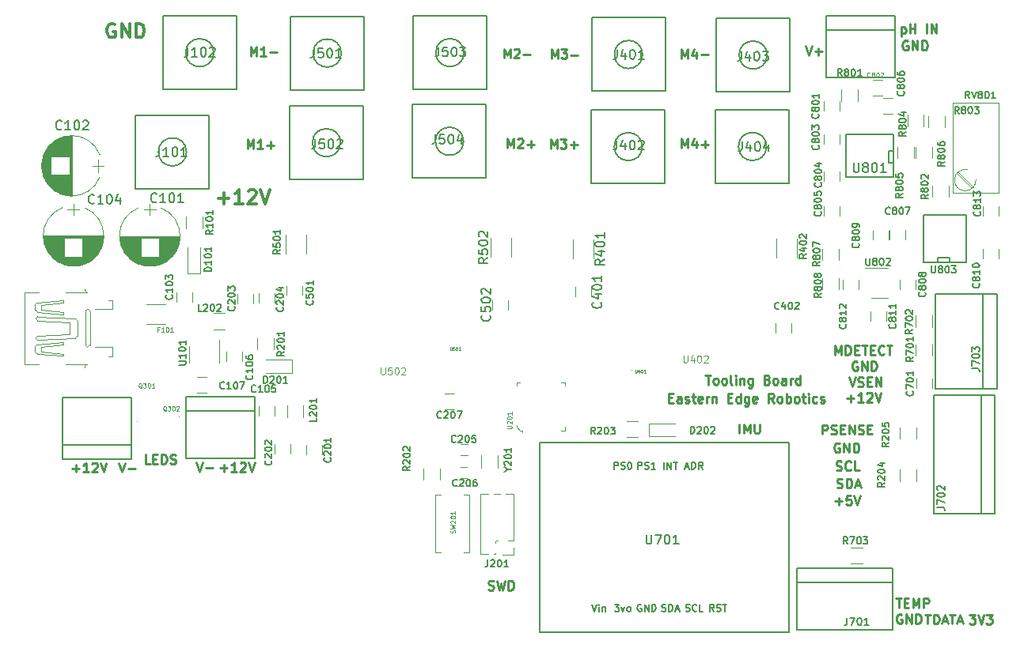
<source format=gto>
G04 #@! TF.GenerationSoftware,KiCad,Pcbnew,(5.0.0)*
G04 #@! TF.CreationDate,2019-01-27T01:54:26-03:30*
G04 #@! TF.ProjectId,Tooling Board,546F6F6C696E6720426F6172642E6B69,rev?*
G04 #@! TF.SameCoordinates,Original*
G04 #@! TF.FileFunction,Legend,Top*
G04 #@! TF.FilePolarity,Positive*
%FSLAX46Y46*%
G04 Gerber Fmt 4.6, Leading zero omitted, Abs format (unit mm)*
G04 Created by KiCad (PCBNEW (5.0.0)) date 01/27/19 01:54:26*
%MOMM*%
%LPD*%
G01*
G04 APERTURE LIST*
%ADD10C,0.250000*%
%ADD11C,0.300000*%
%ADD12C,0.100000*%
%ADD13C,0.120000*%
%ADD14C,0.150000*%
%ADD15C,0.101600*%
%ADD16C,0.125000*%
%ADD17C,0.050000*%
G04 APERTURE END LIST*
D10*
X168960476Y-74328571D02*
X169293809Y-74328571D01*
X169436666Y-74852380D02*
X168960476Y-74852380D01*
X168960476Y-73852380D01*
X169436666Y-73852380D01*
X170293809Y-74852380D02*
X170293809Y-74328571D01*
X170246190Y-74233333D01*
X170150952Y-74185714D01*
X169960476Y-74185714D01*
X169865238Y-74233333D01*
X170293809Y-74804761D02*
X170198571Y-74852380D01*
X169960476Y-74852380D01*
X169865238Y-74804761D01*
X169817619Y-74709523D01*
X169817619Y-74614285D01*
X169865238Y-74519047D01*
X169960476Y-74471428D01*
X170198571Y-74471428D01*
X170293809Y-74423809D01*
X170722380Y-74804761D02*
X170817619Y-74852380D01*
X171008095Y-74852380D01*
X171103333Y-74804761D01*
X171150952Y-74709523D01*
X171150952Y-74661904D01*
X171103333Y-74566666D01*
X171008095Y-74519047D01*
X170865238Y-74519047D01*
X170770000Y-74471428D01*
X170722380Y-74376190D01*
X170722380Y-74328571D01*
X170770000Y-74233333D01*
X170865238Y-74185714D01*
X171008095Y-74185714D01*
X171103333Y-74233333D01*
X171436666Y-74185714D02*
X171817619Y-74185714D01*
X171579523Y-73852380D02*
X171579523Y-74709523D01*
X171627142Y-74804761D01*
X171722380Y-74852380D01*
X171817619Y-74852380D01*
X172531904Y-74804761D02*
X172436666Y-74852380D01*
X172246190Y-74852380D01*
X172150952Y-74804761D01*
X172103333Y-74709523D01*
X172103333Y-74328571D01*
X172150952Y-74233333D01*
X172246190Y-74185714D01*
X172436666Y-74185714D01*
X172531904Y-74233333D01*
X172579523Y-74328571D01*
X172579523Y-74423809D01*
X172103333Y-74519047D01*
X173008095Y-74852380D02*
X173008095Y-74185714D01*
X173008095Y-74376190D02*
X173055714Y-74280952D01*
X173103333Y-74233333D01*
X173198571Y-74185714D01*
X173293809Y-74185714D01*
X173627142Y-74185714D02*
X173627142Y-74852380D01*
X173627142Y-74280952D02*
X173674761Y-74233333D01*
X173770000Y-74185714D01*
X173912857Y-74185714D01*
X174008095Y-74233333D01*
X174055714Y-74328571D01*
X174055714Y-74852380D01*
X175293809Y-74328571D02*
X175627142Y-74328571D01*
X175770000Y-74852380D02*
X175293809Y-74852380D01*
X175293809Y-73852380D01*
X175770000Y-73852380D01*
X176627142Y-74852380D02*
X176627142Y-73852380D01*
X176627142Y-74804761D02*
X176531904Y-74852380D01*
X176341428Y-74852380D01*
X176246190Y-74804761D01*
X176198571Y-74757142D01*
X176150952Y-74661904D01*
X176150952Y-74376190D01*
X176198571Y-74280952D01*
X176246190Y-74233333D01*
X176341428Y-74185714D01*
X176531904Y-74185714D01*
X176627142Y-74233333D01*
X177531904Y-74185714D02*
X177531904Y-74995238D01*
X177484285Y-75090476D01*
X177436666Y-75138095D01*
X177341428Y-75185714D01*
X177198571Y-75185714D01*
X177103333Y-75138095D01*
X177531904Y-74804761D02*
X177436666Y-74852380D01*
X177246190Y-74852380D01*
X177150952Y-74804761D01*
X177103333Y-74757142D01*
X177055714Y-74661904D01*
X177055714Y-74376190D01*
X177103333Y-74280952D01*
X177150952Y-74233333D01*
X177246190Y-74185714D01*
X177436666Y-74185714D01*
X177531904Y-74233333D01*
X178389047Y-74804761D02*
X178293809Y-74852380D01*
X178103333Y-74852380D01*
X178008095Y-74804761D01*
X177960476Y-74709523D01*
X177960476Y-74328571D01*
X178008095Y-74233333D01*
X178103333Y-74185714D01*
X178293809Y-74185714D01*
X178389047Y-74233333D01*
X178436666Y-74328571D01*
X178436666Y-74423809D01*
X177960476Y-74519047D01*
X180198571Y-74852380D02*
X179865238Y-74376190D01*
X179627142Y-74852380D02*
X179627142Y-73852380D01*
X180008095Y-73852380D01*
X180103333Y-73900000D01*
X180150952Y-73947619D01*
X180198571Y-74042857D01*
X180198571Y-74185714D01*
X180150952Y-74280952D01*
X180103333Y-74328571D01*
X180008095Y-74376190D01*
X179627142Y-74376190D01*
X180770000Y-74852380D02*
X180674761Y-74804761D01*
X180627142Y-74757142D01*
X180579523Y-74661904D01*
X180579523Y-74376190D01*
X180627142Y-74280952D01*
X180674761Y-74233333D01*
X180770000Y-74185714D01*
X180912857Y-74185714D01*
X181008095Y-74233333D01*
X181055714Y-74280952D01*
X181103333Y-74376190D01*
X181103333Y-74661904D01*
X181055714Y-74757142D01*
X181008095Y-74804761D01*
X180912857Y-74852380D01*
X180770000Y-74852380D01*
X181531904Y-74852380D02*
X181531904Y-73852380D01*
X181531904Y-74233333D02*
X181627142Y-74185714D01*
X181817619Y-74185714D01*
X181912857Y-74233333D01*
X181960476Y-74280952D01*
X182008095Y-74376190D01*
X182008095Y-74661904D01*
X181960476Y-74757142D01*
X181912857Y-74804761D01*
X181817619Y-74852380D01*
X181627142Y-74852380D01*
X181531904Y-74804761D01*
X182579523Y-74852380D02*
X182484285Y-74804761D01*
X182436666Y-74757142D01*
X182389047Y-74661904D01*
X182389047Y-74376190D01*
X182436666Y-74280952D01*
X182484285Y-74233333D01*
X182579523Y-74185714D01*
X182722380Y-74185714D01*
X182817619Y-74233333D01*
X182865238Y-74280952D01*
X182912857Y-74376190D01*
X182912857Y-74661904D01*
X182865238Y-74757142D01*
X182817619Y-74804761D01*
X182722380Y-74852380D01*
X182579523Y-74852380D01*
X183198571Y-74185714D02*
X183579523Y-74185714D01*
X183341428Y-73852380D02*
X183341428Y-74709523D01*
X183389047Y-74804761D01*
X183484285Y-74852380D01*
X183579523Y-74852380D01*
X183912857Y-74852380D02*
X183912857Y-74185714D01*
X183912857Y-73852380D02*
X183865238Y-73900000D01*
X183912857Y-73947619D01*
X183960476Y-73900000D01*
X183912857Y-73852380D01*
X183912857Y-73947619D01*
X184817619Y-74804761D02*
X184722380Y-74852380D01*
X184531904Y-74852380D01*
X184436666Y-74804761D01*
X184389047Y-74757142D01*
X184341428Y-74661904D01*
X184341428Y-74376190D01*
X184389047Y-74280952D01*
X184436666Y-74233333D01*
X184531904Y-74185714D01*
X184722380Y-74185714D01*
X184817619Y-74233333D01*
X185198571Y-74804761D02*
X185293809Y-74852380D01*
X185484285Y-74852380D01*
X185579523Y-74804761D01*
X185627142Y-74709523D01*
X185627142Y-74661904D01*
X185579523Y-74566666D01*
X185484285Y-74519047D01*
X185341428Y-74519047D01*
X185246190Y-74471428D01*
X185198571Y-74376190D01*
X185198571Y-74328571D01*
X185246190Y-74233333D01*
X185341428Y-74185714D01*
X185484285Y-74185714D01*
X185579523Y-74233333D01*
X172877142Y-71902380D02*
X173448571Y-71902380D01*
X173162857Y-72902380D02*
X173162857Y-71902380D01*
X173924761Y-72902380D02*
X173829523Y-72854761D01*
X173781904Y-72807142D01*
X173734285Y-72711904D01*
X173734285Y-72426190D01*
X173781904Y-72330952D01*
X173829523Y-72283333D01*
X173924761Y-72235714D01*
X174067619Y-72235714D01*
X174162857Y-72283333D01*
X174210476Y-72330952D01*
X174258095Y-72426190D01*
X174258095Y-72711904D01*
X174210476Y-72807142D01*
X174162857Y-72854761D01*
X174067619Y-72902380D01*
X173924761Y-72902380D01*
X174829523Y-72902380D02*
X174734285Y-72854761D01*
X174686666Y-72807142D01*
X174639047Y-72711904D01*
X174639047Y-72426190D01*
X174686666Y-72330952D01*
X174734285Y-72283333D01*
X174829523Y-72235714D01*
X174972380Y-72235714D01*
X175067619Y-72283333D01*
X175115238Y-72330952D01*
X175162857Y-72426190D01*
X175162857Y-72711904D01*
X175115238Y-72807142D01*
X175067619Y-72854761D01*
X174972380Y-72902380D01*
X174829523Y-72902380D01*
X175734285Y-72902380D02*
X175639047Y-72854761D01*
X175591428Y-72759523D01*
X175591428Y-71902380D01*
X176115238Y-72902380D02*
X176115238Y-72235714D01*
X176115238Y-71902380D02*
X176067619Y-71950000D01*
X176115238Y-71997619D01*
X176162857Y-71950000D01*
X176115238Y-71902380D01*
X176115238Y-71997619D01*
X176591428Y-72235714D02*
X176591428Y-72902380D01*
X176591428Y-72330952D02*
X176639047Y-72283333D01*
X176734285Y-72235714D01*
X176877142Y-72235714D01*
X176972380Y-72283333D01*
X177020000Y-72378571D01*
X177020000Y-72902380D01*
X177924761Y-72235714D02*
X177924761Y-73045238D01*
X177877142Y-73140476D01*
X177829523Y-73188095D01*
X177734285Y-73235714D01*
X177591428Y-73235714D01*
X177496190Y-73188095D01*
X177924761Y-72854761D02*
X177829523Y-72902380D01*
X177639047Y-72902380D01*
X177543809Y-72854761D01*
X177496190Y-72807142D01*
X177448571Y-72711904D01*
X177448571Y-72426190D01*
X177496190Y-72330952D01*
X177543809Y-72283333D01*
X177639047Y-72235714D01*
X177829523Y-72235714D01*
X177924761Y-72283333D01*
X179496190Y-72378571D02*
X179639047Y-72426190D01*
X179686666Y-72473809D01*
X179734285Y-72569047D01*
X179734285Y-72711904D01*
X179686666Y-72807142D01*
X179639047Y-72854761D01*
X179543809Y-72902380D01*
X179162857Y-72902380D01*
X179162857Y-71902380D01*
X179496190Y-71902380D01*
X179591428Y-71950000D01*
X179639047Y-71997619D01*
X179686666Y-72092857D01*
X179686666Y-72188095D01*
X179639047Y-72283333D01*
X179591428Y-72330952D01*
X179496190Y-72378571D01*
X179162857Y-72378571D01*
X180305714Y-72902380D02*
X180210476Y-72854761D01*
X180162857Y-72807142D01*
X180115238Y-72711904D01*
X180115238Y-72426190D01*
X180162857Y-72330952D01*
X180210476Y-72283333D01*
X180305714Y-72235714D01*
X180448571Y-72235714D01*
X180543809Y-72283333D01*
X180591428Y-72330952D01*
X180639047Y-72426190D01*
X180639047Y-72711904D01*
X180591428Y-72807142D01*
X180543809Y-72854761D01*
X180448571Y-72902380D01*
X180305714Y-72902380D01*
X181496190Y-72902380D02*
X181496190Y-72378571D01*
X181448571Y-72283333D01*
X181353333Y-72235714D01*
X181162857Y-72235714D01*
X181067619Y-72283333D01*
X181496190Y-72854761D02*
X181400952Y-72902380D01*
X181162857Y-72902380D01*
X181067619Y-72854761D01*
X181020000Y-72759523D01*
X181020000Y-72664285D01*
X181067619Y-72569047D01*
X181162857Y-72521428D01*
X181400952Y-72521428D01*
X181496190Y-72473809D01*
X181972380Y-72902380D02*
X181972380Y-72235714D01*
X181972380Y-72426190D02*
X182020000Y-72330952D01*
X182067619Y-72283333D01*
X182162857Y-72235714D01*
X182258095Y-72235714D01*
X183020000Y-72902380D02*
X183020000Y-71902380D01*
X183020000Y-72854761D02*
X182924761Y-72902380D01*
X182734285Y-72902380D01*
X182639047Y-72854761D01*
X182591428Y-72807142D01*
X182543809Y-72711904D01*
X182543809Y-72426190D01*
X182591428Y-72330952D01*
X182639047Y-72283333D01*
X182734285Y-72235714D01*
X182924761Y-72235714D01*
X183020000Y-72283333D01*
X110087619Y-81282380D02*
X110420952Y-82282380D01*
X110754285Y-81282380D01*
X111087619Y-81901428D02*
X111849523Y-81901428D01*
X105128095Y-81901428D02*
X105890000Y-81901428D01*
X105509047Y-82282380D02*
X105509047Y-81520476D01*
X106890000Y-82282380D02*
X106318571Y-82282380D01*
X106604285Y-82282380D02*
X106604285Y-81282380D01*
X106509047Y-81425238D01*
X106413809Y-81520476D01*
X106318571Y-81568095D01*
X107270952Y-81377619D02*
X107318571Y-81330000D01*
X107413809Y-81282380D01*
X107651904Y-81282380D01*
X107747142Y-81330000D01*
X107794761Y-81377619D01*
X107842380Y-81472857D01*
X107842380Y-81568095D01*
X107794761Y-81710952D01*
X107223333Y-82282380D01*
X107842380Y-82282380D01*
X108128095Y-81282380D02*
X108461428Y-82282380D01*
X108794761Y-81282380D01*
X120968095Y-81851428D02*
X121730000Y-81851428D01*
X121349047Y-82232380D02*
X121349047Y-81470476D01*
X122730000Y-82232380D02*
X122158571Y-82232380D01*
X122444285Y-82232380D02*
X122444285Y-81232380D01*
X122349047Y-81375238D01*
X122253809Y-81470476D01*
X122158571Y-81518095D01*
X123110952Y-81327619D02*
X123158571Y-81280000D01*
X123253809Y-81232380D01*
X123491904Y-81232380D01*
X123587142Y-81280000D01*
X123634761Y-81327619D01*
X123682380Y-81422857D01*
X123682380Y-81518095D01*
X123634761Y-81660952D01*
X123063333Y-82232380D01*
X123682380Y-82232380D01*
X123968095Y-81232380D02*
X124301428Y-82232380D01*
X124634761Y-81232380D01*
X118397619Y-81212380D02*
X118730952Y-82212380D01*
X119064285Y-81212380D01*
X119397619Y-81831428D02*
X120159523Y-81831428D01*
X113460952Y-81392380D02*
X112984761Y-81392380D01*
X112984761Y-80392380D01*
X113794285Y-80868571D02*
X114127619Y-80868571D01*
X114270476Y-81392380D02*
X113794285Y-81392380D01*
X113794285Y-80392380D01*
X114270476Y-80392380D01*
X114699047Y-81392380D02*
X114699047Y-80392380D01*
X114937142Y-80392380D01*
X115080000Y-80440000D01*
X115175238Y-80535238D01*
X115222857Y-80630476D01*
X115270476Y-80820952D01*
X115270476Y-80963809D01*
X115222857Y-81154285D01*
X115175238Y-81249523D01*
X115080000Y-81344761D01*
X114937142Y-81392380D01*
X114699047Y-81392380D01*
X115651428Y-81344761D02*
X115794285Y-81392380D01*
X116032380Y-81392380D01*
X116127619Y-81344761D01*
X116175238Y-81297142D01*
X116222857Y-81201904D01*
X116222857Y-81106666D01*
X116175238Y-81011428D01*
X116127619Y-80963809D01*
X116032380Y-80916190D01*
X115841904Y-80868571D01*
X115746666Y-80820952D01*
X115699047Y-80773333D01*
X115651428Y-80678095D01*
X115651428Y-80582857D01*
X115699047Y-80487619D01*
X115746666Y-80440000D01*
X115841904Y-80392380D01*
X116080000Y-80392380D01*
X116222857Y-80440000D01*
X149662857Y-94864761D02*
X149805714Y-94912380D01*
X150043809Y-94912380D01*
X150139047Y-94864761D01*
X150186666Y-94817142D01*
X150234285Y-94721904D01*
X150234285Y-94626666D01*
X150186666Y-94531428D01*
X150139047Y-94483809D01*
X150043809Y-94436190D01*
X149853333Y-94388571D01*
X149758095Y-94340952D01*
X149710476Y-94293333D01*
X149662857Y-94198095D01*
X149662857Y-94102857D01*
X149710476Y-94007619D01*
X149758095Y-93960000D01*
X149853333Y-93912380D01*
X150091428Y-93912380D01*
X150234285Y-93960000D01*
X150567619Y-93912380D02*
X150805714Y-94912380D01*
X150996190Y-94198095D01*
X151186666Y-94912380D01*
X151424761Y-93912380D01*
X151805714Y-94912380D02*
X151805714Y-93912380D01*
X152043809Y-93912380D01*
X152186666Y-93960000D01*
X152281904Y-94055238D01*
X152329523Y-94150476D01*
X152377142Y-94340952D01*
X152377142Y-94483809D01*
X152329523Y-94674285D01*
X152281904Y-94769523D01*
X152186666Y-94864761D01*
X152043809Y-94912380D01*
X151805714Y-94912380D01*
X176504761Y-78142380D02*
X176504761Y-77142380D01*
X176980952Y-78142380D02*
X176980952Y-77142380D01*
X177314285Y-77856666D01*
X177647619Y-77142380D01*
X177647619Y-78142380D01*
X178123809Y-77142380D02*
X178123809Y-77951904D01*
X178171428Y-78047142D01*
X178219047Y-78094761D01*
X178314285Y-78142380D01*
X178504761Y-78142380D01*
X178600000Y-78094761D01*
X178647619Y-78047142D01*
X178695238Y-77951904D01*
X178695238Y-77142380D01*
X201121904Y-97562380D02*
X201740952Y-97562380D01*
X201407619Y-97943333D01*
X201550476Y-97943333D01*
X201645714Y-97990952D01*
X201693333Y-98038571D01*
X201740952Y-98133809D01*
X201740952Y-98371904D01*
X201693333Y-98467142D01*
X201645714Y-98514761D01*
X201550476Y-98562380D01*
X201264761Y-98562380D01*
X201169523Y-98514761D01*
X201121904Y-98467142D01*
X202026666Y-97562380D02*
X202360000Y-98562380D01*
X202693333Y-97562380D01*
X202931428Y-97562380D02*
X203550476Y-97562380D01*
X203217142Y-97943333D01*
X203360000Y-97943333D01*
X203455238Y-97990952D01*
X203502857Y-98038571D01*
X203550476Y-98133809D01*
X203550476Y-98371904D01*
X203502857Y-98467142D01*
X203455238Y-98514761D01*
X203360000Y-98562380D01*
X203074285Y-98562380D01*
X202979047Y-98514761D01*
X202931428Y-98467142D01*
X196396190Y-97542380D02*
X196967619Y-97542380D01*
X196681904Y-98542380D02*
X196681904Y-97542380D01*
X197300952Y-98542380D02*
X197300952Y-97542380D01*
X197539047Y-97542380D01*
X197681904Y-97590000D01*
X197777142Y-97685238D01*
X197824761Y-97780476D01*
X197872380Y-97970952D01*
X197872380Y-98113809D01*
X197824761Y-98304285D01*
X197777142Y-98399523D01*
X197681904Y-98494761D01*
X197539047Y-98542380D01*
X197300952Y-98542380D01*
X198253333Y-98256666D02*
X198729523Y-98256666D01*
X198158095Y-98542380D02*
X198491428Y-97542380D01*
X198824761Y-98542380D01*
X199015238Y-97542380D02*
X199586666Y-97542380D01*
X199300952Y-98542380D02*
X199300952Y-97542380D01*
X199872380Y-98256666D02*
X200348571Y-98256666D01*
X199777142Y-98542380D02*
X200110476Y-97542380D01*
X200443809Y-98542380D01*
X193878095Y-97540000D02*
X193782857Y-97492380D01*
X193640000Y-97492380D01*
X193497142Y-97540000D01*
X193401904Y-97635238D01*
X193354285Y-97730476D01*
X193306666Y-97920952D01*
X193306666Y-98063809D01*
X193354285Y-98254285D01*
X193401904Y-98349523D01*
X193497142Y-98444761D01*
X193640000Y-98492380D01*
X193735238Y-98492380D01*
X193878095Y-98444761D01*
X193925714Y-98397142D01*
X193925714Y-98063809D01*
X193735238Y-98063809D01*
X194354285Y-98492380D02*
X194354285Y-97492380D01*
X194925714Y-98492380D01*
X194925714Y-97492380D01*
X195401904Y-98492380D02*
X195401904Y-97492380D01*
X195640000Y-97492380D01*
X195782857Y-97540000D01*
X195878095Y-97635238D01*
X195925714Y-97730476D01*
X195973333Y-97920952D01*
X195973333Y-98063809D01*
X195925714Y-98254285D01*
X195878095Y-98349523D01*
X195782857Y-98444761D01*
X195640000Y-98492380D01*
X195401904Y-98492380D01*
X193270476Y-95822380D02*
X193841904Y-95822380D01*
X193556190Y-96822380D02*
X193556190Y-95822380D01*
X194175238Y-96298571D02*
X194508571Y-96298571D01*
X194651428Y-96822380D02*
X194175238Y-96822380D01*
X194175238Y-95822380D01*
X194651428Y-95822380D01*
X195080000Y-96822380D02*
X195080000Y-95822380D01*
X195413333Y-96536666D01*
X195746666Y-95822380D01*
X195746666Y-96822380D01*
X196222857Y-96822380D02*
X196222857Y-95822380D01*
X196603809Y-95822380D01*
X196699047Y-95870000D01*
X196746666Y-95917619D01*
X196794285Y-96012857D01*
X196794285Y-96155714D01*
X196746666Y-96250952D01*
X196699047Y-96298571D01*
X196603809Y-96346190D01*
X196222857Y-96346190D01*
X186754285Y-85411428D02*
X187516190Y-85411428D01*
X187135238Y-85792380D02*
X187135238Y-85030476D01*
X188468571Y-84792380D02*
X187992380Y-84792380D01*
X187944761Y-85268571D01*
X187992380Y-85220952D01*
X188087619Y-85173333D01*
X188325714Y-85173333D01*
X188420952Y-85220952D01*
X188468571Y-85268571D01*
X188516190Y-85363809D01*
X188516190Y-85601904D01*
X188468571Y-85697142D01*
X188420952Y-85744761D01*
X188325714Y-85792380D01*
X188087619Y-85792380D01*
X187992380Y-85744761D01*
X187944761Y-85697142D01*
X188801904Y-84792380D02*
X189135238Y-85792380D01*
X189468571Y-84792380D01*
X186965714Y-83934761D02*
X187108571Y-83982380D01*
X187346666Y-83982380D01*
X187441904Y-83934761D01*
X187489523Y-83887142D01*
X187537142Y-83791904D01*
X187537142Y-83696666D01*
X187489523Y-83601428D01*
X187441904Y-83553809D01*
X187346666Y-83506190D01*
X187156190Y-83458571D01*
X187060952Y-83410952D01*
X187013333Y-83363333D01*
X186965714Y-83268095D01*
X186965714Y-83172857D01*
X187013333Y-83077619D01*
X187060952Y-83030000D01*
X187156190Y-82982380D01*
X187394285Y-82982380D01*
X187537142Y-83030000D01*
X187965714Y-83982380D02*
X187965714Y-82982380D01*
X188203809Y-82982380D01*
X188346666Y-83030000D01*
X188441904Y-83125238D01*
X188489523Y-83220476D01*
X188537142Y-83410952D01*
X188537142Y-83553809D01*
X188489523Y-83744285D01*
X188441904Y-83839523D01*
X188346666Y-83934761D01*
X188203809Y-83982380D01*
X187965714Y-83982380D01*
X188918095Y-83696666D02*
X189394285Y-83696666D01*
X188822857Y-83982380D02*
X189156190Y-82982380D01*
X189489523Y-83982380D01*
X186869523Y-82054761D02*
X187012380Y-82102380D01*
X187250476Y-82102380D01*
X187345714Y-82054761D01*
X187393333Y-82007142D01*
X187440952Y-81911904D01*
X187440952Y-81816666D01*
X187393333Y-81721428D01*
X187345714Y-81673809D01*
X187250476Y-81626190D01*
X187060000Y-81578571D01*
X186964761Y-81530952D01*
X186917142Y-81483333D01*
X186869523Y-81388095D01*
X186869523Y-81292857D01*
X186917142Y-81197619D01*
X186964761Y-81150000D01*
X187060000Y-81102380D01*
X187298095Y-81102380D01*
X187440952Y-81150000D01*
X188440952Y-82007142D02*
X188393333Y-82054761D01*
X188250476Y-82102380D01*
X188155238Y-82102380D01*
X188012380Y-82054761D01*
X187917142Y-81959523D01*
X187869523Y-81864285D01*
X187821904Y-81673809D01*
X187821904Y-81530952D01*
X187869523Y-81340476D01*
X187917142Y-81245238D01*
X188012380Y-81150000D01*
X188155238Y-81102380D01*
X188250476Y-81102380D01*
X188393333Y-81150000D01*
X188440952Y-81197619D01*
X189345714Y-82102380D02*
X188869523Y-82102380D01*
X188869523Y-81102380D01*
X187218095Y-79220000D02*
X187122857Y-79172380D01*
X186980000Y-79172380D01*
X186837142Y-79220000D01*
X186741904Y-79315238D01*
X186694285Y-79410476D01*
X186646666Y-79600952D01*
X186646666Y-79743809D01*
X186694285Y-79934285D01*
X186741904Y-80029523D01*
X186837142Y-80124761D01*
X186980000Y-80172380D01*
X187075238Y-80172380D01*
X187218095Y-80124761D01*
X187265714Y-80077142D01*
X187265714Y-79743809D01*
X187075238Y-79743809D01*
X187694285Y-80172380D02*
X187694285Y-79172380D01*
X188265714Y-80172380D01*
X188265714Y-79172380D01*
X188741904Y-80172380D02*
X188741904Y-79172380D01*
X188980000Y-79172380D01*
X189122857Y-79220000D01*
X189218095Y-79315238D01*
X189265714Y-79410476D01*
X189313333Y-79600952D01*
X189313333Y-79743809D01*
X189265714Y-79934285D01*
X189218095Y-80029523D01*
X189122857Y-80124761D01*
X188980000Y-80172380D01*
X188741904Y-80172380D01*
X185387142Y-78212380D02*
X185387142Y-77212380D01*
X185768095Y-77212380D01*
X185863333Y-77260000D01*
X185910952Y-77307619D01*
X185958571Y-77402857D01*
X185958571Y-77545714D01*
X185910952Y-77640952D01*
X185863333Y-77688571D01*
X185768095Y-77736190D01*
X185387142Y-77736190D01*
X186339523Y-78164761D02*
X186482380Y-78212380D01*
X186720476Y-78212380D01*
X186815714Y-78164761D01*
X186863333Y-78117142D01*
X186910952Y-78021904D01*
X186910952Y-77926666D01*
X186863333Y-77831428D01*
X186815714Y-77783809D01*
X186720476Y-77736190D01*
X186530000Y-77688571D01*
X186434761Y-77640952D01*
X186387142Y-77593333D01*
X186339523Y-77498095D01*
X186339523Y-77402857D01*
X186387142Y-77307619D01*
X186434761Y-77260000D01*
X186530000Y-77212380D01*
X186768095Y-77212380D01*
X186910952Y-77260000D01*
X187339523Y-77688571D02*
X187672857Y-77688571D01*
X187815714Y-78212380D02*
X187339523Y-78212380D01*
X187339523Y-77212380D01*
X187815714Y-77212380D01*
X188244285Y-78212380D02*
X188244285Y-77212380D01*
X188815714Y-78212380D01*
X188815714Y-77212380D01*
X189244285Y-78164761D02*
X189387142Y-78212380D01*
X189625238Y-78212380D01*
X189720476Y-78164761D01*
X189768095Y-78117142D01*
X189815714Y-78021904D01*
X189815714Y-77926666D01*
X189768095Y-77831428D01*
X189720476Y-77783809D01*
X189625238Y-77736190D01*
X189434761Y-77688571D01*
X189339523Y-77640952D01*
X189291904Y-77593333D01*
X189244285Y-77498095D01*
X189244285Y-77402857D01*
X189291904Y-77307619D01*
X189339523Y-77260000D01*
X189434761Y-77212380D01*
X189672857Y-77212380D01*
X189815714Y-77260000D01*
X190244285Y-77688571D02*
X190577619Y-77688571D01*
X190720476Y-78212380D02*
X190244285Y-78212380D01*
X190244285Y-77212380D01*
X190720476Y-77212380D01*
X188018095Y-74391428D02*
X188780000Y-74391428D01*
X188399047Y-74772380D02*
X188399047Y-74010476D01*
X189780000Y-74772380D02*
X189208571Y-74772380D01*
X189494285Y-74772380D02*
X189494285Y-73772380D01*
X189399047Y-73915238D01*
X189303809Y-74010476D01*
X189208571Y-74058095D01*
X190160952Y-73867619D02*
X190208571Y-73820000D01*
X190303809Y-73772380D01*
X190541904Y-73772380D01*
X190637142Y-73820000D01*
X190684761Y-73867619D01*
X190732380Y-73962857D01*
X190732380Y-74058095D01*
X190684761Y-74200952D01*
X190113333Y-74772380D01*
X190732380Y-74772380D01*
X191018095Y-73772380D02*
X191351428Y-74772380D01*
X191684761Y-73772380D01*
X188254285Y-72112380D02*
X188587619Y-73112380D01*
X188920952Y-72112380D01*
X189206666Y-73064761D02*
X189349523Y-73112380D01*
X189587619Y-73112380D01*
X189682857Y-73064761D01*
X189730476Y-73017142D01*
X189778095Y-72921904D01*
X189778095Y-72826666D01*
X189730476Y-72731428D01*
X189682857Y-72683809D01*
X189587619Y-72636190D01*
X189397142Y-72588571D01*
X189301904Y-72540952D01*
X189254285Y-72493333D01*
X189206666Y-72398095D01*
X189206666Y-72302857D01*
X189254285Y-72207619D01*
X189301904Y-72160000D01*
X189397142Y-72112380D01*
X189635238Y-72112380D01*
X189778095Y-72160000D01*
X190206666Y-72588571D02*
X190540000Y-72588571D01*
X190682857Y-73112380D02*
X190206666Y-73112380D01*
X190206666Y-72112380D01*
X190682857Y-72112380D01*
X191111428Y-73112380D02*
X191111428Y-72112380D01*
X191682857Y-73112380D01*
X191682857Y-72112380D01*
X189128095Y-70460000D02*
X189032857Y-70412380D01*
X188890000Y-70412380D01*
X188747142Y-70460000D01*
X188651904Y-70555238D01*
X188604285Y-70650476D01*
X188556666Y-70840952D01*
X188556666Y-70983809D01*
X188604285Y-71174285D01*
X188651904Y-71269523D01*
X188747142Y-71364761D01*
X188890000Y-71412380D01*
X188985238Y-71412380D01*
X189128095Y-71364761D01*
X189175714Y-71317142D01*
X189175714Y-70983809D01*
X188985238Y-70983809D01*
X189604285Y-71412380D02*
X189604285Y-70412380D01*
X190175714Y-71412380D01*
X190175714Y-70412380D01*
X190651904Y-71412380D02*
X190651904Y-70412380D01*
X190890000Y-70412380D01*
X191032857Y-70460000D01*
X191128095Y-70555238D01*
X191175714Y-70650476D01*
X191223333Y-70840952D01*
X191223333Y-70983809D01*
X191175714Y-71174285D01*
X191128095Y-71269523D01*
X191032857Y-71364761D01*
X190890000Y-71412380D01*
X190651904Y-71412380D01*
X186730000Y-69712380D02*
X186730000Y-68712380D01*
X187063333Y-69426666D01*
X187396666Y-68712380D01*
X187396666Y-69712380D01*
X187872857Y-69712380D02*
X187872857Y-68712380D01*
X188110952Y-68712380D01*
X188253809Y-68760000D01*
X188349047Y-68855238D01*
X188396666Y-68950476D01*
X188444285Y-69140952D01*
X188444285Y-69283809D01*
X188396666Y-69474285D01*
X188349047Y-69569523D01*
X188253809Y-69664761D01*
X188110952Y-69712380D01*
X187872857Y-69712380D01*
X188872857Y-69188571D02*
X189206190Y-69188571D01*
X189349047Y-69712380D02*
X188872857Y-69712380D01*
X188872857Y-68712380D01*
X189349047Y-68712380D01*
X189634761Y-68712380D02*
X190206190Y-68712380D01*
X189920476Y-69712380D02*
X189920476Y-68712380D01*
X190539523Y-69188571D02*
X190872857Y-69188571D01*
X191015714Y-69712380D02*
X190539523Y-69712380D01*
X190539523Y-68712380D01*
X191015714Y-68712380D01*
X192015714Y-69617142D02*
X191968095Y-69664761D01*
X191825238Y-69712380D01*
X191730000Y-69712380D01*
X191587142Y-69664761D01*
X191491904Y-69569523D01*
X191444285Y-69474285D01*
X191396666Y-69283809D01*
X191396666Y-69140952D01*
X191444285Y-68950476D01*
X191491904Y-68855238D01*
X191587142Y-68760000D01*
X191730000Y-68712380D01*
X191825238Y-68712380D01*
X191968095Y-68760000D01*
X192015714Y-68807619D01*
X192301428Y-68712380D02*
X192872857Y-68712380D01*
X192587142Y-69712380D02*
X192587142Y-68712380D01*
X183597619Y-36602380D02*
X183930952Y-37602380D01*
X184264285Y-36602380D01*
X184597619Y-37221428D02*
X185359523Y-37221428D01*
X184978571Y-37602380D02*
X184978571Y-36840476D01*
X194528095Y-36110000D02*
X194432857Y-36062380D01*
X194290000Y-36062380D01*
X194147142Y-36110000D01*
X194051904Y-36205238D01*
X194004285Y-36300476D01*
X193956666Y-36490952D01*
X193956666Y-36633809D01*
X194004285Y-36824285D01*
X194051904Y-36919523D01*
X194147142Y-37014761D01*
X194290000Y-37062380D01*
X194385238Y-37062380D01*
X194528095Y-37014761D01*
X194575714Y-36967142D01*
X194575714Y-36633809D01*
X194385238Y-36633809D01*
X195004285Y-37062380D02*
X195004285Y-36062380D01*
X195575714Y-37062380D01*
X195575714Y-36062380D01*
X196051904Y-37062380D02*
X196051904Y-36062380D01*
X196290000Y-36062380D01*
X196432857Y-36110000D01*
X196528095Y-36205238D01*
X196575714Y-36300476D01*
X196623333Y-36490952D01*
X196623333Y-36633809D01*
X196575714Y-36824285D01*
X196528095Y-36919523D01*
X196432857Y-37014761D01*
X196290000Y-37062380D01*
X196051904Y-37062380D01*
X193839047Y-34615714D02*
X193839047Y-35615714D01*
X193839047Y-34663333D02*
X193934285Y-34615714D01*
X194124761Y-34615714D01*
X194220000Y-34663333D01*
X194267619Y-34710952D01*
X194315238Y-34806190D01*
X194315238Y-35091904D01*
X194267619Y-35187142D01*
X194220000Y-35234761D01*
X194124761Y-35282380D01*
X193934285Y-35282380D01*
X193839047Y-35234761D01*
X194743809Y-35282380D02*
X194743809Y-34282380D01*
X194743809Y-34758571D02*
X195315238Y-34758571D01*
X195315238Y-35282380D02*
X195315238Y-34282380D01*
X196553333Y-35282380D02*
X196553333Y-34282380D01*
X197029523Y-35282380D02*
X197029523Y-34282380D01*
X197600952Y-35282380D01*
X197600952Y-34282380D01*
X170341428Y-47552380D02*
X170341428Y-46552380D01*
X170674761Y-47266666D01*
X171008095Y-46552380D01*
X171008095Y-47552380D01*
X171912857Y-46885714D02*
X171912857Y-47552380D01*
X171674761Y-46504761D02*
X171436666Y-47219047D01*
X172055714Y-47219047D01*
X172436666Y-47171428D02*
X173198571Y-47171428D01*
X172817619Y-47552380D02*
X172817619Y-46790476D01*
X170321428Y-37962380D02*
X170321428Y-36962380D01*
X170654761Y-37676666D01*
X170988095Y-36962380D01*
X170988095Y-37962380D01*
X171892857Y-37295714D02*
X171892857Y-37962380D01*
X171654761Y-36914761D02*
X171416666Y-37629047D01*
X172035714Y-37629047D01*
X172416666Y-37581428D02*
X173178571Y-37581428D01*
X156321428Y-47602380D02*
X156321428Y-46602380D01*
X156654761Y-47316666D01*
X156988095Y-46602380D01*
X156988095Y-47602380D01*
X157369047Y-46602380D02*
X157988095Y-46602380D01*
X157654761Y-46983333D01*
X157797619Y-46983333D01*
X157892857Y-47030952D01*
X157940476Y-47078571D01*
X157988095Y-47173809D01*
X157988095Y-47411904D01*
X157940476Y-47507142D01*
X157892857Y-47554761D01*
X157797619Y-47602380D01*
X157511904Y-47602380D01*
X157416666Y-47554761D01*
X157369047Y-47507142D01*
X158416666Y-47221428D02*
X159178571Y-47221428D01*
X158797619Y-47602380D02*
X158797619Y-46840476D01*
X151711428Y-47542380D02*
X151711428Y-46542380D01*
X152044761Y-47256666D01*
X152378095Y-46542380D01*
X152378095Y-47542380D01*
X152806666Y-46637619D02*
X152854285Y-46590000D01*
X152949523Y-46542380D01*
X153187619Y-46542380D01*
X153282857Y-46590000D01*
X153330476Y-46637619D01*
X153378095Y-46732857D01*
X153378095Y-46828095D01*
X153330476Y-46970952D01*
X152759047Y-47542380D01*
X153378095Y-47542380D01*
X153806666Y-47161428D02*
X154568571Y-47161428D01*
X154187619Y-47542380D02*
X154187619Y-46780476D01*
X156401428Y-37972380D02*
X156401428Y-36972380D01*
X156734761Y-37686666D01*
X157068095Y-36972380D01*
X157068095Y-37972380D01*
X157449047Y-36972380D02*
X158068095Y-36972380D01*
X157734761Y-37353333D01*
X157877619Y-37353333D01*
X157972857Y-37400952D01*
X158020476Y-37448571D01*
X158068095Y-37543809D01*
X158068095Y-37781904D01*
X158020476Y-37877142D01*
X157972857Y-37924761D01*
X157877619Y-37972380D01*
X157591904Y-37972380D01*
X157496666Y-37924761D01*
X157449047Y-37877142D01*
X158496666Y-37591428D02*
X159258571Y-37591428D01*
X151321428Y-37912380D02*
X151321428Y-36912380D01*
X151654761Y-37626666D01*
X151988095Y-36912380D01*
X151988095Y-37912380D01*
X152416666Y-37007619D02*
X152464285Y-36960000D01*
X152559523Y-36912380D01*
X152797619Y-36912380D01*
X152892857Y-36960000D01*
X152940476Y-37007619D01*
X152988095Y-37102857D01*
X152988095Y-37198095D01*
X152940476Y-37340952D01*
X152369047Y-37912380D01*
X152988095Y-37912380D01*
X153416666Y-37531428D02*
X154178571Y-37531428D01*
X123871428Y-47632380D02*
X123871428Y-46632380D01*
X124204761Y-47346666D01*
X124538095Y-46632380D01*
X124538095Y-47632380D01*
X125538095Y-47632380D02*
X124966666Y-47632380D01*
X125252380Y-47632380D02*
X125252380Y-46632380D01*
X125157142Y-46775238D01*
X125061904Y-46870476D01*
X124966666Y-46918095D01*
X125966666Y-47251428D02*
X126728571Y-47251428D01*
X126347619Y-47632380D02*
X126347619Y-46870476D01*
X124211428Y-37702380D02*
X124211428Y-36702380D01*
X124544761Y-37416666D01*
X124878095Y-36702380D01*
X124878095Y-37702380D01*
X125878095Y-37702380D02*
X125306666Y-37702380D01*
X125592380Y-37702380D02*
X125592380Y-36702380D01*
X125497142Y-36845238D01*
X125401904Y-36940476D01*
X125306666Y-36988095D01*
X126306666Y-37321428D02*
X127068571Y-37321428D01*
D11*
X120777142Y-52937142D02*
X121920000Y-52937142D01*
X121348571Y-53508571D02*
X121348571Y-52365714D01*
X123420000Y-53508571D02*
X122562857Y-53508571D01*
X122991428Y-53508571D02*
X122991428Y-52008571D01*
X122848571Y-52222857D01*
X122705714Y-52365714D01*
X122562857Y-52437142D01*
X123991428Y-52151428D02*
X124062857Y-52080000D01*
X124205714Y-52008571D01*
X124562857Y-52008571D01*
X124705714Y-52080000D01*
X124777142Y-52151428D01*
X124848571Y-52294285D01*
X124848571Y-52437142D01*
X124777142Y-52651428D01*
X123920000Y-53508571D01*
X124848571Y-53508571D01*
X125277142Y-52008571D02*
X125777142Y-53508571D01*
X126277142Y-52008571D01*
X109697142Y-34295000D02*
X109554285Y-34223571D01*
X109340000Y-34223571D01*
X109125714Y-34295000D01*
X108982857Y-34437857D01*
X108911428Y-34580714D01*
X108840000Y-34866428D01*
X108840000Y-35080714D01*
X108911428Y-35366428D01*
X108982857Y-35509285D01*
X109125714Y-35652142D01*
X109340000Y-35723571D01*
X109482857Y-35723571D01*
X109697142Y-35652142D01*
X109768571Y-35580714D01*
X109768571Y-35080714D01*
X109482857Y-35080714D01*
X110411428Y-35723571D02*
X110411428Y-34223571D01*
X111268571Y-35723571D01*
X111268571Y-34223571D01*
X111982857Y-35723571D02*
X111982857Y-34223571D01*
X112340000Y-34223571D01*
X112554285Y-34295000D01*
X112697142Y-34437857D01*
X112768571Y-34580714D01*
X112840000Y-34866428D01*
X112840000Y-35080714D01*
X112768571Y-35366428D01*
X112697142Y-35509285D01*
X112554285Y-35652142D01*
X112340000Y-35723571D01*
X111982857Y-35723571D01*
D12*
G04 #@! TO.C,U201*
X157880000Y-72649999D02*
X157880000Y-73050000D01*
X157480000Y-72650000D02*
X157880000Y-72649999D01*
X152680000Y-72650000D02*
X153080000Y-72650000D01*
X152680000Y-72650000D02*
X152680000Y-73050000D01*
X157880000Y-77850000D02*
X157480000Y-77850000D01*
X157880000Y-77450000D02*
X157880000Y-77850000D01*
X153280000Y-77850000D02*
X153280000Y-78050000D01*
X153080000Y-77850000D02*
X153280000Y-77850000D01*
X152680000Y-77450000D02*
X153080000Y-77850000D01*
X152680000Y-77250000D02*
X152680000Y-77450000D01*
G04 #@! TO.C,Q301*
X112110000Y-76860000D02*
G75*
G03X112110000Y-76860000I-50000J0D01*
G01*
G04 #@! TO.C,Q302*
X116590000Y-76350000D02*
G75*
G03X116590000Y-76350000I-50000J0D01*
G01*
G04 #@! TO.C,U501*
X145400000Y-70904000D02*
G75*
G03X145400000Y-70904000I-50000J0D01*
G01*
G04 #@! TO.C,U401*
X165040000Y-71365000D02*
G75*
G03X165040000Y-71365000I-50000J0D01*
G01*
D13*
G04 #@! TO.C,J201*
X152330000Y-91160000D02*
X151200000Y-91160000D01*
X152330000Y-90400000D02*
X152330000Y-91160000D01*
X149622470Y-91095000D02*
X148800000Y-91095000D01*
X150440000Y-91095000D02*
X150237530Y-91095000D01*
X150440000Y-90963471D02*
X150440000Y-91095000D01*
X150440000Y-89693471D02*
X150440000Y-89836529D01*
X150636529Y-89640000D02*
X150493471Y-89640000D01*
X152330000Y-89640000D02*
X151763471Y-89640000D01*
X148800000Y-91095000D02*
X148800000Y-84625000D01*
X152330000Y-89640000D02*
X152330000Y-84625000D01*
X150892470Y-84625000D02*
X150237530Y-84625000D01*
X149622470Y-84625000D02*
X148800000Y-84625000D01*
X152330000Y-84625000D02*
X151507530Y-84625000D01*
G04 #@! TO.C,L201*
X128120000Y-76370000D02*
X128120000Y-75170000D01*
X129880000Y-75170000D02*
X129880000Y-76370000D01*
G04 #@! TO.C,L202*
X120260000Y-65260000D02*
X121460000Y-65260000D01*
X121460000Y-67020000D02*
X120260000Y-67020000D01*
G04 #@! TO.C,SW201*
X147650000Y-90900000D02*
X147650000Y-84700000D01*
X143950000Y-84700000D02*
X143950000Y-90900000D01*
X143950000Y-90900000D02*
X144600000Y-90900000D01*
X147000000Y-90900000D02*
X147650000Y-90900000D01*
X147650000Y-84700000D02*
X147000000Y-84700000D01*
X143950000Y-84700000D02*
X144600000Y-84700000D01*
G04 #@! TO.C,Y201*
X150675000Y-81825000D02*
X150675000Y-80475000D01*
X148925000Y-81825000D02*
X148925000Y-80475000D01*
G04 #@! TO.C,C101*
X114080000Y-54130000D02*
X112780000Y-54130000D01*
X113430000Y-53530000D02*
X113430000Y-54730000D01*
X113898000Y-60181000D02*
X112962000Y-60181000D01*
X114106000Y-60141000D02*
X112754000Y-60141000D01*
X114264000Y-60101000D02*
X112596000Y-60101000D01*
X114396000Y-60061000D02*
X112464000Y-60061000D01*
X114511000Y-60021000D02*
X112349000Y-60021000D01*
X114614000Y-59981000D02*
X112246000Y-59981000D01*
X114708000Y-59941000D02*
X112152000Y-59941000D01*
X114794000Y-59901000D02*
X112066000Y-59901000D01*
X114875000Y-59861000D02*
X111985000Y-59861000D01*
X114950000Y-59821000D02*
X111910000Y-59821000D01*
X115021000Y-59781000D02*
X111839000Y-59781000D01*
X115088000Y-59741000D02*
X111772000Y-59741000D01*
X115151000Y-59701000D02*
X111709000Y-59701000D01*
X115211000Y-59661000D02*
X111649000Y-59661000D01*
X115269000Y-59621000D02*
X111591000Y-59621000D01*
X115324000Y-59581000D02*
X111536000Y-59581000D01*
X115376000Y-59541000D02*
X111484000Y-59541000D01*
X115427000Y-59501000D02*
X111433000Y-59501000D01*
X115475000Y-59461000D02*
X111385000Y-59461000D01*
X115522000Y-59421000D02*
X111338000Y-59421000D01*
X115567000Y-59381000D02*
X111293000Y-59381000D01*
X115610000Y-59341000D02*
X111250000Y-59341000D01*
X115652000Y-59301000D02*
X111208000Y-59301000D01*
X115692000Y-59261000D02*
X111168000Y-59261000D01*
X115731000Y-59221000D02*
X111129000Y-59221000D01*
X112450000Y-59181000D02*
X111091000Y-59181000D01*
X115769000Y-59181000D02*
X114410000Y-59181000D01*
X112450000Y-59141000D02*
X111055000Y-59141000D01*
X115805000Y-59141000D02*
X114410000Y-59141000D01*
X112450000Y-59101000D02*
X111019000Y-59101000D01*
X115841000Y-59101000D02*
X114410000Y-59101000D01*
X112450000Y-59061000D02*
X110985000Y-59061000D01*
X115875000Y-59061000D02*
X114410000Y-59061000D01*
X112450000Y-59021000D02*
X110952000Y-59021000D01*
X115908000Y-59021000D02*
X114410000Y-59021000D01*
X112450000Y-58981000D02*
X110920000Y-58981000D01*
X115940000Y-58981000D02*
X114410000Y-58981000D01*
X112450000Y-58941000D02*
X110890000Y-58941000D01*
X115970000Y-58941000D02*
X114410000Y-58941000D01*
X112450000Y-58901000D02*
X110860000Y-58901000D01*
X116000000Y-58901000D02*
X114410000Y-58901000D01*
X112450000Y-58861000D02*
X110831000Y-58861000D01*
X116029000Y-58861000D02*
X114410000Y-58861000D01*
X112450000Y-58821000D02*
X110803000Y-58821000D01*
X116057000Y-58821000D02*
X114410000Y-58821000D01*
X112450000Y-58781000D02*
X110776000Y-58781000D01*
X116084000Y-58781000D02*
X114410000Y-58781000D01*
X112450000Y-58741000D02*
X110749000Y-58741000D01*
X116111000Y-58741000D02*
X114410000Y-58741000D01*
X112450000Y-58701000D02*
X110724000Y-58701000D01*
X116136000Y-58701000D02*
X114410000Y-58701000D01*
X112450000Y-58661000D02*
X110699000Y-58661000D01*
X116161000Y-58661000D02*
X114410000Y-58661000D01*
X112450000Y-58621000D02*
X110675000Y-58621000D01*
X116185000Y-58621000D02*
X114410000Y-58621000D01*
X112450000Y-58581000D02*
X110652000Y-58581000D01*
X116208000Y-58581000D02*
X114410000Y-58581000D01*
X112450000Y-58541000D02*
X110630000Y-58541000D01*
X116230000Y-58541000D02*
X114410000Y-58541000D01*
X112450000Y-58501000D02*
X110608000Y-58501000D01*
X116252000Y-58501000D02*
X114410000Y-58501000D01*
X112450000Y-58461000D02*
X110587000Y-58461000D01*
X116273000Y-58461000D02*
X114410000Y-58461000D01*
X112450000Y-58421000D02*
X110567000Y-58421000D01*
X116293000Y-58421000D02*
X114410000Y-58421000D01*
X112450000Y-58381000D02*
X110548000Y-58381000D01*
X116312000Y-58381000D02*
X114410000Y-58381000D01*
X112450000Y-58341000D02*
X110529000Y-58341000D01*
X116331000Y-58341000D02*
X114410000Y-58341000D01*
X112450000Y-58301000D02*
X110511000Y-58301000D01*
X116349000Y-58301000D02*
X114410000Y-58301000D01*
X112450000Y-58261000D02*
X110493000Y-58261000D01*
X116367000Y-58261000D02*
X114410000Y-58261000D01*
X112450000Y-58221000D02*
X110476000Y-58221000D01*
X116384000Y-58221000D02*
X114410000Y-58221000D01*
X112450000Y-58181000D02*
X110460000Y-58181000D01*
X116400000Y-58181000D02*
X114410000Y-58181000D01*
X112450000Y-58141000D02*
X110444000Y-58141000D01*
X116416000Y-58141000D02*
X114410000Y-58141000D01*
X112450000Y-58101000D02*
X110429000Y-58101000D01*
X116431000Y-58101000D02*
X114410000Y-58101000D01*
X112450000Y-58061000D02*
X110415000Y-58061000D01*
X116445000Y-58061000D02*
X114410000Y-58061000D01*
X112450000Y-58021000D02*
X110401000Y-58021000D01*
X116459000Y-58021000D02*
X114410000Y-58021000D01*
X112450000Y-57981000D02*
X110388000Y-57981000D01*
X116472000Y-57981000D02*
X114410000Y-57981000D01*
X112450000Y-57941000D02*
X110375000Y-57941000D01*
X116485000Y-57941000D02*
X114410000Y-57941000D01*
X112450000Y-57901000D02*
X110363000Y-57901000D01*
X116497000Y-57901000D02*
X114410000Y-57901000D01*
X112450000Y-57861000D02*
X110351000Y-57861000D01*
X116509000Y-57861000D02*
X114410000Y-57861000D01*
X112450000Y-57821000D02*
X110340000Y-57821000D01*
X116520000Y-57821000D02*
X114410000Y-57821000D01*
X112450000Y-57781000D02*
X110330000Y-57781000D01*
X116530000Y-57781000D02*
X114410000Y-57781000D01*
X112450000Y-57741000D02*
X110320000Y-57741000D01*
X116540000Y-57741000D02*
X114410000Y-57741000D01*
X112450000Y-57701000D02*
X110311000Y-57701000D01*
X116549000Y-57701000D02*
X114410000Y-57701000D01*
X112450000Y-57660000D02*
X110302000Y-57660000D01*
X116558000Y-57660000D02*
X114410000Y-57660000D01*
X112450000Y-57620000D02*
X110293000Y-57620000D01*
X116567000Y-57620000D02*
X114410000Y-57620000D01*
X112450000Y-57580000D02*
X110286000Y-57580000D01*
X116574000Y-57580000D02*
X114410000Y-57580000D01*
X112450000Y-57540000D02*
X110278000Y-57540000D01*
X116582000Y-57540000D02*
X114410000Y-57540000D01*
X112450000Y-57500000D02*
X110272000Y-57500000D01*
X116588000Y-57500000D02*
X114410000Y-57500000D01*
X112450000Y-57460000D02*
X110265000Y-57460000D01*
X116595000Y-57460000D02*
X114410000Y-57460000D01*
X112450000Y-57420000D02*
X110260000Y-57420000D01*
X116600000Y-57420000D02*
X114410000Y-57420000D01*
X112450000Y-57380000D02*
X110254000Y-57380000D01*
X116606000Y-57380000D02*
X114410000Y-57380000D01*
X112450000Y-57340000D02*
X110250000Y-57340000D01*
X116610000Y-57340000D02*
X114410000Y-57340000D01*
X112450000Y-57300000D02*
X110245000Y-57300000D01*
X116615000Y-57300000D02*
X114410000Y-57300000D01*
X112450000Y-57260000D02*
X110242000Y-57260000D01*
X116618000Y-57260000D02*
X114410000Y-57260000D01*
X116622000Y-57220000D02*
X110238000Y-57220000D01*
X116624000Y-57180000D02*
X110236000Y-57180000D01*
X116627000Y-57140000D02*
X110233000Y-57140000D01*
X116628000Y-57100000D02*
X110232000Y-57100000D01*
X116630000Y-57060000D02*
X110230000Y-57060000D01*
X116630000Y-57020000D02*
X110230000Y-57020000D01*
X116630000Y-56980000D02*
X110230000Y-56980000D01*
X112250864Y-59997820D02*
G75*
G03X114610000Y-59997482I1179136J3017820D01*
G01*
X112250864Y-59997820D02*
G75*
G02X112250000Y-53962518I1179136J3017820D01*
G01*
X114609136Y-59997820D02*
G75*
G03X114610000Y-53962518I-1179136J3017820D01*
G01*
G04 #@! TO.C,C102*
X102062180Y-50649136D02*
G75*
G03X108097482Y-50650000I3017820J1179136D01*
G01*
X102062180Y-48290864D02*
G75*
G02X108097482Y-48290000I3017820J-1179136D01*
G01*
X102062180Y-48290864D02*
G75*
G03X102062518Y-50650000I3017820J-1179136D01*
G01*
X105080000Y-52670000D02*
X105080000Y-46270000D01*
X105040000Y-52670000D02*
X105040000Y-46270000D01*
X105000000Y-52670000D02*
X105000000Y-46270000D01*
X104960000Y-52668000D02*
X104960000Y-46272000D01*
X104920000Y-52667000D02*
X104920000Y-46273000D01*
X104880000Y-52664000D02*
X104880000Y-46276000D01*
X104840000Y-52662000D02*
X104840000Y-46278000D01*
X104800000Y-52658000D02*
X104800000Y-50450000D01*
X104800000Y-48490000D02*
X104800000Y-46282000D01*
X104760000Y-52655000D02*
X104760000Y-50450000D01*
X104760000Y-48490000D02*
X104760000Y-46285000D01*
X104720000Y-52650000D02*
X104720000Y-50450000D01*
X104720000Y-48490000D02*
X104720000Y-46290000D01*
X104680000Y-52646000D02*
X104680000Y-50450000D01*
X104680000Y-48490000D02*
X104680000Y-46294000D01*
X104640000Y-52640000D02*
X104640000Y-50450000D01*
X104640000Y-48490000D02*
X104640000Y-46300000D01*
X104600000Y-52635000D02*
X104600000Y-50450000D01*
X104600000Y-48490000D02*
X104600000Y-46305000D01*
X104560000Y-52628000D02*
X104560000Y-50450000D01*
X104560000Y-48490000D02*
X104560000Y-46312000D01*
X104520000Y-52622000D02*
X104520000Y-50450000D01*
X104520000Y-48490000D02*
X104520000Y-46318000D01*
X104480000Y-52614000D02*
X104480000Y-50450000D01*
X104480000Y-48490000D02*
X104480000Y-46326000D01*
X104440000Y-52607000D02*
X104440000Y-50450000D01*
X104440000Y-48490000D02*
X104440000Y-46333000D01*
X104400000Y-52598000D02*
X104400000Y-50450000D01*
X104400000Y-48490000D02*
X104400000Y-46342000D01*
X104359000Y-52589000D02*
X104359000Y-50450000D01*
X104359000Y-48490000D02*
X104359000Y-46351000D01*
X104319000Y-52580000D02*
X104319000Y-50450000D01*
X104319000Y-48490000D02*
X104319000Y-46360000D01*
X104279000Y-52570000D02*
X104279000Y-50450000D01*
X104279000Y-48490000D02*
X104279000Y-46370000D01*
X104239000Y-52560000D02*
X104239000Y-50450000D01*
X104239000Y-48490000D02*
X104239000Y-46380000D01*
X104199000Y-52549000D02*
X104199000Y-50450000D01*
X104199000Y-48490000D02*
X104199000Y-46391000D01*
X104159000Y-52537000D02*
X104159000Y-50450000D01*
X104159000Y-48490000D02*
X104159000Y-46403000D01*
X104119000Y-52525000D02*
X104119000Y-50450000D01*
X104119000Y-48490000D02*
X104119000Y-46415000D01*
X104079000Y-52512000D02*
X104079000Y-50450000D01*
X104079000Y-48490000D02*
X104079000Y-46428000D01*
X104039000Y-52499000D02*
X104039000Y-50450000D01*
X104039000Y-48490000D02*
X104039000Y-46441000D01*
X103999000Y-52485000D02*
X103999000Y-50450000D01*
X103999000Y-48490000D02*
X103999000Y-46455000D01*
X103959000Y-52471000D02*
X103959000Y-50450000D01*
X103959000Y-48490000D02*
X103959000Y-46469000D01*
X103919000Y-52456000D02*
X103919000Y-50450000D01*
X103919000Y-48490000D02*
X103919000Y-46484000D01*
X103879000Y-52440000D02*
X103879000Y-50450000D01*
X103879000Y-48490000D02*
X103879000Y-46500000D01*
X103839000Y-52424000D02*
X103839000Y-50450000D01*
X103839000Y-48490000D02*
X103839000Y-46516000D01*
X103799000Y-52407000D02*
X103799000Y-50450000D01*
X103799000Y-48490000D02*
X103799000Y-46533000D01*
X103759000Y-52389000D02*
X103759000Y-50450000D01*
X103759000Y-48490000D02*
X103759000Y-46551000D01*
X103719000Y-52371000D02*
X103719000Y-50450000D01*
X103719000Y-48490000D02*
X103719000Y-46569000D01*
X103679000Y-52352000D02*
X103679000Y-50450000D01*
X103679000Y-48490000D02*
X103679000Y-46588000D01*
X103639000Y-52333000D02*
X103639000Y-50450000D01*
X103639000Y-48490000D02*
X103639000Y-46607000D01*
X103599000Y-52313000D02*
X103599000Y-50450000D01*
X103599000Y-48490000D02*
X103599000Y-46627000D01*
X103559000Y-52292000D02*
X103559000Y-50450000D01*
X103559000Y-48490000D02*
X103559000Y-46648000D01*
X103519000Y-52270000D02*
X103519000Y-50450000D01*
X103519000Y-48490000D02*
X103519000Y-46670000D01*
X103479000Y-52248000D02*
X103479000Y-50450000D01*
X103479000Y-48490000D02*
X103479000Y-46692000D01*
X103439000Y-52225000D02*
X103439000Y-50450000D01*
X103439000Y-48490000D02*
X103439000Y-46715000D01*
X103399000Y-52201000D02*
X103399000Y-50450000D01*
X103399000Y-48490000D02*
X103399000Y-46739000D01*
X103359000Y-52176000D02*
X103359000Y-50450000D01*
X103359000Y-48490000D02*
X103359000Y-46764000D01*
X103319000Y-52151000D02*
X103319000Y-50450000D01*
X103319000Y-48490000D02*
X103319000Y-46789000D01*
X103279000Y-52124000D02*
X103279000Y-50450000D01*
X103279000Y-48490000D02*
X103279000Y-46816000D01*
X103239000Y-52097000D02*
X103239000Y-50450000D01*
X103239000Y-48490000D02*
X103239000Y-46843000D01*
X103199000Y-52069000D02*
X103199000Y-50450000D01*
X103199000Y-48490000D02*
X103199000Y-46871000D01*
X103159000Y-52040000D02*
X103159000Y-50450000D01*
X103159000Y-48490000D02*
X103159000Y-46900000D01*
X103119000Y-52010000D02*
X103119000Y-50450000D01*
X103119000Y-48490000D02*
X103119000Y-46930000D01*
X103079000Y-51980000D02*
X103079000Y-50450000D01*
X103079000Y-48490000D02*
X103079000Y-46960000D01*
X103039000Y-51948000D02*
X103039000Y-50450000D01*
X103039000Y-48490000D02*
X103039000Y-46992000D01*
X102999000Y-51915000D02*
X102999000Y-50450000D01*
X102999000Y-48490000D02*
X102999000Y-47025000D01*
X102959000Y-51881000D02*
X102959000Y-50450000D01*
X102959000Y-48490000D02*
X102959000Y-47059000D01*
X102919000Y-51845000D02*
X102919000Y-50450000D01*
X102919000Y-48490000D02*
X102919000Y-47095000D01*
X102879000Y-51809000D02*
X102879000Y-50450000D01*
X102879000Y-48490000D02*
X102879000Y-47131000D01*
X102839000Y-51771000D02*
X102839000Y-47169000D01*
X102799000Y-51732000D02*
X102799000Y-47208000D01*
X102759000Y-51692000D02*
X102759000Y-47248000D01*
X102719000Y-51650000D02*
X102719000Y-47290000D01*
X102679000Y-51607000D02*
X102679000Y-47333000D01*
X102639000Y-51562000D02*
X102639000Y-47378000D01*
X102599000Y-51515000D02*
X102599000Y-47425000D01*
X102559000Y-51467000D02*
X102559000Y-47473000D01*
X102519000Y-51416000D02*
X102519000Y-47524000D01*
X102479000Y-51364000D02*
X102479000Y-47576000D01*
X102439000Y-51309000D02*
X102439000Y-47631000D01*
X102399000Y-51251000D02*
X102399000Y-47689000D01*
X102359000Y-51191000D02*
X102359000Y-47749000D01*
X102319000Y-51128000D02*
X102319000Y-47812000D01*
X102279000Y-51061000D02*
X102279000Y-47879000D01*
X102239000Y-50990000D02*
X102239000Y-47950000D01*
X102199000Y-50915000D02*
X102199000Y-48025000D01*
X102159000Y-50834000D02*
X102159000Y-48106000D01*
X102119000Y-50748000D02*
X102119000Y-48192000D01*
X102079000Y-50654000D02*
X102079000Y-48286000D01*
X102039000Y-50551000D02*
X102039000Y-48389000D01*
X101999000Y-50436000D02*
X101999000Y-48504000D01*
X101959000Y-50304000D02*
X101959000Y-48636000D01*
X101919000Y-50146000D02*
X101919000Y-48794000D01*
X101879000Y-49938000D02*
X101879000Y-49002000D01*
X108530000Y-49470000D02*
X107330000Y-49470000D01*
X107930000Y-50120000D02*
X107930000Y-48820000D01*
G04 #@! TO.C,C104*
X105920000Y-54120000D02*
X104620000Y-54120000D01*
X105270000Y-53520000D02*
X105270000Y-54720000D01*
X105738000Y-60171000D02*
X104802000Y-60171000D01*
X105946000Y-60131000D02*
X104594000Y-60131000D01*
X106104000Y-60091000D02*
X104436000Y-60091000D01*
X106236000Y-60051000D02*
X104304000Y-60051000D01*
X106351000Y-60011000D02*
X104189000Y-60011000D01*
X106454000Y-59971000D02*
X104086000Y-59971000D01*
X106548000Y-59931000D02*
X103992000Y-59931000D01*
X106634000Y-59891000D02*
X103906000Y-59891000D01*
X106715000Y-59851000D02*
X103825000Y-59851000D01*
X106790000Y-59811000D02*
X103750000Y-59811000D01*
X106861000Y-59771000D02*
X103679000Y-59771000D01*
X106928000Y-59731000D02*
X103612000Y-59731000D01*
X106991000Y-59691000D02*
X103549000Y-59691000D01*
X107051000Y-59651000D02*
X103489000Y-59651000D01*
X107109000Y-59611000D02*
X103431000Y-59611000D01*
X107164000Y-59571000D02*
X103376000Y-59571000D01*
X107216000Y-59531000D02*
X103324000Y-59531000D01*
X107267000Y-59491000D02*
X103273000Y-59491000D01*
X107315000Y-59451000D02*
X103225000Y-59451000D01*
X107362000Y-59411000D02*
X103178000Y-59411000D01*
X107407000Y-59371000D02*
X103133000Y-59371000D01*
X107450000Y-59331000D02*
X103090000Y-59331000D01*
X107492000Y-59291000D02*
X103048000Y-59291000D01*
X107532000Y-59251000D02*
X103008000Y-59251000D01*
X107571000Y-59211000D02*
X102969000Y-59211000D01*
X104290000Y-59171000D02*
X102931000Y-59171000D01*
X107609000Y-59171000D02*
X106250000Y-59171000D01*
X104290000Y-59131000D02*
X102895000Y-59131000D01*
X107645000Y-59131000D02*
X106250000Y-59131000D01*
X104290000Y-59091000D02*
X102859000Y-59091000D01*
X107681000Y-59091000D02*
X106250000Y-59091000D01*
X104290000Y-59051000D02*
X102825000Y-59051000D01*
X107715000Y-59051000D02*
X106250000Y-59051000D01*
X104290000Y-59011000D02*
X102792000Y-59011000D01*
X107748000Y-59011000D02*
X106250000Y-59011000D01*
X104290000Y-58971000D02*
X102760000Y-58971000D01*
X107780000Y-58971000D02*
X106250000Y-58971000D01*
X104290000Y-58931000D02*
X102730000Y-58931000D01*
X107810000Y-58931000D02*
X106250000Y-58931000D01*
X104290000Y-58891000D02*
X102700000Y-58891000D01*
X107840000Y-58891000D02*
X106250000Y-58891000D01*
X104290000Y-58851000D02*
X102671000Y-58851000D01*
X107869000Y-58851000D02*
X106250000Y-58851000D01*
X104290000Y-58811000D02*
X102643000Y-58811000D01*
X107897000Y-58811000D02*
X106250000Y-58811000D01*
X104290000Y-58771000D02*
X102616000Y-58771000D01*
X107924000Y-58771000D02*
X106250000Y-58771000D01*
X104290000Y-58731000D02*
X102589000Y-58731000D01*
X107951000Y-58731000D02*
X106250000Y-58731000D01*
X104290000Y-58691000D02*
X102564000Y-58691000D01*
X107976000Y-58691000D02*
X106250000Y-58691000D01*
X104290000Y-58651000D02*
X102539000Y-58651000D01*
X108001000Y-58651000D02*
X106250000Y-58651000D01*
X104290000Y-58611000D02*
X102515000Y-58611000D01*
X108025000Y-58611000D02*
X106250000Y-58611000D01*
X104290000Y-58571000D02*
X102492000Y-58571000D01*
X108048000Y-58571000D02*
X106250000Y-58571000D01*
X104290000Y-58531000D02*
X102470000Y-58531000D01*
X108070000Y-58531000D02*
X106250000Y-58531000D01*
X104290000Y-58491000D02*
X102448000Y-58491000D01*
X108092000Y-58491000D02*
X106250000Y-58491000D01*
X104290000Y-58451000D02*
X102427000Y-58451000D01*
X108113000Y-58451000D02*
X106250000Y-58451000D01*
X104290000Y-58411000D02*
X102407000Y-58411000D01*
X108133000Y-58411000D02*
X106250000Y-58411000D01*
X104290000Y-58371000D02*
X102388000Y-58371000D01*
X108152000Y-58371000D02*
X106250000Y-58371000D01*
X104290000Y-58331000D02*
X102369000Y-58331000D01*
X108171000Y-58331000D02*
X106250000Y-58331000D01*
X104290000Y-58291000D02*
X102351000Y-58291000D01*
X108189000Y-58291000D02*
X106250000Y-58291000D01*
X104290000Y-58251000D02*
X102333000Y-58251000D01*
X108207000Y-58251000D02*
X106250000Y-58251000D01*
X104290000Y-58211000D02*
X102316000Y-58211000D01*
X108224000Y-58211000D02*
X106250000Y-58211000D01*
X104290000Y-58171000D02*
X102300000Y-58171000D01*
X108240000Y-58171000D02*
X106250000Y-58171000D01*
X104290000Y-58131000D02*
X102284000Y-58131000D01*
X108256000Y-58131000D02*
X106250000Y-58131000D01*
X104290000Y-58091000D02*
X102269000Y-58091000D01*
X108271000Y-58091000D02*
X106250000Y-58091000D01*
X104290000Y-58051000D02*
X102255000Y-58051000D01*
X108285000Y-58051000D02*
X106250000Y-58051000D01*
X104290000Y-58011000D02*
X102241000Y-58011000D01*
X108299000Y-58011000D02*
X106250000Y-58011000D01*
X104290000Y-57971000D02*
X102228000Y-57971000D01*
X108312000Y-57971000D02*
X106250000Y-57971000D01*
X104290000Y-57931000D02*
X102215000Y-57931000D01*
X108325000Y-57931000D02*
X106250000Y-57931000D01*
X104290000Y-57891000D02*
X102203000Y-57891000D01*
X108337000Y-57891000D02*
X106250000Y-57891000D01*
X104290000Y-57851000D02*
X102191000Y-57851000D01*
X108349000Y-57851000D02*
X106250000Y-57851000D01*
X104290000Y-57811000D02*
X102180000Y-57811000D01*
X108360000Y-57811000D02*
X106250000Y-57811000D01*
X104290000Y-57771000D02*
X102170000Y-57771000D01*
X108370000Y-57771000D02*
X106250000Y-57771000D01*
X104290000Y-57731000D02*
X102160000Y-57731000D01*
X108380000Y-57731000D02*
X106250000Y-57731000D01*
X104290000Y-57691000D02*
X102151000Y-57691000D01*
X108389000Y-57691000D02*
X106250000Y-57691000D01*
X104290000Y-57650000D02*
X102142000Y-57650000D01*
X108398000Y-57650000D02*
X106250000Y-57650000D01*
X104290000Y-57610000D02*
X102133000Y-57610000D01*
X108407000Y-57610000D02*
X106250000Y-57610000D01*
X104290000Y-57570000D02*
X102126000Y-57570000D01*
X108414000Y-57570000D02*
X106250000Y-57570000D01*
X104290000Y-57530000D02*
X102118000Y-57530000D01*
X108422000Y-57530000D02*
X106250000Y-57530000D01*
X104290000Y-57490000D02*
X102112000Y-57490000D01*
X108428000Y-57490000D02*
X106250000Y-57490000D01*
X104290000Y-57450000D02*
X102105000Y-57450000D01*
X108435000Y-57450000D02*
X106250000Y-57450000D01*
X104290000Y-57410000D02*
X102100000Y-57410000D01*
X108440000Y-57410000D02*
X106250000Y-57410000D01*
X104290000Y-57370000D02*
X102094000Y-57370000D01*
X108446000Y-57370000D02*
X106250000Y-57370000D01*
X104290000Y-57330000D02*
X102090000Y-57330000D01*
X108450000Y-57330000D02*
X106250000Y-57330000D01*
X104290000Y-57290000D02*
X102085000Y-57290000D01*
X108455000Y-57290000D02*
X106250000Y-57290000D01*
X104290000Y-57250000D02*
X102082000Y-57250000D01*
X108458000Y-57250000D02*
X106250000Y-57250000D01*
X108462000Y-57210000D02*
X102078000Y-57210000D01*
X108464000Y-57170000D02*
X102076000Y-57170000D01*
X108467000Y-57130000D02*
X102073000Y-57130000D01*
X108468000Y-57090000D02*
X102072000Y-57090000D01*
X108470000Y-57050000D02*
X102070000Y-57050000D01*
X108470000Y-57010000D02*
X102070000Y-57010000D01*
X108470000Y-56970000D02*
X102070000Y-56970000D01*
X104090864Y-59987820D02*
G75*
G03X106450000Y-59987482I1179136J3017820D01*
G01*
X104090864Y-59987820D02*
G75*
G02X104090000Y-53952518I1179136J3017820D01*
G01*
X106449136Y-59987820D02*
G75*
G03X106450000Y-53952518I-1179136J3017820D01*
G01*
G04 #@! TO.C,F101*
X113090000Y-64260000D02*
X115090000Y-64260000D01*
X115090000Y-66400000D02*
X113090000Y-66400000D01*
D14*
G04 #@! TO.C,J101*
X117360000Y-47980000D02*
G75*
G03X117360000Y-47980000I-1500000J0D01*
G01*
X119795000Y-51915000D02*
X111925000Y-51915000D01*
X119795000Y-44045000D02*
X119795000Y-51915000D01*
X111925000Y-44045000D02*
X119795000Y-44045000D01*
X111925000Y-51915000D02*
X111925000Y-44045000D01*
G04 #@! TO.C,J102*
X114845000Y-41285000D02*
X114845000Y-33415000D01*
X114845000Y-33415000D02*
X122715000Y-33415000D01*
X122715000Y-33415000D02*
X122715000Y-41285000D01*
X122715000Y-41285000D02*
X114845000Y-41285000D01*
X120280000Y-37350000D02*
G75*
G03X120280000Y-37350000I-1500000J0D01*
G01*
D15*
G04 #@! TO.C,J103*
X104407500Y-63028400D02*
X106716600Y-63028400D01*
X106509000Y-62820800D02*
G75*
G03X106716600Y-63028400I207600J0D01*
G01*
X106509000Y-62820800D02*
X106509000Y-62665000D01*
X100071800Y-70711500D02*
X100071800Y-70711400D01*
X100071800Y-70711400D02*
X100071800Y-63028400D01*
X104172900Y-63910900D02*
X101421500Y-64118600D01*
X101162000Y-64326200D02*
G75*
G02X101421500Y-64118600I281830J-86300D01*
G01*
X101162000Y-64897300D02*
G75*
G02X101162000Y-64326200I931100J285550D01*
G01*
X101421499Y-65104901D02*
G75*
G02X101162000Y-64897300I22331J293900D01*
G01*
X101421500Y-65104900D02*
X104172900Y-65364500D01*
X104172900Y-65364500D02*
X104172900Y-65156800D01*
X104172900Y-65156800D02*
X101784900Y-64897300D01*
X101784900Y-64897300D02*
X101784900Y-64378100D01*
X101784900Y-64378100D02*
X104172900Y-64118600D01*
X104172900Y-64118600D02*
X104172900Y-63910900D01*
X109052700Y-63859000D02*
X109416100Y-63859000D01*
X106560900Y-65104900D02*
X106560900Y-68635000D01*
X107028100Y-68686900D02*
X107028100Y-65053000D01*
X106820500Y-64845400D02*
G75*
G02X107028100Y-65053000I100J-207500D01*
G01*
X106820500Y-64845400D02*
X106820400Y-64845400D01*
X106560899Y-65104901D02*
G75*
G02X106820400Y-64845400I259601J-100D01*
G01*
X107547300Y-68894600D02*
X109416100Y-68894600D01*
X101421600Y-65624100D02*
X105470800Y-65831700D01*
X105678402Y-66039400D02*
G75*
G03X105470800Y-65831700I-219601J-11895D01*
G01*
X101213900Y-65831700D02*
G75*
G02X101421500Y-65624100I207600J0D01*
G01*
X101213900Y-65831700D02*
X101213900Y-65831800D01*
X101421500Y-66039400D02*
G75*
G02X101213900Y-65831800I0J207600D01*
G01*
X101421500Y-66039400D02*
X104847800Y-66247000D01*
X106509000Y-70919000D02*
G75*
G02X106716600Y-70711400I207600J0D01*
G01*
X106509000Y-70919000D02*
X106509000Y-71074800D01*
X104172900Y-69828900D02*
X101421500Y-69621200D01*
X101162000Y-69413600D02*
G75*
G03X101421500Y-69621200I281830J86300D01*
G01*
X101162000Y-68842500D02*
G75*
G03X101162000Y-69413600I931100J-285550D01*
G01*
X101421499Y-68634899D02*
G75*
G03X101162000Y-68842500I22331J-293900D01*
G01*
X101421500Y-68634900D02*
X104172900Y-68375300D01*
X104172900Y-68375300D02*
X104172900Y-68583000D01*
X104172900Y-68583000D02*
X101784900Y-68842500D01*
X101784900Y-68842500D02*
X101784900Y-69361700D01*
X101784900Y-69361700D02*
X104172900Y-69621200D01*
X104172900Y-69621200D02*
X104172900Y-69828900D01*
X109052700Y-69880800D02*
X109416100Y-69880800D01*
X106820500Y-68894400D02*
G75*
G03X107028100Y-68686800I100J207500D01*
G01*
X106560899Y-68634899D02*
G75*
G03X106820400Y-68894400I259801J300D01*
G01*
X107547300Y-64845200D02*
X109416100Y-64845200D01*
X101421600Y-68115700D02*
X105470800Y-67908100D01*
X105678401Y-67700399D02*
G75*
G02X105470800Y-67908100I-219701J11994D01*
G01*
X105678400Y-67700400D02*
X105678400Y-66039300D01*
X101213900Y-67908100D02*
G75*
G03X101421500Y-68115700I207600J0D01*
G01*
X101421500Y-67700400D02*
G75*
G03X101213900Y-67908000I0J-207600D01*
G01*
X101421500Y-67700400D02*
X104847800Y-67492800D01*
X104847800Y-67492800D02*
X104847800Y-66246800D01*
X104407400Y-70711400D02*
X106716700Y-70711500D01*
X100071800Y-70711400D02*
X101575400Y-70711400D01*
X100071800Y-63028400D02*
X101575300Y-63028500D01*
X109468100Y-68894500D02*
X109468100Y-69880900D01*
X109468200Y-63859000D02*
X109468200Y-64845400D01*
D14*
G04 #@! TO.C,J401*
X160715000Y-41475000D02*
X160715000Y-33605000D01*
X160715000Y-33605000D02*
X168585000Y-33605000D01*
X168585000Y-33605000D02*
X168585000Y-41475000D01*
X168585000Y-41475000D02*
X160715000Y-41475000D01*
X166150000Y-37540000D02*
G75*
G03X166150000Y-37540000I-1500000J0D01*
G01*
G04 #@! TO.C,J402*
X166130000Y-47410000D02*
G75*
G03X166130000Y-47410000I-1500000J0D01*
G01*
X168565000Y-51345000D02*
X160695000Y-51345000D01*
X168565000Y-43475000D02*
X168565000Y-51345000D01*
X160695000Y-43475000D02*
X168565000Y-43475000D01*
X160695000Y-51345000D02*
X160695000Y-43475000D01*
G04 #@! TO.C,J403*
X179490000Y-37600000D02*
G75*
G03X179490000Y-37600000I-1500000J0D01*
G01*
X181925000Y-41535000D02*
X174055000Y-41535000D01*
X181925000Y-33665000D02*
X181925000Y-41535000D01*
X174055000Y-33665000D02*
X181925000Y-33665000D01*
X174055000Y-41535000D02*
X174055000Y-33665000D01*
G04 #@! TO.C,J404*
X173985000Y-51335000D02*
X173985000Y-43465000D01*
X173985000Y-43465000D02*
X181855000Y-43465000D01*
X181855000Y-43465000D02*
X181855000Y-51335000D01*
X181855000Y-51335000D02*
X173985000Y-51335000D01*
X179420000Y-47400000D02*
G75*
G03X179420000Y-47400000I-1500000J0D01*
G01*
G04 #@! TO.C,J501*
X133920000Y-37390000D02*
G75*
G03X133920000Y-37390000I-1500000J0D01*
G01*
X136355000Y-41325000D02*
X128485000Y-41325000D01*
X136355000Y-33455000D02*
X136355000Y-41325000D01*
X128485000Y-33455000D02*
X136355000Y-33455000D01*
X128485000Y-41325000D02*
X128485000Y-33455000D01*
G04 #@! TO.C,J502*
X133834000Y-46990000D02*
G75*
G03X133834000Y-46990000I-1500000J0D01*
G01*
X136269000Y-50925000D02*
X128399000Y-50925000D01*
X136269000Y-43055000D02*
X136269000Y-50925000D01*
X128399000Y-43055000D02*
X136269000Y-43055000D01*
X128399000Y-50925000D02*
X128399000Y-43055000D01*
G04 #@! TO.C,J503*
X141607000Y-41273000D02*
X141607000Y-33403000D01*
X141607000Y-33403000D02*
X149477000Y-33403000D01*
X149477000Y-33403000D02*
X149477000Y-41273000D01*
X149477000Y-41273000D02*
X141607000Y-41273000D01*
X147042000Y-37338000D02*
G75*
G03X147042000Y-37338000I-1500000J0D01*
G01*
G04 #@! TO.C,J504*
X141565000Y-50775000D02*
X141565000Y-42905000D01*
X141565000Y-42905000D02*
X149435000Y-42905000D01*
X149435000Y-42905000D02*
X149435000Y-50775000D01*
X149435000Y-50775000D02*
X141565000Y-50775000D01*
X147000000Y-46840000D02*
G75*
G03X147000000Y-46840000I-1500000J0D01*
G01*
G04 #@! TO.C,U701*
X155160000Y-99400000D02*
X155160000Y-79080000D01*
X155160000Y-79080000D02*
X181830000Y-79080000D01*
X181830000Y-79080000D02*
X181830000Y-79080000D01*
X181830000Y-99400000D02*
X181830000Y-79080000D01*
X155160000Y-99400000D02*
X181830000Y-99400000D01*
G04 #@! TO.C,U801*
X192472000Y-47912000D02*
X192980000Y-47912000D01*
X192472000Y-49182000D02*
X192472000Y-47912000D01*
X192980000Y-49182000D02*
X192472000Y-49182000D01*
X192980000Y-46134000D02*
X192980000Y-50706000D01*
X187900000Y-46134000D02*
X192980000Y-46134000D01*
X187900000Y-50706000D02*
X187900000Y-46134000D01*
X192980000Y-50706000D02*
X187900000Y-50706000D01*
G04 #@! TO.C,U803*
X196184000Y-59830000D02*
X196184000Y-54750000D01*
X196184000Y-54750000D02*
X200756000Y-54750000D01*
X200756000Y-54750000D02*
X200756000Y-59830000D01*
X200756000Y-59830000D02*
X196184000Y-59830000D01*
X197708000Y-59830000D02*
X197708000Y-59322000D01*
X197708000Y-59322000D02*
X198978000Y-59322000D01*
X198978000Y-59322000D02*
X198978000Y-59830000D01*
D13*
G04 #@! TO.C,U101*
X120840000Y-70580000D02*
X120840000Y-68130000D01*
X117620000Y-68780000D02*
X117620000Y-70580000D01*
G04 #@! TO.C,U802*
X192420000Y-60420000D02*
X189970000Y-60420000D01*
X190620000Y-63640000D02*
X192420000Y-63640000D01*
D14*
G04 #@! TO.C,J301*
X104100000Y-79400000D02*
X104100000Y-80920000D01*
X111470000Y-79400000D02*
X111470000Y-80920000D01*
X111470000Y-79400000D02*
X104100000Y-79400000D01*
X104100000Y-80920000D02*
X111470000Y-80920000D01*
X111470000Y-74320000D02*
X111470000Y-79400000D01*
X104100000Y-74320000D02*
X111470000Y-74320000D01*
X104100000Y-74320000D02*
X104100000Y-79400000D01*
G04 #@! TO.C,J302*
X124690000Y-80800000D02*
X124690000Y-75720000D01*
X124690000Y-80800000D02*
X117320000Y-80800000D01*
X117320000Y-80800000D02*
X117320000Y-75720000D01*
X124690000Y-74200000D02*
X117320000Y-74200000D01*
X117320000Y-75720000D02*
X124690000Y-75720000D01*
X117320000Y-75720000D02*
X117320000Y-74200000D01*
X124690000Y-75720000D02*
X124690000Y-74200000D01*
G04 #@! TO.C,J701*
X192880000Y-99160000D02*
X192880000Y-94080000D01*
X192880000Y-99160000D02*
X182710000Y-99160000D01*
X192880000Y-92560000D02*
X182710000Y-92560000D01*
X182710000Y-94080000D02*
X192880000Y-94080000D01*
X182710000Y-94080000D02*
X182710000Y-92560000D01*
X192880000Y-94080000D02*
X192880000Y-92560000D01*
X182710000Y-94080000D02*
X182710000Y-99160000D01*
G04 #@! TO.C,J702*
X202360000Y-74000000D02*
X197280000Y-74000000D01*
X202360000Y-86710000D02*
X203880000Y-86710000D01*
X202360000Y-74000000D02*
X203880000Y-74000000D01*
X202360000Y-74000000D02*
X202360000Y-86710000D01*
X203880000Y-86710000D02*
X203880000Y-74000000D01*
X197280000Y-86710000D02*
X197280000Y-74000000D01*
X197280000Y-86710000D02*
X202360000Y-86710000D01*
G04 #@! TO.C,J703*
X202580000Y-63230000D02*
X197500000Y-63230000D01*
X202580000Y-73400000D02*
X204100000Y-73400000D01*
X202580000Y-63230000D02*
X204100000Y-63230000D01*
X202580000Y-63230000D02*
X202580000Y-73400000D01*
X204100000Y-73400000D02*
X204100000Y-63230000D01*
X197500000Y-73400000D02*
X197500000Y-63230000D01*
X197500000Y-73400000D02*
X202580000Y-73400000D01*
G04 #@! TO.C,J801*
X193180000Y-39980000D02*
X193180000Y-34900000D01*
X193180000Y-39980000D02*
X185810000Y-39980000D01*
X185810000Y-39980000D02*
X185810000Y-34900000D01*
X193180000Y-33380000D02*
X185810000Y-33380000D01*
X185810000Y-34900000D02*
X193180000Y-34900000D01*
X185810000Y-34900000D02*
X185810000Y-33380000D01*
X193180000Y-34900000D02*
X193180000Y-33380000D01*
D13*
G04 #@! TO.C,RV801*
X201555000Y-51731000D02*
X199945000Y-50119000D01*
X201414000Y-51871000D02*
X199804000Y-50260000D01*
X204300000Y-52325000D02*
X199349000Y-52325000D01*
X204300000Y-42675000D02*
X199349000Y-42675000D01*
X199349000Y-42675000D02*
X199349000Y-52325000D01*
X204300000Y-42675000D02*
X204300000Y-52325000D01*
X199525948Y-51015121D02*
G75*
G02X200920000Y-49866000I1154052J20121D01*
G01*
X201834296Y-50954691D02*
G75*
G02X199525000Y-50995000I-1154296J-40309D01*
G01*
G04 #@! TO.C,C103*
X116310000Y-63060000D02*
X116310000Y-64060000D01*
X118010000Y-64060000D02*
X118010000Y-63060000D01*
G04 #@! TO.C,C105*
X125110000Y-75220000D02*
X125110000Y-76220000D01*
X126810000Y-76220000D02*
X126810000Y-75220000D01*
G04 #@! TO.C,C106*
X121640000Y-69370000D02*
X121640000Y-70370000D01*
X123340000Y-70370000D02*
X123340000Y-69370000D01*
G04 #@! TO.C,C107*
X118520000Y-73790000D02*
X119520000Y-73790000D01*
X119520000Y-72090000D02*
X118520000Y-72090000D01*
G04 #@! TO.C,C201*
X131840000Y-80410000D02*
X131840000Y-79410000D01*
X130140000Y-79410000D02*
X130140000Y-80410000D01*
G04 #@! TO.C,C202*
X128520000Y-80270000D02*
X128520000Y-79270000D01*
X126820000Y-79270000D02*
X126820000Y-80270000D01*
G04 #@! TO.C,C203*
X124540000Y-64190000D02*
X124540000Y-63190000D01*
X122840000Y-63190000D02*
X122840000Y-64190000D01*
G04 #@! TO.C,C204*
X125100000Y-63140000D02*
X125100000Y-64140000D01*
X126800000Y-64140000D02*
X126800000Y-63140000D01*
G04 #@! TO.C,C205*
X147430000Y-80450000D02*
X146730000Y-80450000D01*
X146730000Y-79250000D02*
X147430000Y-79250000D01*
G04 #@! TO.C,C206*
X146690000Y-81720000D02*
X147390000Y-81720000D01*
X147390000Y-82920000D02*
X146690000Y-82920000D01*
G04 #@! TO.C,C207*
X145980000Y-73830000D02*
X144980000Y-73830000D01*
X144980000Y-75530000D02*
X145980000Y-75530000D01*
G04 #@! TO.C,C401*
X158980000Y-62470000D02*
X158980000Y-63470000D01*
X160680000Y-63470000D02*
X160680000Y-62470000D01*
G04 #@! TO.C,C402*
X182120000Y-67330000D02*
X182120000Y-66330000D01*
X180420000Y-66330000D02*
X180420000Y-67330000D01*
G04 #@! TO.C,C501*
X128040000Y-62320000D02*
X128040000Y-63320000D01*
X129740000Y-63320000D02*
X129740000Y-62320000D01*
G04 #@! TO.C,C502*
X150090000Y-63860000D02*
X150090000Y-64860000D01*
X151790000Y-64860000D02*
X151790000Y-63860000D01*
G04 #@! TO.C,C701*
X197160000Y-73240000D02*
X197160000Y-72240000D01*
X195460000Y-72240000D02*
X195460000Y-73240000D01*
G04 #@! TO.C,C801*
X187240000Y-43520000D02*
X187240000Y-42520000D01*
X185540000Y-42520000D02*
X185540000Y-43520000D01*
G04 #@! TO.C,C802*
X191810000Y-40230000D02*
X190810000Y-40230000D01*
X190810000Y-41930000D02*
X191810000Y-41930000D01*
G04 #@! TO.C,C803*
X185530000Y-46120000D02*
X185530000Y-47120000D01*
X187230000Y-47120000D02*
X187230000Y-46120000D01*
G04 #@! TO.C,C804*
X185510000Y-50100000D02*
X185510000Y-51100000D01*
X187210000Y-51100000D02*
X187210000Y-50100000D01*
G04 #@! TO.C,C805*
X187250000Y-54810000D02*
X187250000Y-53810000D01*
X185550000Y-53810000D02*
X185550000Y-54810000D01*
G04 #@! TO.C,C806*
X191920000Y-43860000D02*
X192920000Y-43860000D01*
X192920000Y-42160000D02*
X191920000Y-42160000D01*
G04 #@! TO.C,C807*
X194310000Y-57380000D02*
X194310000Y-56380000D01*
X192610000Y-56380000D02*
X192610000Y-57380000D01*
G04 #@! TO.C,C808*
X193710000Y-61690000D02*
X193710000Y-62690000D01*
X195410000Y-62690000D02*
X195410000Y-61690000D01*
G04 #@! TO.C,C809*
X192470000Y-57390000D02*
X192470000Y-56390000D01*
X190770000Y-56390000D02*
X190770000Y-57390000D01*
G04 #@! TO.C,C810*
X202560000Y-58370000D02*
X202560000Y-59370000D01*
X204260000Y-59370000D02*
X204260000Y-58370000D01*
G04 #@! TO.C,C811*
X190570000Y-65070000D02*
X190570000Y-66070000D01*
X192270000Y-66070000D02*
X192270000Y-65070000D01*
G04 #@! TO.C,C812*
X187600000Y-61680000D02*
X187600000Y-62680000D01*
X189300000Y-62680000D02*
X189300000Y-61680000D01*
G04 #@! TO.C,C813*
X202590000Y-53820000D02*
X202590000Y-54820000D01*
X204290000Y-54820000D02*
X204290000Y-53820000D01*
G04 #@! TO.C,D101*
X117460000Y-60990000D02*
X118860000Y-60990000D01*
X118860000Y-60990000D02*
X118860000Y-58190000D01*
X117460000Y-60990000D02*
X117460000Y-58190000D01*
G04 #@! TO.C,D201*
X128670000Y-71660000D02*
X125870000Y-71660000D01*
X128670000Y-70260000D02*
X125870000Y-70260000D01*
X128670000Y-71660000D02*
X128670000Y-70260000D01*
G04 #@! TO.C,D202*
X166870000Y-77070000D02*
X169670000Y-77070000D01*
X166870000Y-78470000D02*
X169670000Y-78470000D01*
X166870000Y-77070000D02*
X166870000Y-78470000D01*
G04 #@! TO.C,R101*
X119070000Y-54930000D02*
X119070000Y-56130000D01*
X117310000Y-56130000D02*
X117310000Y-54930000D01*
G04 #@! TO.C,R201*
X124950000Y-69140000D02*
X124950000Y-67940000D01*
X126710000Y-67940000D02*
X126710000Y-69140000D01*
G04 #@! TO.C,R202*
X142740000Y-83100000D02*
X142740000Y-81900000D01*
X144500000Y-81900000D02*
X144500000Y-83100000D01*
G04 #@! TO.C,R203*
X165630000Y-78560000D02*
X164430000Y-78560000D01*
X164430000Y-76800000D02*
X165630000Y-76800000D01*
G04 #@! TO.C,R204*
X193660000Y-83230000D02*
X193660000Y-82030000D01*
X195420000Y-82030000D02*
X195420000Y-83230000D01*
G04 #@! TO.C,R205*
X193710000Y-78720000D02*
X193710000Y-77520000D01*
X195470000Y-77520000D02*
X195470000Y-78720000D01*
G04 #@! TO.C,R401*
X158730000Y-59370000D02*
X158730000Y-57370000D01*
X160870000Y-57370000D02*
X160870000Y-59370000D01*
G04 #@! TO.C,R402*
X180510000Y-59270000D02*
X180510000Y-57270000D01*
X182650000Y-57270000D02*
X182650000Y-59270000D01*
G04 #@! TO.C,R501*
X128000000Y-58860000D02*
X128000000Y-56860000D01*
X130140000Y-56860000D02*
X130140000Y-58860000D01*
G04 #@! TO.C,R502*
X149930000Y-59210000D02*
X149930000Y-57210000D01*
X152070000Y-57210000D02*
X152070000Y-59210000D01*
G04 #@! TO.C,R701*
X195380000Y-69830000D02*
X195380000Y-68630000D01*
X197140000Y-68630000D02*
X197140000Y-69830000D01*
G04 #@! TO.C,R702*
X197170000Y-65520000D02*
X197170000Y-66720000D01*
X195410000Y-66720000D02*
X195410000Y-65520000D01*
G04 #@! TO.C,R703*
X189660000Y-92100000D02*
X188460000Y-92100000D01*
X188460000Y-90340000D02*
X189660000Y-90340000D01*
G04 #@! TO.C,R801*
X187390000Y-42510000D02*
X187390000Y-41310000D01*
X189150000Y-41310000D02*
X189150000Y-42510000D01*
G04 #@! TO.C,R802*
X198930000Y-51570000D02*
X198930000Y-52770000D01*
X197170000Y-52770000D02*
X197170000Y-51570000D01*
G04 #@! TO.C,R803*
X196740000Y-45370000D02*
X196740000Y-44170000D01*
X198500000Y-44170000D02*
X198500000Y-45370000D01*
G04 #@! TO.C,R804*
X196250000Y-44010000D02*
X196250000Y-45210000D01*
X194490000Y-45210000D02*
X194490000Y-44010000D01*
G04 #@! TO.C,R805*
X195190000Y-47470000D02*
X195190000Y-48670000D01*
X193430000Y-48670000D02*
X193430000Y-47470000D01*
G04 #@! TO.C,R806*
X197140000Y-47460000D02*
X197140000Y-48660000D01*
X195380000Y-48660000D02*
X195380000Y-47460000D01*
G04 #@! TO.C,R807*
X185390000Y-59560000D02*
X185390000Y-58360000D01*
X187150000Y-58360000D02*
X187150000Y-59560000D01*
G04 #@! TO.C,R808*
X187180000Y-61500000D02*
X187180000Y-62700000D01*
X185420000Y-62700000D02*
X185420000Y-61500000D01*
G04 #@! TO.C,U201*
D16*
X151656190Y-77587142D02*
X152060952Y-77587142D01*
X152108571Y-77563333D01*
X152132380Y-77539523D01*
X152156190Y-77491904D01*
X152156190Y-77396666D01*
X152132380Y-77349047D01*
X152108571Y-77325238D01*
X152060952Y-77301428D01*
X151656190Y-77301428D01*
X151703809Y-77087142D02*
X151680000Y-77063333D01*
X151656190Y-77015714D01*
X151656190Y-76896666D01*
X151680000Y-76849047D01*
X151703809Y-76825238D01*
X151751428Y-76801428D01*
X151799047Y-76801428D01*
X151870476Y-76825238D01*
X152156190Y-77110952D01*
X152156190Y-76801428D01*
X151656190Y-76491904D02*
X151656190Y-76444285D01*
X151680000Y-76396666D01*
X151703809Y-76372857D01*
X151751428Y-76349047D01*
X151846666Y-76325238D01*
X151965714Y-76325238D01*
X152060952Y-76349047D01*
X152108571Y-76372857D01*
X152132380Y-76396666D01*
X152156190Y-76444285D01*
X152156190Y-76491904D01*
X152132380Y-76539523D01*
X152108571Y-76563333D01*
X152060952Y-76587142D01*
X151965714Y-76610952D01*
X151846666Y-76610952D01*
X151751428Y-76587142D01*
X151703809Y-76563333D01*
X151680000Y-76539523D01*
X151656190Y-76491904D01*
X152156190Y-75849047D02*
X152156190Y-76134761D01*
X152156190Y-75991904D02*
X151656190Y-75991904D01*
X151727619Y-76039523D01*
X151775238Y-76087142D01*
X151799047Y-76134761D01*
G04 #@! TO.C,Q301*
D17*
X112596807Y-73283032D02*
X112551062Y-73260160D01*
X112505318Y-73214415D01*
X112436700Y-73145798D01*
X112390956Y-73122925D01*
X112345211Y-73122925D01*
X112368083Y-73237287D02*
X112322339Y-73214415D01*
X112276594Y-73168670D01*
X112253721Y-73077180D01*
X112253721Y-72917074D01*
X112276594Y-72825584D01*
X112322339Y-72779840D01*
X112368083Y-72756967D01*
X112459573Y-72756967D01*
X112505318Y-72779840D01*
X112551062Y-72825584D01*
X112573935Y-72917074D01*
X112573935Y-73077180D01*
X112551062Y-73168670D01*
X112505318Y-73214415D01*
X112459573Y-73237287D01*
X112368083Y-73237287D01*
X112734041Y-72756967D02*
X113031382Y-72756967D01*
X112871276Y-72939946D01*
X112939893Y-72939946D01*
X112985638Y-72962819D01*
X113008510Y-72985691D01*
X113031382Y-73031436D01*
X113031382Y-73145798D01*
X113008510Y-73191542D01*
X112985638Y-73214415D01*
X112939893Y-73237287D01*
X112802659Y-73237287D01*
X112756914Y-73214415D01*
X112734041Y-73191542D01*
X113328723Y-72756967D02*
X113374468Y-72756967D01*
X113420213Y-72779840D01*
X113443085Y-72802712D01*
X113465958Y-72848457D01*
X113488830Y-72939946D01*
X113488830Y-73054308D01*
X113465958Y-73145798D01*
X113443085Y-73191542D01*
X113420213Y-73214415D01*
X113374468Y-73237287D01*
X113328723Y-73237287D01*
X113282979Y-73214415D01*
X113260106Y-73191542D01*
X113237234Y-73145798D01*
X113214361Y-73054308D01*
X113214361Y-72939946D01*
X113237234Y-72848457D01*
X113260106Y-72802712D01*
X113282979Y-72779840D01*
X113328723Y-72756967D01*
X113946278Y-73237287D02*
X113671809Y-73237287D01*
X113809043Y-73237287D02*
X113809043Y-72756967D01*
X113763299Y-72825584D01*
X113717554Y-72871329D01*
X113671809Y-72894201D01*
G04 #@! TO.C,Q302*
X115216807Y-75753032D02*
X115171062Y-75730160D01*
X115125318Y-75684415D01*
X115056700Y-75615798D01*
X115010956Y-75592925D01*
X114965211Y-75592925D01*
X114988083Y-75707287D02*
X114942339Y-75684415D01*
X114896594Y-75638670D01*
X114873721Y-75547180D01*
X114873721Y-75387074D01*
X114896594Y-75295584D01*
X114942339Y-75249840D01*
X114988083Y-75226967D01*
X115079573Y-75226967D01*
X115125318Y-75249840D01*
X115171062Y-75295584D01*
X115193935Y-75387074D01*
X115193935Y-75547180D01*
X115171062Y-75638670D01*
X115125318Y-75684415D01*
X115079573Y-75707287D01*
X114988083Y-75707287D01*
X115354041Y-75226967D02*
X115651382Y-75226967D01*
X115491276Y-75409946D01*
X115559893Y-75409946D01*
X115605638Y-75432819D01*
X115628510Y-75455691D01*
X115651382Y-75501436D01*
X115651382Y-75615798D01*
X115628510Y-75661542D01*
X115605638Y-75684415D01*
X115559893Y-75707287D01*
X115422659Y-75707287D01*
X115376914Y-75684415D01*
X115354041Y-75661542D01*
X115948723Y-75226967D02*
X115994468Y-75226967D01*
X116040213Y-75249840D01*
X116063085Y-75272712D01*
X116085958Y-75318457D01*
X116108830Y-75409946D01*
X116108830Y-75524308D01*
X116085958Y-75615798D01*
X116063085Y-75661542D01*
X116040213Y-75684415D01*
X115994468Y-75707287D01*
X115948723Y-75707287D01*
X115902979Y-75684415D01*
X115880106Y-75661542D01*
X115857234Y-75615798D01*
X115834361Y-75524308D01*
X115834361Y-75409946D01*
X115857234Y-75318457D01*
X115880106Y-75272712D01*
X115902979Y-75249840D01*
X115948723Y-75226967D01*
X116291809Y-75272712D02*
X116314681Y-75249840D01*
X116360426Y-75226967D01*
X116474788Y-75226967D01*
X116520533Y-75249840D01*
X116543405Y-75272712D01*
X116566278Y-75318457D01*
X116566278Y-75364201D01*
X116543405Y-75432819D01*
X116268937Y-75707287D01*
X116566278Y-75707287D01*
G04 #@! TO.C,U501*
X145559558Y-68904164D02*
X145559558Y-69164095D01*
X145574848Y-69194675D01*
X145590138Y-69209965D01*
X145620718Y-69225255D01*
X145681878Y-69225255D01*
X145712458Y-69209965D01*
X145727748Y-69194675D01*
X145743038Y-69164095D01*
X145743038Y-68904164D01*
X146048839Y-68904164D02*
X145895939Y-68904164D01*
X145880649Y-69057064D01*
X145895939Y-69041774D01*
X145926519Y-69026484D01*
X146002969Y-69026484D01*
X146033549Y-69041774D01*
X146048839Y-69057064D01*
X146064129Y-69087645D01*
X146064129Y-69164095D01*
X146048839Y-69194675D01*
X146033549Y-69209965D01*
X146002969Y-69225255D01*
X145926519Y-69225255D01*
X145895939Y-69209965D01*
X145880649Y-69194675D01*
X146262900Y-68904164D02*
X146293480Y-68904164D01*
X146324060Y-68919454D01*
X146339350Y-68934744D01*
X146354640Y-68965324D01*
X146369930Y-69026484D01*
X146369930Y-69102935D01*
X146354640Y-69164095D01*
X146339350Y-69194675D01*
X146324060Y-69209965D01*
X146293480Y-69225255D01*
X146262900Y-69225255D01*
X146232320Y-69209965D01*
X146217030Y-69194675D01*
X146201740Y-69164095D01*
X146186450Y-69102935D01*
X146186450Y-69026484D01*
X146201740Y-68965324D01*
X146217030Y-68934744D01*
X146232320Y-68919454D01*
X146262900Y-68904164D01*
X146675731Y-69225255D02*
X146492251Y-69225255D01*
X146583991Y-69225255D02*
X146583991Y-68904164D01*
X146553411Y-68950034D01*
X146522831Y-68980614D01*
X146492251Y-68995904D01*
G04 #@! TO.C,U401*
X165369558Y-71314164D02*
X165369558Y-71574095D01*
X165384848Y-71604675D01*
X165400138Y-71619965D01*
X165430718Y-71635255D01*
X165491878Y-71635255D01*
X165522458Y-71619965D01*
X165537748Y-71604675D01*
X165553038Y-71574095D01*
X165553038Y-71314164D01*
X165843549Y-71421194D02*
X165843549Y-71635255D01*
X165767099Y-71298874D02*
X165690649Y-71528225D01*
X165889419Y-71528225D01*
X166072900Y-71314164D02*
X166103480Y-71314164D01*
X166134060Y-71329454D01*
X166149350Y-71344744D01*
X166164640Y-71375324D01*
X166179930Y-71436484D01*
X166179930Y-71512935D01*
X166164640Y-71574095D01*
X166149350Y-71604675D01*
X166134060Y-71619965D01*
X166103480Y-71635255D01*
X166072900Y-71635255D01*
X166042320Y-71619965D01*
X166027030Y-71604675D01*
X166011740Y-71574095D01*
X165996450Y-71512935D01*
X165996450Y-71436484D01*
X166011740Y-71375324D01*
X166027030Y-71344744D01*
X166042320Y-71329454D01*
X166072900Y-71314164D01*
X166485731Y-71635255D02*
X166302251Y-71635255D01*
X166393991Y-71635255D02*
X166393991Y-71314164D01*
X166363411Y-71360034D01*
X166332831Y-71390614D01*
X166302251Y-71405904D01*
G04 #@! TO.C,U502*
X138174285Y-71069285D02*
X138174285Y-71676428D01*
X138210000Y-71747857D01*
X138245714Y-71783571D01*
X138317142Y-71819285D01*
X138460000Y-71819285D01*
X138531428Y-71783571D01*
X138567142Y-71747857D01*
X138602857Y-71676428D01*
X138602857Y-71069285D01*
X139317142Y-71069285D02*
X138960000Y-71069285D01*
X138924285Y-71426428D01*
X138960000Y-71390714D01*
X139031428Y-71355000D01*
X139210000Y-71355000D01*
X139281428Y-71390714D01*
X139317142Y-71426428D01*
X139352857Y-71497857D01*
X139352857Y-71676428D01*
X139317142Y-71747857D01*
X139281428Y-71783571D01*
X139210000Y-71819285D01*
X139031428Y-71819285D01*
X138960000Y-71783571D01*
X138924285Y-71747857D01*
X139817142Y-71069285D02*
X139888571Y-71069285D01*
X139960000Y-71105000D01*
X139995714Y-71140714D01*
X140031428Y-71212142D01*
X140067142Y-71355000D01*
X140067142Y-71533571D01*
X140031428Y-71676428D01*
X139995714Y-71747857D01*
X139960000Y-71783571D01*
X139888571Y-71819285D01*
X139817142Y-71819285D01*
X139745714Y-71783571D01*
X139710000Y-71747857D01*
X139674285Y-71676428D01*
X139638571Y-71533571D01*
X139638571Y-71355000D01*
X139674285Y-71212142D01*
X139710000Y-71140714D01*
X139745714Y-71105000D01*
X139817142Y-71069285D01*
X140352857Y-71140714D02*
X140388571Y-71105000D01*
X140460000Y-71069285D01*
X140638571Y-71069285D01*
X140710000Y-71105000D01*
X140745714Y-71140714D01*
X140781428Y-71212142D01*
X140781428Y-71283571D01*
X140745714Y-71390714D01*
X140317142Y-71819285D01*
X140781428Y-71819285D01*
G04 #@! TO.C,J201*
D14*
X149600714Y-91684285D02*
X149600714Y-92220000D01*
X149565000Y-92327142D01*
X149493571Y-92398571D01*
X149386428Y-92434285D01*
X149315000Y-92434285D01*
X149922142Y-91755714D02*
X149957857Y-91720000D01*
X150029285Y-91684285D01*
X150207857Y-91684285D01*
X150279285Y-91720000D01*
X150315000Y-91755714D01*
X150350714Y-91827142D01*
X150350714Y-91898571D01*
X150315000Y-92005714D01*
X149886428Y-92434285D01*
X150350714Y-92434285D01*
X150815000Y-91684285D02*
X150886428Y-91684285D01*
X150957857Y-91720000D01*
X150993571Y-91755714D01*
X151029285Y-91827142D01*
X151065000Y-91970000D01*
X151065000Y-92148571D01*
X151029285Y-92291428D01*
X150993571Y-92362857D01*
X150957857Y-92398571D01*
X150886428Y-92434285D01*
X150815000Y-92434285D01*
X150743571Y-92398571D01*
X150707857Y-92362857D01*
X150672142Y-92291428D01*
X150636428Y-92148571D01*
X150636428Y-91970000D01*
X150672142Y-91827142D01*
X150707857Y-91755714D01*
X150743571Y-91720000D01*
X150815000Y-91684285D01*
X151779285Y-92434285D02*
X151350714Y-92434285D01*
X151565000Y-92434285D02*
X151565000Y-91684285D01*
X151493571Y-91791428D01*
X151422142Y-91862857D01*
X151350714Y-91898571D01*
G04 #@! TO.C,L201*
X131289285Y-76469285D02*
X131289285Y-76826428D01*
X130539285Y-76826428D01*
X130610714Y-76255000D02*
X130575000Y-76219285D01*
X130539285Y-76147857D01*
X130539285Y-75969285D01*
X130575000Y-75897857D01*
X130610714Y-75862142D01*
X130682142Y-75826428D01*
X130753571Y-75826428D01*
X130860714Y-75862142D01*
X131289285Y-76290714D01*
X131289285Y-75826428D01*
X130539285Y-75362142D02*
X130539285Y-75290714D01*
X130575000Y-75219285D01*
X130610714Y-75183571D01*
X130682142Y-75147857D01*
X130825000Y-75112142D01*
X131003571Y-75112142D01*
X131146428Y-75147857D01*
X131217857Y-75183571D01*
X131253571Y-75219285D01*
X131289285Y-75290714D01*
X131289285Y-75362142D01*
X131253571Y-75433571D01*
X131217857Y-75469285D01*
X131146428Y-75505000D01*
X131003571Y-75540714D01*
X130825000Y-75540714D01*
X130682142Y-75505000D01*
X130610714Y-75469285D01*
X130575000Y-75433571D01*
X130539285Y-75362142D01*
X131289285Y-74397857D02*
X131289285Y-74826428D01*
X131289285Y-74612142D02*
X130539285Y-74612142D01*
X130646428Y-74683571D01*
X130717857Y-74755000D01*
X130753571Y-74826428D01*
G04 #@! TO.C,L202*
X118990714Y-65049285D02*
X118633571Y-65049285D01*
X118633571Y-64299285D01*
X119205000Y-64370714D02*
X119240714Y-64335000D01*
X119312142Y-64299285D01*
X119490714Y-64299285D01*
X119562142Y-64335000D01*
X119597857Y-64370714D01*
X119633571Y-64442142D01*
X119633571Y-64513571D01*
X119597857Y-64620714D01*
X119169285Y-65049285D01*
X119633571Y-65049285D01*
X120097857Y-64299285D02*
X120169285Y-64299285D01*
X120240714Y-64335000D01*
X120276428Y-64370714D01*
X120312142Y-64442142D01*
X120347857Y-64585000D01*
X120347857Y-64763571D01*
X120312142Y-64906428D01*
X120276428Y-64977857D01*
X120240714Y-65013571D01*
X120169285Y-65049285D01*
X120097857Y-65049285D01*
X120026428Y-65013571D01*
X119990714Y-64977857D01*
X119955000Y-64906428D01*
X119919285Y-64763571D01*
X119919285Y-64585000D01*
X119955000Y-64442142D01*
X119990714Y-64370714D01*
X120026428Y-64335000D01*
X120097857Y-64299285D01*
X120633571Y-64370714D02*
X120669285Y-64335000D01*
X120740714Y-64299285D01*
X120919285Y-64299285D01*
X120990714Y-64335000D01*
X121026428Y-64370714D01*
X121062142Y-64442142D01*
X121062142Y-64513571D01*
X121026428Y-64620714D01*
X120597857Y-65049285D01*
X121062142Y-65049285D01*
G04 #@! TO.C,SW201*
D16*
X146092380Y-88792857D02*
X146116190Y-88721428D01*
X146116190Y-88602380D01*
X146092380Y-88554761D01*
X146068571Y-88530952D01*
X146020952Y-88507142D01*
X145973333Y-88507142D01*
X145925714Y-88530952D01*
X145901904Y-88554761D01*
X145878095Y-88602380D01*
X145854285Y-88697619D01*
X145830476Y-88745238D01*
X145806666Y-88769047D01*
X145759047Y-88792857D01*
X145711428Y-88792857D01*
X145663809Y-88769047D01*
X145640000Y-88745238D01*
X145616190Y-88697619D01*
X145616190Y-88578571D01*
X145640000Y-88507142D01*
X145616190Y-88340476D02*
X146116190Y-88221428D01*
X145759047Y-88126190D01*
X146116190Y-88030952D01*
X145616190Y-87911904D01*
X145663809Y-87745238D02*
X145640000Y-87721428D01*
X145616190Y-87673809D01*
X145616190Y-87554761D01*
X145640000Y-87507142D01*
X145663809Y-87483333D01*
X145711428Y-87459523D01*
X145759047Y-87459523D01*
X145830476Y-87483333D01*
X146116190Y-87769047D01*
X146116190Y-87459523D01*
X145616190Y-87150000D02*
X145616190Y-87102380D01*
X145640000Y-87054761D01*
X145663809Y-87030952D01*
X145711428Y-87007142D01*
X145806666Y-86983333D01*
X145925714Y-86983333D01*
X146020952Y-87007142D01*
X146068571Y-87030952D01*
X146092380Y-87054761D01*
X146116190Y-87102380D01*
X146116190Y-87150000D01*
X146092380Y-87197619D01*
X146068571Y-87221428D01*
X146020952Y-87245238D01*
X145925714Y-87269047D01*
X145806666Y-87269047D01*
X145711428Y-87245238D01*
X145663809Y-87221428D01*
X145640000Y-87197619D01*
X145616190Y-87150000D01*
X146116190Y-86507142D02*
X146116190Y-86792857D01*
X146116190Y-86650000D02*
X145616190Y-86650000D01*
X145687619Y-86697619D01*
X145735238Y-86745238D01*
X145759047Y-86792857D01*
G04 #@! TO.C,Y201*
D14*
X151772142Y-82001428D02*
X152129285Y-82001428D01*
X151379285Y-82251428D02*
X151772142Y-82001428D01*
X151379285Y-81751428D01*
X151450714Y-81537142D02*
X151415000Y-81501428D01*
X151379285Y-81430000D01*
X151379285Y-81251428D01*
X151415000Y-81180000D01*
X151450714Y-81144285D01*
X151522142Y-81108571D01*
X151593571Y-81108571D01*
X151700714Y-81144285D01*
X152129285Y-81572857D01*
X152129285Y-81108571D01*
X151379285Y-80644285D02*
X151379285Y-80572857D01*
X151415000Y-80501428D01*
X151450714Y-80465714D01*
X151522142Y-80430000D01*
X151665000Y-80394285D01*
X151843571Y-80394285D01*
X151986428Y-80430000D01*
X152057857Y-80465714D01*
X152093571Y-80501428D01*
X152129285Y-80572857D01*
X152129285Y-80644285D01*
X152093571Y-80715714D01*
X152057857Y-80751428D01*
X151986428Y-80787142D01*
X151843571Y-80822857D01*
X151665000Y-80822857D01*
X151522142Y-80787142D01*
X151450714Y-80751428D01*
X151415000Y-80715714D01*
X151379285Y-80644285D01*
X152129285Y-79680000D02*
X152129285Y-80108571D01*
X152129285Y-79894285D02*
X151379285Y-79894285D01*
X151486428Y-79965714D01*
X151557857Y-80037142D01*
X151593571Y-80108571D01*
G04 #@! TO.C,C101*
X114160952Y-53307142D02*
X114113333Y-53354761D01*
X113970476Y-53402380D01*
X113875238Y-53402380D01*
X113732380Y-53354761D01*
X113637142Y-53259523D01*
X113589523Y-53164285D01*
X113541904Y-52973809D01*
X113541904Y-52830952D01*
X113589523Y-52640476D01*
X113637142Y-52545238D01*
X113732380Y-52450000D01*
X113875238Y-52402380D01*
X113970476Y-52402380D01*
X114113333Y-52450000D01*
X114160952Y-52497619D01*
X115113333Y-53402380D02*
X114541904Y-53402380D01*
X114827619Y-53402380D02*
X114827619Y-52402380D01*
X114732380Y-52545238D01*
X114637142Y-52640476D01*
X114541904Y-52688095D01*
X115732380Y-52402380D02*
X115827619Y-52402380D01*
X115922857Y-52450000D01*
X115970476Y-52497619D01*
X116018095Y-52592857D01*
X116065714Y-52783333D01*
X116065714Y-53021428D01*
X116018095Y-53211904D01*
X115970476Y-53307142D01*
X115922857Y-53354761D01*
X115827619Y-53402380D01*
X115732380Y-53402380D01*
X115637142Y-53354761D01*
X115589523Y-53307142D01*
X115541904Y-53211904D01*
X115494285Y-53021428D01*
X115494285Y-52783333D01*
X115541904Y-52592857D01*
X115589523Y-52497619D01*
X115637142Y-52450000D01*
X115732380Y-52402380D01*
X117018095Y-53402380D02*
X116446666Y-53402380D01*
X116732380Y-53402380D02*
X116732380Y-52402380D01*
X116637142Y-52545238D01*
X116541904Y-52640476D01*
X116446666Y-52688095D01*
G04 #@! TO.C,C102*
X104000952Y-45517142D02*
X103953333Y-45564761D01*
X103810476Y-45612380D01*
X103715238Y-45612380D01*
X103572380Y-45564761D01*
X103477142Y-45469523D01*
X103429523Y-45374285D01*
X103381904Y-45183809D01*
X103381904Y-45040952D01*
X103429523Y-44850476D01*
X103477142Y-44755238D01*
X103572380Y-44660000D01*
X103715238Y-44612380D01*
X103810476Y-44612380D01*
X103953333Y-44660000D01*
X104000952Y-44707619D01*
X104953333Y-45612380D02*
X104381904Y-45612380D01*
X104667619Y-45612380D02*
X104667619Y-44612380D01*
X104572380Y-44755238D01*
X104477142Y-44850476D01*
X104381904Y-44898095D01*
X105572380Y-44612380D02*
X105667619Y-44612380D01*
X105762857Y-44660000D01*
X105810476Y-44707619D01*
X105858095Y-44802857D01*
X105905714Y-44993333D01*
X105905714Y-45231428D01*
X105858095Y-45421904D01*
X105810476Y-45517142D01*
X105762857Y-45564761D01*
X105667619Y-45612380D01*
X105572380Y-45612380D01*
X105477142Y-45564761D01*
X105429523Y-45517142D01*
X105381904Y-45421904D01*
X105334285Y-45231428D01*
X105334285Y-44993333D01*
X105381904Y-44802857D01*
X105429523Y-44707619D01*
X105477142Y-44660000D01*
X105572380Y-44612380D01*
X106286666Y-44707619D02*
X106334285Y-44660000D01*
X106429523Y-44612380D01*
X106667619Y-44612380D01*
X106762857Y-44660000D01*
X106810476Y-44707619D01*
X106858095Y-44802857D01*
X106858095Y-44898095D01*
X106810476Y-45040952D01*
X106239047Y-45612380D01*
X106858095Y-45612380D01*
G04 #@! TO.C,C104*
X107490952Y-53437142D02*
X107443333Y-53484761D01*
X107300476Y-53532380D01*
X107205238Y-53532380D01*
X107062380Y-53484761D01*
X106967142Y-53389523D01*
X106919523Y-53294285D01*
X106871904Y-53103809D01*
X106871904Y-52960952D01*
X106919523Y-52770476D01*
X106967142Y-52675238D01*
X107062380Y-52580000D01*
X107205238Y-52532380D01*
X107300476Y-52532380D01*
X107443333Y-52580000D01*
X107490952Y-52627619D01*
X108443333Y-53532380D02*
X107871904Y-53532380D01*
X108157619Y-53532380D02*
X108157619Y-52532380D01*
X108062380Y-52675238D01*
X107967142Y-52770476D01*
X107871904Y-52818095D01*
X109062380Y-52532380D02*
X109157619Y-52532380D01*
X109252857Y-52580000D01*
X109300476Y-52627619D01*
X109348095Y-52722857D01*
X109395714Y-52913333D01*
X109395714Y-53151428D01*
X109348095Y-53341904D01*
X109300476Y-53437142D01*
X109252857Y-53484761D01*
X109157619Y-53532380D01*
X109062380Y-53532380D01*
X108967142Y-53484761D01*
X108919523Y-53437142D01*
X108871904Y-53341904D01*
X108824285Y-53151428D01*
X108824285Y-52913333D01*
X108871904Y-52722857D01*
X108919523Y-52627619D01*
X108967142Y-52580000D01*
X109062380Y-52532380D01*
X110252857Y-52865714D02*
X110252857Y-53532380D01*
X110014761Y-52484761D02*
X109776666Y-53199047D01*
X110395714Y-53199047D01*
G04 #@! TO.C,F101*
D16*
X114447142Y-66994285D02*
X114280476Y-66994285D01*
X114280476Y-67256190D02*
X114280476Y-66756190D01*
X114518571Y-66756190D01*
X114970952Y-67256190D02*
X114685238Y-67256190D01*
X114828095Y-67256190D02*
X114828095Y-66756190D01*
X114780476Y-66827619D01*
X114732857Y-66875238D01*
X114685238Y-66899047D01*
X115280476Y-66756190D02*
X115328095Y-66756190D01*
X115375714Y-66780000D01*
X115399523Y-66803809D01*
X115423333Y-66851428D01*
X115447142Y-66946666D01*
X115447142Y-67065714D01*
X115423333Y-67160952D01*
X115399523Y-67208571D01*
X115375714Y-67232380D01*
X115328095Y-67256190D01*
X115280476Y-67256190D01*
X115232857Y-67232380D01*
X115209047Y-67208571D01*
X115185238Y-67160952D01*
X115161428Y-67065714D01*
X115161428Y-66946666D01*
X115185238Y-66851428D01*
X115209047Y-66803809D01*
X115232857Y-66780000D01*
X115280476Y-66756190D01*
X115923333Y-67256190D02*
X115637619Y-67256190D01*
X115780476Y-67256190D02*
X115780476Y-66756190D01*
X115732857Y-66827619D01*
X115685238Y-66875238D01*
X115637619Y-66899047D01*
G04 #@! TO.C,J101*
D14*
X114454285Y-47462380D02*
X114454285Y-48176666D01*
X114406666Y-48319523D01*
X114311428Y-48414761D01*
X114168571Y-48462380D01*
X114073333Y-48462380D01*
X115454285Y-48462380D02*
X114882857Y-48462380D01*
X115168571Y-48462380D02*
X115168571Y-47462380D01*
X115073333Y-47605238D01*
X114978095Y-47700476D01*
X114882857Y-47748095D01*
X116073333Y-47462380D02*
X116168571Y-47462380D01*
X116263809Y-47510000D01*
X116311428Y-47557619D01*
X116359047Y-47652857D01*
X116406666Y-47843333D01*
X116406666Y-48081428D01*
X116359047Y-48271904D01*
X116311428Y-48367142D01*
X116263809Y-48414761D01*
X116168571Y-48462380D01*
X116073333Y-48462380D01*
X115978095Y-48414761D01*
X115930476Y-48367142D01*
X115882857Y-48271904D01*
X115835238Y-48081428D01*
X115835238Y-47843333D01*
X115882857Y-47652857D01*
X115930476Y-47557619D01*
X115978095Y-47510000D01*
X116073333Y-47462380D01*
X117359047Y-48462380D02*
X116787619Y-48462380D01*
X117073333Y-48462380D02*
X117073333Y-47462380D01*
X116978095Y-47605238D01*
X116882857Y-47700476D01*
X116787619Y-47748095D01*
G04 #@! TO.C,J102*
X117504285Y-36762380D02*
X117504285Y-37476666D01*
X117456666Y-37619523D01*
X117361428Y-37714761D01*
X117218571Y-37762380D01*
X117123333Y-37762380D01*
X118504285Y-37762380D02*
X117932857Y-37762380D01*
X118218571Y-37762380D02*
X118218571Y-36762380D01*
X118123333Y-36905238D01*
X118028095Y-37000476D01*
X117932857Y-37048095D01*
X119123333Y-36762380D02*
X119218571Y-36762380D01*
X119313809Y-36810000D01*
X119361428Y-36857619D01*
X119409047Y-36952857D01*
X119456666Y-37143333D01*
X119456666Y-37381428D01*
X119409047Y-37571904D01*
X119361428Y-37667142D01*
X119313809Y-37714761D01*
X119218571Y-37762380D01*
X119123333Y-37762380D01*
X119028095Y-37714761D01*
X118980476Y-37667142D01*
X118932857Y-37571904D01*
X118885238Y-37381428D01*
X118885238Y-37143333D01*
X118932857Y-36952857D01*
X118980476Y-36857619D01*
X119028095Y-36810000D01*
X119123333Y-36762380D01*
X119837619Y-36857619D02*
X119885238Y-36810000D01*
X119980476Y-36762380D01*
X120218571Y-36762380D01*
X120313809Y-36810000D01*
X120361428Y-36857619D01*
X120409047Y-36952857D01*
X120409047Y-37048095D01*
X120361428Y-37190952D01*
X119790000Y-37762380D01*
X120409047Y-37762380D01*
G04 #@! TO.C,J401*
X163414285Y-37022380D02*
X163414285Y-37736666D01*
X163366666Y-37879523D01*
X163271428Y-37974761D01*
X163128571Y-38022380D01*
X163033333Y-38022380D01*
X164319047Y-37355714D02*
X164319047Y-38022380D01*
X164080952Y-36974761D02*
X163842857Y-37689047D01*
X164461904Y-37689047D01*
X165033333Y-37022380D02*
X165128571Y-37022380D01*
X165223809Y-37070000D01*
X165271428Y-37117619D01*
X165319047Y-37212857D01*
X165366666Y-37403333D01*
X165366666Y-37641428D01*
X165319047Y-37831904D01*
X165271428Y-37927142D01*
X165223809Y-37974761D01*
X165128571Y-38022380D01*
X165033333Y-38022380D01*
X164938095Y-37974761D01*
X164890476Y-37927142D01*
X164842857Y-37831904D01*
X164795238Y-37641428D01*
X164795238Y-37403333D01*
X164842857Y-37212857D01*
X164890476Y-37117619D01*
X164938095Y-37070000D01*
X165033333Y-37022380D01*
X166319047Y-38022380D02*
X165747619Y-38022380D01*
X166033333Y-38022380D02*
X166033333Y-37022380D01*
X165938095Y-37165238D01*
X165842857Y-37260476D01*
X165747619Y-37308095D01*
G04 #@! TO.C,J402*
X163394285Y-46732380D02*
X163394285Y-47446666D01*
X163346666Y-47589523D01*
X163251428Y-47684761D01*
X163108571Y-47732380D01*
X163013333Y-47732380D01*
X164299047Y-47065714D02*
X164299047Y-47732380D01*
X164060952Y-46684761D02*
X163822857Y-47399047D01*
X164441904Y-47399047D01*
X165013333Y-46732380D02*
X165108571Y-46732380D01*
X165203809Y-46780000D01*
X165251428Y-46827619D01*
X165299047Y-46922857D01*
X165346666Y-47113333D01*
X165346666Y-47351428D01*
X165299047Y-47541904D01*
X165251428Y-47637142D01*
X165203809Y-47684761D01*
X165108571Y-47732380D01*
X165013333Y-47732380D01*
X164918095Y-47684761D01*
X164870476Y-47637142D01*
X164822857Y-47541904D01*
X164775238Y-47351428D01*
X164775238Y-47113333D01*
X164822857Y-46922857D01*
X164870476Y-46827619D01*
X164918095Y-46780000D01*
X165013333Y-46732380D01*
X165727619Y-46827619D02*
X165775238Y-46780000D01*
X165870476Y-46732380D01*
X166108571Y-46732380D01*
X166203809Y-46780000D01*
X166251428Y-46827619D01*
X166299047Y-46922857D01*
X166299047Y-47018095D01*
X166251428Y-47160952D01*
X165680000Y-47732380D01*
X166299047Y-47732380D01*
G04 #@! TO.C,J403*
X176704285Y-37212380D02*
X176704285Y-37926666D01*
X176656666Y-38069523D01*
X176561428Y-38164761D01*
X176418571Y-38212380D01*
X176323333Y-38212380D01*
X177609047Y-37545714D02*
X177609047Y-38212380D01*
X177370952Y-37164761D02*
X177132857Y-37879047D01*
X177751904Y-37879047D01*
X178323333Y-37212380D02*
X178418571Y-37212380D01*
X178513809Y-37260000D01*
X178561428Y-37307619D01*
X178609047Y-37402857D01*
X178656666Y-37593333D01*
X178656666Y-37831428D01*
X178609047Y-38021904D01*
X178561428Y-38117142D01*
X178513809Y-38164761D01*
X178418571Y-38212380D01*
X178323333Y-38212380D01*
X178228095Y-38164761D01*
X178180476Y-38117142D01*
X178132857Y-38021904D01*
X178085238Y-37831428D01*
X178085238Y-37593333D01*
X178132857Y-37402857D01*
X178180476Y-37307619D01*
X178228095Y-37260000D01*
X178323333Y-37212380D01*
X178990000Y-37212380D02*
X179609047Y-37212380D01*
X179275714Y-37593333D01*
X179418571Y-37593333D01*
X179513809Y-37640952D01*
X179561428Y-37688571D01*
X179609047Y-37783809D01*
X179609047Y-38021904D01*
X179561428Y-38117142D01*
X179513809Y-38164761D01*
X179418571Y-38212380D01*
X179132857Y-38212380D01*
X179037619Y-38164761D01*
X178990000Y-38117142D01*
G04 #@! TO.C,J404*
X176794285Y-46882380D02*
X176794285Y-47596666D01*
X176746666Y-47739523D01*
X176651428Y-47834761D01*
X176508571Y-47882380D01*
X176413333Y-47882380D01*
X177699047Y-47215714D02*
X177699047Y-47882380D01*
X177460952Y-46834761D02*
X177222857Y-47549047D01*
X177841904Y-47549047D01*
X178413333Y-46882380D02*
X178508571Y-46882380D01*
X178603809Y-46930000D01*
X178651428Y-46977619D01*
X178699047Y-47072857D01*
X178746666Y-47263333D01*
X178746666Y-47501428D01*
X178699047Y-47691904D01*
X178651428Y-47787142D01*
X178603809Y-47834761D01*
X178508571Y-47882380D01*
X178413333Y-47882380D01*
X178318095Y-47834761D01*
X178270476Y-47787142D01*
X178222857Y-47691904D01*
X178175238Y-47501428D01*
X178175238Y-47263333D01*
X178222857Y-47072857D01*
X178270476Y-46977619D01*
X178318095Y-46930000D01*
X178413333Y-46882380D01*
X179603809Y-47215714D02*
X179603809Y-47882380D01*
X179365714Y-46834761D02*
X179127619Y-47549047D01*
X179746666Y-47549047D01*
G04 #@! TO.C,J501*
X131004285Y-36872380D02*
X131004285Y-37586666D01*
X130956666Y-37729523D01*
X130861428Y-37824761D01*
X130718571Y-37872380D01*
X130623333Y-37872380D01*
X131956666Y-36872380D02*
X131480476Y-36872380D01*
X131432857Y-37348571D01*
X131480476Y-37300952D01*
X131575714Y-37253333D01*
X131813809Y-37253333D01*
X131909047Y-37300952D01*
X131956666Y-37348571D01*
X132004285Y-37443809D01*
X132004285Y-37681904D01*
X131956666Y-37777142D01*
X131909047Y-37824761D01*
X131813809Y-37872380D01*
X131575714Y-37872380D01*
X131480476Y-37824761D01*
X131432857Y-37777142D01*
X132623333Y-36872380D02*
X132718571Y-36872380D01*
X132813809Y-36920000D01*
X132861428Y-36967619D01*
X132909047Y-37062857D01*
X132956666Y-37253333D01*
X132956666Y-37491428D01*
X132909047Y-37681904D01*
X132861428Y-37777142D01*
X132813809Y-37824761D01*
X132718571Y-37872380D01*
X132623333Y-37872380D01*
X132528095Y-37824761D01*
X132480476Y-37777142D01*
X132432857Y-37681904D01*
X132385238Y-37491428D01*
X132385238Y-37253333D01*
X132432857Y-37062857D01*
X132480476Y-36967619D01*
X132528095Y-36920000D01*
X132623333Y-36872380D01*
X133909047Y-37872380D02*
X133337619Y-37872380D01*
X133623333Y-37872380D02*
X133623333Y-36872380D01*
X133528095Y-37015238D01*
X133432857Y-37110476D01*
X133337619Y-37158095D01*
G04 #@! TO.C,J502*
X131134285Y-46612380D02*
X131134285Y-47326666D01*
X131086666Y-47469523D01*
X130991428Y-47564761D01*
X130848571Y-47612380D01*
X130753333Y-47612380D01*
X132086666Y-46612380D02*
X131610476Y-46612380D01*
X131562857Y-47088571D01*
X131610476Y-47040952D01*
X131705714Y-46993333D01*
X131943809Y-46993333D01*
X132039047Y-47040952D01*
X132086666Y-47088571D01*
X132134285Y-47183809D01*
X132134285Y-47421904D01*
X132086666Y-47517142D01*
X132039047Y-47564761D01*
X131943809Y-47612380D01*
X131705714Y-47612380D01*
X131610476Y-47564761D01*
X131562857Y-47517142D01*
X132753333Y-46612380D02*
X132848571Y-46612380D01*
X132943809Y-46660000D01*
X132991428Y-46707619D01*
X133039047Y-46802857D01*
X133086666Y-46993333D01*
X133086666Y-47231428D01*
X133039047Y-47421904D01*
X132991428Y-47517142D01*
X132943809Y-47564761D01*
X132848571Y-47612380D01*
X132753333Y-47612380D01*
X132658095Y-47564761D01*
X132610476Y-47517142D01*
X132562857Y-47421904D01*
X132515238Y-47231428D01*
X132515238Y-46993333D01*
X132562857Y-46802857D01*
X132610476Y-46707619D01*
X132658095Y-46660000D01*
X132753333Y-46612380D01*
X133467619Y-46707619D02*
X133515238Y-46660000D01*
X133610476Y-46612380D01*
X133848571Y-46612380D01*
X133943809Y-46660000D01*
X133991428Y-46707619D01*
X134039047Y-46802857D01*
X134039047Y-46898095D01*
X133991428Y-47040952D01*
X133420000Y-47612380D01*
X134039047Y-47612380D01*
G04 #@! TO.C,J503*
X144324285Y-36742380D02*
X144324285Y-37456666D01*
X144276666Y-37599523D01*
X144181428Y-37694761D01*
X144038571Y-37742380D01*
X143943333Y-37742380D01*
X145276666Y-36742380D02*
X144800476Y-36742380D01*
X144752857Y-37218571D01*
X144800476Y-37170952D01*
X144895714Y-37123333D01*
X145133809Y-37123333D01*
X145229047Y-37170952D01*
X145276666Y-37218571D01*
X145324285Y-37313809D01*
X145324285Y-37551904D01*
X145276666Y-37647142D01*
X145229047Y-37694761D01*
X145133809Y-37742380D01*
X144895714Y-37742380D01*
X144800476Y-37694761D01*
X144752857Y-37647142D01*
X145943333Y-36742380D02*
X146038571Y-36742380D01*
X146133809Y-36790000D01*
X146181428Y-36837619D01*
X146229047Y-36932857D01*
X146276666Y-37123333D01*
X146276666Y-37361428D01*
X146229047Y-37551904D01*
X146181428Y-37647142D01*
X146133809Y-37694761D01*
X146038571Y-37742380D01*
X145943333Y-37742380D01*
X145848095Y-37694761D01*
X145800476Y-37647142D01*
X145752857Y-37551904D01*
X145705238Y-37361428D01*
X145705238Y-37123333D01*
X145752857Y-36932857D01*
X145800476Y-36837619D01*
X145848095Y-36790000D01*
X145943333Y-36742380D01*
X146610000Y-36742380D02*
X147229047Y-36742380D01*
X146895714Y-37123333D01*
X147038571Y-37123333D01*
X147133809Y-37170952D01*
X147181428Y-37218571D01*
X147229047Y-37313809D01*
X147229047Y-37551904D01*
X147181428Y-37647142D01*
X147133809Y-37694761D01*
X147038571Y-37742380D01*
X146752857Y-37742380D01*
X146657619Y-37694761D01*
X146610000Y-37647142D01*
G04 #@! TO.C,J504*
X143984285Y-46102380D02*
X143984285Y-46816666D01*
X143936666Y-46959523D01*
X143841428Y-47054761D01*
X143698571Y-47102380D01*
X143603333Y-47102380D01*
X144936666Y-46102380D02*
X144460476Y-46102380D01*
X144412857Y-46578571D01*
X144460476Y-46530952D01*
X144555714Y-46483333D01*
X144793809Y-46483333D01*
X144889047Y-46530952D01*
X144936666Y-46578571D01*
X144984285Y-46673809D01*
X144984285Y-46911904D01*
X144936666Y-47007142D01*
X144889047Y-47054761D01*
X144793809Y-47102380D01*
X144555714Y-47102380D01*
X144460476Y-47054761D01*
X144412857Y-47007142D01*
X145603333Y-46102380D02*
X145698571Y-46102380D01*
X145793809Y-46150000D01*
X145841428Y-46197619D01*
X145889047Y-46292857D01*
X145936666Y-46483333D01*
X145936666Y-46721428D01*
X145889047Y-46911904D01*
X145841428Y-47007142D01*
X145793809Y-47054761D01*
X145698571Y-47102380D01*
X145603333Y-47102380D01*
X145508095Y-47054761D01*
X145460476Y-47007142D01*
X145412857Y-46911904D01*
X145365238Y-46721428D01*
X145365238Y-46483333D01*
X145412857Y-46292857D01*
X145460476Y-46197619D01*
X145508095Y-46150000D01*
X145603333Y-46102380D01*
X146793809Y-46435714D02*
X146793809Y-47102380D01*
X146555714Y-46054761D02*
X146317619Y-46769047D01*
X146936666Y-46769047D01*
G04 #@! TO.C,U402*
D17*
X170544285Y-69779285D02*
X170544285Y-70386428D01*
X170580000Y-70457857D01*
X170615714Y-70493571D01*
X170687142Y-70529285D01*
X170830000Y-70529285D01*
X170901428Y-70493571D01*
X170937142Y-70457857D01*
X170972857Y-70386428D01*
X170972857Y-69779285D01*
X171651428Y-70029285D02*
X171651428Y-70529285D01*
X171472857Y-69743571D02*
X171294285Y-70279285D01*
X171758571Y-70279285D01*
X172187142Y-69779285D02*
X172258571Y-69779285D01*
X172330000Y-69815000D01*
X172365714Y-69850714D01*
X172401428Y-69922142D01*
X172437142Y-70065000D01*
X172437142Y-70243571D01*
X172401428Y-70386428D01*
X172365714Y-70457857D01*
X172330000Y-70493571D01*
X172258571Y-70529285D01*
X172187142Y-70529285D01*
X172115714Y-70493571D01*
X172080000Y-70457857D01*
X172044285Y-70386428D01*
X172008571Y-70243571D01*
X172008571Y-70065000D01*
X172044285Y-69922142D01*
X172080000Y-69850714D01*
X172115714Y-69815000D01*
X172187142Y-69779285D01*
X172722857Y-69850714D02*
X172758571Y-69815000D01*
X172830000Y-69779285D01*
X173008571Y-69779285D01*
X173080000Y-69815000D01*
X173115714Y-69850714D01*
X173151428Y-69922142D01*
X173151428Y-69993571D01*
X173115714Y-70100714D01*
X172687142Y-70529285D01*
X173151428Y-70529285D01*
G04 #@! TO.C,U701*
D14*
X166555714Y-88992380D02*
X166555714Y-89801904D01*
X166603333Y-89897142D01*
X166650952Y-89944761D01*
X166746190Y-89992380D01*
X166936666Y-89992380D01*
X167031904Y-89944761D01*
X167079523Y-89897142D01*
X167127142Y-89801904D01*
X167127142Y-88992380D01*
X167508095Y-88992380D02*
X168174761Y-88992380D01*
X167746190Y-89992380D01*
X168746190Y-88992380D02*
X168841428Y-88992380D01*
X168936666Y-89040000D01*
X168984285Y-89087619D01*
X169031904Y-89182857D01*
X169079523Y-89373333D01*
X169079523Y-89611428D01*
X169031904Y-89801904D01*
X168984285Y-89897142D01*
X168936666Y-89944761D01*
X168841428Y-89992380D01*
X168746190Y-89992380D01*
X168650952Y-89944761D01*
X168603333Y-89897142D01*
X168555714Y-89801904D01*
X168508095Y-89611428D01*
X168508095Y-89373333D01*
X168555714Y-89182857D01*
X168603333Y-89087619D01*
X168650952Y-89040000D01*
X168746190Y-88992380D01*
X170031904Y-89992380D02*
X169460476Y-89992380D01*
X169746190Y-89992380D02*
X169746190Y-88992380D01*
X169650952Y-89135238D01*
X169555714Y-89230476D01*
X169460476Y-89278095D01*
X160746238Y-96451476D02*
X160994904Y-97197476D01*
X161243571Y-96451476D01*
X161492238Y-97197476D02*
X161492238Y-96700142D01*
X161492238Y-96451476D02*
X161456714Y-96487000D01*
X161492238Y-96522523D01*
X161527761Y-96487000D01*
X161492238Y-96451476D01*
X161492238Y-96522523D01*
X161847476Y-96700142D02*
X161847476Y-97197476D01*
X161847476Y-96771190D02*
X161883000Y-96735666D01*
X161954047Y-96700142D01*
X162060619Y-96700142D01*
X162131666Y-96735666D01*
X162167190Y-96806714D01*
X162167190Y-97197476D01*
X163179666Y-96451476D02*
X163641476Y-96451476D01*
X163392809Y-96735666D01*
X163499380Y-96735666D01*
X163570428Y-96771190D01*
X163605952Y-96806714D01*
X163641476Y-96877761D01*
X163641476Y-97055380D01*
X163605952Y-97126428D01*
X163570428Y-97161952D01*
X163499380Y-97197476D01*
X163286238Y-97197476D01*
X163215190Y-97161952D01*
X163179666Y-97126428D01*
X163890142Y-96700142D02*
X164067761Y-97197476D01*
X164245380Y-96700142D01*
X164636142Y-97197476D02*
X164565095Y-97161952D01*
X164529571Y-97126428D01*
X164494047Y-97055380D01*
X164494047Y-96842238D01*
X164529571Y-96771190D01*
X164565095Y-96735666D01*
X164636142Y-96700142D01*
X164742714Y-96700142D01*
X164813761Y-96735666D01*
X164849285Y-96771190D01*
X164884809Y-96842238D01*
X164884809Y-97055380D01*
X164849285Y-97126428D01*
X164813761Y-97161952D01*
X164742714Y-97197476D01*
X164636142Y-97197476D01*
X166021619Y-96487000D02*
X165950571Y-96451476D01*
X165844000Y-96451476D01*
X165737428Y-96487000D01*
X165666380Y-96558047D01*
X165630857Y-96629095D01*
X165595333Y-96771190D01*
X165595333Y-96877761D01*
X165630857Y-97019857D01*
X165666380Y-97090904D01*
X165737428Y-97161952D01*
X165844000Y-97197476D01*
X165915047Y-97197476D01*
X166021619Y-97161952D01*
X166057142Y-97126428D01*
X166057142Y-96877761D01*
X165915047Y-96877761D01*
X166376857Y-97197476D02*
X166376857Y-96451476D01*
X166803142Y-97197476D01*
X166803142Y-96451476D01*
X167158380Y-97197476D02*
X167158380Y-96451476D01*
X167336000Y-96451476D01*
X167442571Y-96487000D01*
X167513619Y-96558047D01*
X167549142Y-96629095D01*
X167584666Y-96771190D01*
X167584666Y-96877761D01*
X167549142Y-97019857D01*
X167513619Y-97090904D01*
X167442571Y-97161952D01*
X167336000Y-97197476D01*
X167158380Y-97197476D01*
X168224142Y-97161952D02*
X168330714Y-97197476D01*
X168508333Y-97197476D01*
X168579380Y-97161952D01*
X168614904Y-97126428D01*
X168650428Y-97055380D01*
X168650428Y-96984333D01*
X168614904Y-96913285D01*
X168579380Y-96877761D01*
X168508333Y-96842238D01*
X168366238Y-96806714D01*
X168295190Y-96771190D01*
X168259666Y-96735666D01*
X168224142Y-96664619D01*
X168224142Y-96593571D01*
X168259666Y-96522523D01*
X168295190Y-96487000D01*
X168366238Y-96451476D01*
X168543857Y-96451476D01*
X168650428Y-96487000D01*
X168970142Y-97197476D02*
X168970142Y-96451476D01*
X169147761Y-96451476D01*
X169254333Y-96487000D01*
X169325380Y-96558047D01*
X169360904Y-96629095D01*
X169396428Y-96771190D01*
X169396428Y-96877761D01*
X169360904Y-97019857D01*
X169325380Y-97090904D01*
X169254333Y-97161952D01*
X169147761Y-97197476D01*
X168970142Y-97197476D01*
X169680619Y-96984333D02*
X170035857Y-96984333D01*
X169609571Y-97197476D02*
X169858238Y-96451476D01*
X170106904Y-97197476D01*
X170781904Y-97161952D02*
X170888476Y-97197476D01*
X171066095Y-97197476D01*
X171137142Y-97161952D01*
X171172666Y-97126428D01*
X171208190Y-97055380D01*
X171208190Y-96984333D01*
X171172666Y-96913285D01*
X171137142Y-96877761D01*
X171066095Y-96842238D01*
X170924000Y-96806714D01*
X170852952Y-96771190D01*
X170817428Y-96735666D01*
X170781904Y-96664619D01*
X170781904Y-96593571D01*
X170817428Y-96522523D01*
X170852952Y-96487000D01*
X170924000Y-96451476D01*
X171101619Y-96451476D01*
X171208190Y-96487000D01*
X171954190Y-97126428D02*
X171918666Y-97161952D01*
X171812095Y-97197476D01*
X171741047Y-97197476D01*
X171634476Y-97161952D01*
X171563428Y-97090904D01*
X171527904Y-97019857D01*
X171492380Y-96877761D01*
X171492380Y-96771190D01*
X171527904Y-96629095D01*
X171563428Y-96558047D01*
X171634476Y-96487000D01*
X171741047Y-96451476D01*
X171812095Y-96451476D01*
X171918666Y-96487000D01*
X171954190Y-96522523D01*
X172629142Y-97197476D02*
X172273904Y-97197476D01*
X172273904Y-96451476D01*
X173801476Y-97197476D02*
X173552809Y-96842238D01*
X173375190Y-97197476D02*
X173375190Y-96451476D01*
X173659380Y-96451476D01*
X173730428Y-96487000D01*
X173765952Y-96522523D01*
X173801476Y-96593571D01*
X173801476Y-96700142D01*
X173765952Y-96771190D01*
X173730428Y-96806714D01*
X173659380Y-96842238D01*
X173375190Y-96842238D01*
X174085666Y-97161952D02*
X174192238Y-97197476D01*
X174369857Y-97197476D01*
X174440904Y-97161952D01*
X174476428Y-97126428D01*
X174511952Y-97055380D01*
X174511952Y-96984333D01*
X174476428Y-96913285D01*
X174440904Y-96877761D01*
X174369857Y-96842238D01*
X174227761Y-96806714D01*
X174156714Y-96771190D01*
X174121190Y-96735666D01*
X174085666Y-96664619D01*
X174085666Y-96593571D01*
X174121190Y-96522523D01*
X174156714Y-96487000D01*
X174227761Y-96451476D01*
X174405380Y-96451476D01*
X174511952Y-96487000D01*
X174725095Y-96451476D02*
X175151380Y-96451476D01*
X174938238Y-97197476D02*
X174938238Y-96451476D01*
X163144142Y-81957476D02*
X163144142Y-81211476D01*
X163428333Y-81211476D01*
X163499380Y-81247000D01*
X163534904Y-81282523D01*
X163570428Y-81353571D01*
X163570428Y-81460142D01*
X163534904Y-81531190D01*
X163499380Y-81566714D01*
X163428333Y-81602238D01*
X163144142Y-81602238D01*
X163854619Y-81921952D02*
X163961190Y-81957476D01*
X164138809Y-81957476D01*
X164209857Y-81921952D01*
X164245380Y-81886428D01*
X164280904Y-81815380D01*
X164280904Y-81744333D01*
X164245380Y-81673285D01*
X164209857Y-81637761D01*
X164138809Y-81602238D01*
X163996714Y-81566714D01*
X163925666Y-81531190D01*
X163890142Y-81495666D01*
X163854619Y-81424619D01*
X163854619Y-81353571D01*
X163890142Y-81282523D01*
X163925666Y-81247000D01*
X163996714Y-81211476D01*
X164174333Y-81211476D01*
X164280904Y-81247000D01*
X164742714Y-81211476D02*
X164813761Y-81211476D01*
X164884809Y-81247000D01*
X164920333Y-81282523D01*
X164955857Y-81353571D01*
X164991380Y-81495666D01*
X164991380Y-81673285D01*
X164955857Y-81815380D01*
X164920333Y-81886428D01*
X164884809Y-81921952D01*
X164813761Y-81957476D01*
X164742714Y-81957476D01*
X164671666Y-81921952D01*
X164636142Y-81886428D01*
X164600619Y-81815380D01*
X164565095Y-81673285D01*
X164565095Y-81495666D01*
X164600619Y-81353571D01*
X164636142Y-81282523D01*
X164671666Y-81247000D01*
X164742714Y-81211476D01*
X165684142Y-81957476D02*
X165684142Y-81211476D01*
X165968333Y-81211476D01*
X166039380Y-81247000D01*
X166074904Y-81282523D01*
X166110428Y-81353571D01*
X166110428Y-81460142D01*
X166074904Y-81531190D01*
X166039380Y-81566714D01*
X165968333Y-81602238D01*
X165684142Y-81602238D01*
X166394619Y-81921952D02*
X166501190Y-81957476D01*
X166678809Y-81957476D01*
X166749857Y-81921952D01*
X166785380Y-81886428D01*
X166820904Y-81815380D01*
X166820904Y-81744333D01*
X166785380Y-81673285D01*
X166749857Y-81637761D01*
X166678809Y-81602238D01*
X166536714Y-81566714D01*
X166465666Y-81531190D01*
X166430142Y-81495666D01*
X166394619Y-81424619D01*
X166394619Y-81353571D01*
X166430142Y-81282523D01*
X166465666Y-81247000D01*
X166536714Y-81211476D01*
X166714333Y-81211476D01*
X166820904Y-81247000D01*
X167531380Y-81957476D02*
X167105095Y-81957476D01*
X167318238Y-81957476D02*
X167318238Y-81211476D01*
X167247190Y-81318047D01*
X167176142Y-81389095D01*
X167105095Y-81424619D01*
X168455047Y-81957476D02*
X168455047Y-81211476D01*
X168810285Y-81957476D02*
X168810285Y-81211476D01*
X169236571Y-81957476D01*
X169236571Y-81211476D01*
X169485238Y-81211476D02*
X169911523Y-81211476D01*
X169698380Y-81957476D02*
X169698380Y-81211476D01*
X170746380Y-81744333D02*
X171101619Y-81744333D01*
X170675333Y-81957476D02*
X170924000Y-81211476D01*
X171172666Y-81957476D01*
X171421333Y-81957476D02*
X171421333Y-81211476D01*
X171598952Y-81211476D01*
X171705523Y-81247000D01*
X171776571Y-81318047D01*
X171812095Y-81389095D01*
X171847619Y-81531190D01*
X171847619Y-81637761D01*
X171812095Y-81779857D01*
X171776571Y-81850904D01*
X171705523Y-81921952D01*
X171598952Y-81957476D01*
X171421333Y-81957476D01*
X172593619Y-81957476D02*
X172344952Y-81602238D01*
X172167333Y-81957476D02*
X172167333Y-81211476D01*
X172451523Y-81211476D01*
X172522571Y-81247000D01*
X172558095Y-81282523D01*
X172593619Y-81353571D01*
X172593619Y-81460142D01*
X172558095Y-81531190D01*
X172522571Y-81566714D01*
X172451523Y-81602238D01*
X172167333Y-81602238D01*
G04 #@! TO.C,U801*
X188725714Y-49142380D02*
X188725714Y-49951904D01*
X188773333Y-50047142D01*
X188820952Y-50094761D01*
X188916190Y-50142380D01*
X189106666Y-50142380D01*
X189201904Y-50094761D01*
X189249523Y-50047142D01*
X189297142Y-49951904D01*
X189297142Y-49142380D01*
X189916190Y-49570952D02*
X189820952Y-49523333D01*
X189773333Y-49475714D01*
X189725714Y-49380476D01*
X189725714Y-49332857D01*
X189773333Y-49237619D01*
X189820952Y-49190000D01*
X189916190Y-49142380D01*
X190106666Y-49142380D01*
X190201904Y-49190000D01*
X190249523Y-49237619D01*
X190297142Y-49332857D01*
X190297142Y-49380476D01*
X190249523Y-49475714D01*
X190201904Y-49523333D01*
X190106666Y-49570952D01*
X189916190Y-49570952D01*
X189820952Y-49618571D01*
X189773333Y-49666190D01*
X189725714Y-49761428D01*
X189725714Y-49951904D01*
X189773333Y-50047142D01*
X189820952Y-50094761D01*
X189916190Y-50142380D01*
X190106666Y-50142380D01*
X190201904Y-50094761D01*
X190249523Y-50047142D01*
X190297142Y-49951904D01*
X190297142Y-49761428D01*
X190249523Y-49666190D01*
X190201904Y-49618571D01*
X190106666Y-49570952D01*
X190916190Y-49142380D02*
X191011428Y-49142380D01*
X191106666Y-49190000D01*
X191154285Y-49237619D01*
X191201904Y-49332857D01*
X191249523Y-49523333D01*
X191249523Y-49761428D01*
X191201904Y-49951904D01*
X191154285Y-50047142D01*
X191106666Y-50094761D01*
X191011428Y-50142380D01*
X190916190Y-50142380D01*
X190820952Y-50094761D01*
X190773333Y-50047142D01*
X190725714Y-49951904D01*
X190678095Y-49761428D01*
X190678095Y-49523333D01*
X190725714Y-49332857D01*
X190773333Y-49237619D01*
X190820952Y-49190000D01*
X190916190Y-49142380D01*
X192201904Y-50142380D02*
X191630476Y-50142380D01*
X191916190Y-50142380D02*
X191916190Y-49142380D01*
X191820952Y-49285238D01*
X191725714Y-49380476D01*
X191630476Y-49428095D01*
G04 #@! TO.C,U803*
X197074285Y-60179285D02*
X197074285Y-60786428D01*
X197110000Y-60857857D01*
X197145714Y-60893571D01*
X197217142Y-60929285D01*
X197360000Y-60929285D01*
X197431428Y-60893571D01*
X197467142Y-60857857D01*
X197502857Y-60786428D01*
X197502857Y-60179285D01*
X197967142Y-60500714D02*
X197895714Y-60465000D01*
X197860000Y-60429285D01*
X197824285Y-60357857D01*
X197824285Y-60322142D01*
X197860000Y-60250714D01*
X197895714Y-60215000D01*
X197967142Y-60179285D01*
X198110000Y-60179285D01*
X198181428Y-60215000D01*
X198217142Y-60250714D01*
X198252857Y-60322142D01*
X198252857Y-60357857D01*
X198217142Y-60429285D01*
X198181428Y-60465000D01*
X198110000Y-60500714D01*
X197967142Y-60500714D01*
X197895714Y-60536428D01*
X197860000Y-60572142D01*
X197824285Y-60643571D01*
X197824285Y-60786428D01*
X197860000Y-60857857D01*
X197895714Y-60893571D01*
X197967142Y-60929285D01*
X198110000Y-60929285D01*
X198181428Y-60893571D01*
X198217142Y-60857857D01*
X198252857Y-60786428D01*
X198252857Y-60643571D01*
X198217142Y-60572142D01*
X198181428Y-60536428D01*
X198110000Y-60500714D01*
X198717142Y-60179285D02*
X198788571Y-60179285D01*
X198860000Y-60215000D01*
X198895714Y-60250714D01*
X198931428Y-60322142D01*
X198967142Y-60465000D01*
X198967142Y-60643571D01*
X198931428Y-60786428D01*
X198895714Y-60857857D01*
X198860000Y-60893571D01*
X198788571Y-60929285D01*
X198717142Y-60929285D01*
X198645714Y-60893571D01*
X198610000Y-60857857D01*
X198574285Y-60786428D01*
X198538571Y-60643571D01*
X198538571Y-60465000D01*
X198574285Y-60322142D01*
X198610000Y-60250714D01*
X198645714Y-60215000D01*
X198717142Y-60179285D01*
X199217142Y-60179285D02*
X199681428Y-60179285D01*
X199431428Y-60465000D01*
X199538571Y-60465000D01*
X199610000Y-60500714D01*
X199645714Y-60536428D01*
X199681428Y-60607857D01*
X199681428Y-60786428D01*
X199645714Y-60857857D01*
X199610000Y-60893571D01*
X199538571Y-60929285D01*
X199324285Y-60929285D01*
X199252857Y-60893571D01*
X199217142Y-60857857D01*
G04 #@! TO.C,U101*
X116529285Y-70785714D02*
X117136428Y-70785714D01*
X117207857Y-70750000D01*
X117243571Y-70714285D01*
X117279285Y-70642857D01*
X117279285Y-70500000D01*
X117243571Y-70428571D01*
X117207857Y-70392857D01*
X117136428Y-70357142D01*
X116529285Y-70357142D01*
X117279285Y-69607142D02*
X117279285Y-70035714D01*
X117279285Y-69821428D02*
X116529285Y-69821428D01*
X116636428Y-69892857D01*
X116707857Y-69964285D01*
X116743571Y-70035714D01*
X116529285Y-69142857D02*
X116529285Y-69071428D01*
X116565000Y-69000000D01*
X116600714Y-68964285D01*
X116672142Y-68928571D01*
X116815000Y-68892857D01*
X116993571Y-68892857D01*
X117136428Y-68928571D01*
X117207857Y-68964285D01*
X117243571Y-69000000D01*
X117279285Y-69071428D01*
X117279285Y-69142857D01*
X117243571Y-69214285D01*
X117207857Y-69250000D01*
X117136428Y-69285714D01*
X116993571Y-69321428D01*
X116815000Y-69321428D01*
X116672142Y-69285714D01*
X116600714Y-69250000D01*
X116565000Y-69214285D01*
X116529285Y-69142857D01*
X117279285Y-68178571D02*
X117279285Y-68607142D01*
X117279285Y-68392857D02*
X116529285Y-68392857D01*
X116636428Y-68464285D01*
X116707857Y-68535714D01*
X116743571Y-68607142D01*
G04 #@! TO.C,U802*
X190054285Y-59359285D02*
X190054285Y-59966428D01*
X190090000Y-60037857D01*
X190125714Y-60073571D01*
X190197142Y-60109285D01*
X190340000Y-60109285D01*
X190411428Y-60073571D01*
X190447142Y-60037857D01*
X190482857Y-59966428D01*
X190482857Y-59359285D01*
X190947142Y-59680714D02*
X190875714Y-59645000D01*
X190840000Y-59609285D01*
X190804285Y-59537857D01*
X190804285Y-59502142D01*
X190840000Y-59430714D01*
X190875714Y-59395000D01*
X190947142Y-59359285D01*
X191090000Y-59359285D01*
X191161428Y-59395000D01*
X191197142Y-59430714D01*
X191232857Y-59502142D01*
X191232857Y-59537857D01*
X191197142Y-59609285D01*
X191161428Y-59645000D01*
X191090000Y-59680714D01*
X190947142Y-59680714D01*
X190875714Y-59716428D01*
X190840000Y-59752142D01*
X190804285Y-59823571D01*
X190804285Y-59966428D01*
X190840000Y-60037857D01*
X190875714Y-60073571D01*
X190947142Y-60109285D01*
X191090000Y-60109285D01*
X191161428Y-60073571D01*
X191197142Y-60037857D01*
X191232857Y-59966428D01*
X191232857Y-59823571D01*
X191197142Y-59752142D01*
X191161428Y-59716428D01*
X191090000Y-59680714D01*
X191697142Y-59359285D02*
X191768571Y-59359285D01*
X191840000Y-59395000D01*
X191875714Y-59430714D01*
X191911428Y-59502142D01*
X191947142Y-59645000D01*
X191947142Y-59823571D01*
X191911428Y-59966428D01*
X191875714Y-60037857D01*
X191840000Y-60073571D01*
X191768571Y-60109285D01*
X191697142Y-60109285D01*
X191625714Y-60073571D01*
X191590000Y-60037857D01*
X191554285Y-59966428D01*
X191518571Y-59823571D01*
X191518571Y-59645000D01*
X191554285Y-59502142D01*
X191590000Y-59430714D01*
X191625714Y-59395000D01*
X191697142Y-59359285D01*
X192232857Y-59430714D02*
X192268571Y-59395000D01*
X192340000Y-59359285D01*
X192518571Y-59359285D01*
X192590000Y-59395000D01*
X192625714Y-59430714D01*
X192661428Y-59502142D01*
X192661428Y-59573571D01*
X192625714Y-59680714D01*
X192197142Y-60109285D01*
X192661428Y-60109285D01*
G04 #@! TO.C,J701*
X188041428Y-97881904D02*
X188041428Y-98453333D01*
X188003333Y-98567619D01*
X187927142Y-98643809D01*
X187812857Y-98681904D01*
X187736666Y-98681904D01*
X188346190Y-97881904D02*
X188879523Y-97881904D01*
X188536666Y-98681904D01*
X189336666Y-97881904D02*
X189412857Y-97881904D01*
X189489047Y-97920000D01*
X189527142Y-97958095D01*
X189565238Y-98034285D01*
X189603333Y-98186666D01*
X189603333Y-98377142D01*
X189565238Y-98529523D01*
X189527142Y-98605714D01*
X189489047Y-98643809D01*
X189412857Y-98681904D01*
X189336666Y-98681904D01*
X189260476Y-98643809D01*
X189222380Y-98605714D01*
X189184285Y-98529523D01*
X189146190Y-98377142D01*
X189146190Y-98186666D01*
X189184285Y-98034285D01*
X189222380Y-97958095D01*
X189260476Y-97920000D01*
X189336666Y-97881904D01*
X190365238Y-98681904D02*
X189908095Y-98681904D01*
X190136666Y-98681904D02*
X190136666Y-97881904D01*
X190060476Y-97996190D01*
X189984285Y-98072380D01*
X189908095Y-98110476D01*
G04 #@! TO.C,J702*
X197681904Y-86058571D02*
X198253333Y-86058571D01*
X198367619Y-86096666D01*
X198443809Y-86172857D01*
X198481904Y-86287142D01*
X198481904Y-86363333D01*
X197681904Y-85753809D02*
X197681904Y-85220476D01*
X198481904Y-85563333D01*
X197681904Y-84763333D02*
X197681904Y-84687142D01*
X197720000Y-84610952D01*
X197758095Y-84572857D01*
X197834285Y-84534761D01*
X197986666Y-84496666D01*
X198177142Y-84496666D01*
X198329523Y-84534761D01*
X198405714Y-84572857D01*
X198443809Y-84610952D01*
X198481904Y-84687142D01*
X198481904Y-84763333D01*
X198443809Y-84839523D01*
X198405714Y-84877619D01*
X198329523Y-84915714D01*
X198177142Y-84953809D01*
X197986666Y-84953809D01*
X197834285Y-84915714D01*
X197758095Y-84877619D01*
X197720000Y-84839523D01*
X197681904Y-84763333D01*
X197758095Y-84191904D02*
X197720000Y-84153809D01*
X197681904Y-84077619D01*
X197681904Y-83887142D01*
X197720000Y-83810952D01*
X197758095Y-83772857D01*
X197834285Y-83734761D01*
X197910476Y-83734761D01*
X198024761Y-83772857D01*
X198481904Y-84230000D01*
X198481904Y-83734761D01*
G04 #@! TO.C,J703*
X201421904Y-71178571D02*
X201993333Y-71178571D01*
X202107619Y-71216666D01*
X202183809Y-71292857D01*
X202221904Y-71407142D01*
X202221904Y-71483333D01*
X201421904Y-70873809D02*
X201421904Y-70340476D01*
X202221904Y-70683333D01*
X201421904Y-69883333D02*
X201421904Y-69807142D01*
X201460000Y-69730952D01*
X201498095Y-69692857D01*
X201574285Y-69654761D01*
X201726666Y-69616666D01*
X201917142Y-69616666D01*
X202069523Y-69654761D01*
X202145714Y-69692857D01*
X202183809Y-69730952D01*
X202221904Y-69807142D01*
X202221904Y-69883333D01*
X202183809Y-69959523D01*
X202145714Y-69997619D01*
X202069523Y-70035714D01*
X201917142Y-70073809D01*
X201726666Y-70073809D01*
X201574285Y-70035714D01*
X201498095Y-69997619D01*
X201460000Y-69959523D01*
X201421904Y-69883333D01*
X201421904Y-69350000D02*
X201421904Y-68854761D01*
X201726666Y-69121428D01*
X201726666Y-69007142D01*
X201764761Y-68930952D01*
X201802857Y-68892857D01*
X201879047Y-68854761D01*
X202069523Y-68854761D01*
X202145714Y-68892857D01*
X202183809Y-68930952D01*
X202221904Y-69007142D01*
X202221904Y-69235714D01*
X202183809Y-69311904D01*
X202145714Y-69350000D01*
G04 #@! TO.C,RV801*
X201139285Y-42239285D02*
X200889285Y-41882142D01*
X200710714Y-42239285D02*
X200710714Y-41489285D01*
X200996428Y-41489285D01*
X201067857Y-41525000D01*
X201103571Y-41560714D01*
X201139285Y-41632142D01*
X201139285Y-41739285D01*
X201103571Y-41810714D01*
X201067857Y-41846428D01*
X200996428Y-41882142D01*
X200710714Y-41882142D01*
X201353571Y-41489285D02*
X201603571Y-42239285D01*
X201853571Y-41489285D01*
X202210714Y-41810714D02*
X202139285Y-41775000D01*
X202103571Y-41739285D01*
X202067857Y-41667857D01*
X202067857Y-41632142D01*
X202103571Y-41560714D01*
X202139285Y-41525000D01*
X202210714Y-41489285D01*
X202353571Y-41489285D01*
X202425000Y-41525000D01*
X202460714Y-41560714D01*
X202496428Y-41632142D01*
X202496428Y-41667857D01*
X202460714Y-41739285D01*
X202425000Y-41775000D01*
X202353571Y-41810714D01*
X202210714Y-41810714D01*
X202139285Y-41846428D01*
X202103571Y-41882142D01*
X202067857Y-41953571D01*
X202067857Y-42096428D01*
X202103571Y-42167857D01*
X202139285Y-42203571D01*
X202210714Y-42239285D01*
X202353571Y-42239285D01*
X202425000Y-42203571D01*
X202460714Y-42167857D01*
X202496428Y-42096428D01*
X202496428Y-41953571D01*
X202460714Y-41882142D01*
X202425000Y-41846428D01*
X202353571Y-41810714D01*
X202960714Y-41489285D02*
X203032142Y-41489285D01*
X203103571Y-41525000D01*
X203139285Y-41560714D01*
X203175000Y-41632142D01*
X203210714Y-41775000D01*
X203210714Y-41953571D01*
X203175000Y-42096428D01*
X203139285Y-42167857D01*
X203103571Y-42203571D01*
X203032142Y-42239285D01*
X202960714Y-42239285D01*
X202889285Y-42203571D01*
X202853571Y-42167857D01*
X202817857Y-42096428D01*
X202782142Y-41953571D01*
X202782142Y-41775000D01*
X202817857Y-41632142D01*
X202853571Y-41560714D01*
X202889285Y-41525000D01*
X202960714Y-41489285D01*
X203925000Y-42239285D02*
X203496428Y-42239285D01*
X203710714Y-42239285D02*
X203710714Y-41489285D01*
X203639285Y-41596428D01*
X203567857Y-41667857D01*
X203496428Y-41703571D01*
G04 #@! TO.C,C103*
X115817857Y-63309285D02*
X115853571Y-63345000D01*
X115889285Y-63452142D01*
X115889285Y-63523571D01*
X115853571Y-63630714D01*
X115782142Y-63702142D01*
X115710714Y-63737857D01*
X115567857Y-63773571D01*
X115460714Y-63773571D01*
X115317857Y-63737857D01*
X115246428Y-63702142D01*
X115175000Y-63630714D01*
X115139285Y-63523571D01*
X115139285Y-63452142D01*
X115175000Y-63345000D01*
X115210714Y-63309285D01*
X115889285Y-62595000D02*
X115889285Y-63023571D01*
X115889285Y-62809285D02*
X115139285Y-62809285D01*
X115246428Y-62880714D01*
X115317857Y-62952142D01*
X115353571Y-63023571D01*
X115139285Y-62130714D02*
X115139285Y-62059285D01*
X115175000Y-61987857D01*
X115210714Y-61952142D01*
X115282142Y-61916428D01*
X115425000Y-61880714D01*
X115603571Y-61880714D01*
X115746428Y-61916428D01*
X115817857Y-61952142D01*
X115853571Y-61987857D01*
X115889285Y-62059285D01*
X115889285Y-62130714D01*
X115853571Y-62202142D01*
X115817857Y-62237857D01*
X115746428Y-62273571D01*
X115603571Y-62309285D01*
X115425000Y-62309285D01*
X115282142Y-62273571D01*
X115210714Y-62237857D01*
X115175000Y-62202142D01*
X115139285Y-62130714D01*
X115139285Y-61630714D02*
X115139285Y-61166428D01*
X115425000Y-61416428D01*
X115425000Y-61309285D01*
X115460714Y-61237857D01*
X115496428Y-61202142D01*
X115567857Y-61166428D01*
X115746428Y-61166428D01*
X115817857Y-61202142D01*
X115853571Y-61237857D01*
X115889285Y-61309285D01*
X115889285Y-61523571D01*
X115853571Y-61595000D01*
X115817857Y-61630714D01*
G04 #@! TO.C,C105*
X124770714Y-73647857D02*
X124735000Y-73683571D01*
X124627857Y-73719285D01*
X124556428Y-73719285D01*
X124449285Y-73683571D01*
X124377857Y-73612142D01*
X124342142Y-73540714D01*
X124306428Y-73397857D01*
X124306428Y-73290714D01*
X124342142Y-73147857D01*
X124377857Y-73076428D01*
X124449285Y-73005000D01*
X124556428Y-72969285D01*
X124627857Y-72969285D01*
X124735000Y-73005000D01*
X124770714Y-73040714D01*
X125485000Y-73719285D02*
X125056428Y-73719285D01*
X125270714Y-73719285D02*
X125270714Y-72969285D01*
X125199285Y-73076428D01*
X125127857Y-73147857D01*
X125056428Y-73183571D01*
X125949285Y-72969285D02*
X126020714Y-72969285D01*
X126092142Y-73005000D01*
X126127857Y-73040714D01*
X126163571Y-73112142D01*
X126199285Y-73255000D01*
X126199285Y-73433571D01*
X126163571Y-73576428D01*
X126127857Y-73647857D01*
X126092142Y-73683571D01*
X126020714Y-73719285D01*
X125949285Y-73719285D01*
X125877857Y-73683571D01*
X125842142Y-73647857D01*
X125806428Y-73576428D01*
X125770714Y-73433571D01*
X125770714Y-73255000D01*
X125806428Y-73112142D01*
X125842142Y-73040714D01*
X125877857Y-73005000D01*
X125949285Y-72969285D01*
X126877857Y-72969285D02*
X126520714Y-72969285D01*
X126485000Y-73326428D01*
X126520714Y-73290714D01*
X126592142Y-73255000D01*
X126770714Y-73255000D01*
X126842142Y-73290714D01*
X126877857Y-73326428D01*
X126913571Y-73397857D01*
X126913571Y-73576428D01*
X126877857Y-73647857D01*
X126842142Y-73683571D01*
X126770714Y-73719285D01*
X126592142Y-73719285D01*
X126520714Y-73683571D01*
X126485000Y-73647857D01*
G04 #@! TO.C,C106*
X124387857Y-71899285D02*
X124423571Y-71935000D01*
X124459285Y-72042142D01*
X124459285Y-72113571D01*
X124423571Y-72220714D01*
X124352142Y-72292142D01*
X124280714Y-72327857D01*
X124137857Y-72363571D01*
X124030714Y-72363571D01*
X123887857Y-72327857D01*
X123816428Y-72292142D01*
X123745000Y-72220714D01*
X123709285Y-72113571D01*
X123709285Y-72042142D01*
X123745000Y-71935000D01*
X123780714Y-71899285D01*
X124459285Y-71185000D02*
X124459285Y-71613571D01*
X124459285Y-71399285D02*
X123709285Y-71399285D01*
X123816428Y-71470714D01*
X123887857Y-71542142D01*
X123923571Y-71613571D01*
X123709285Y-70720714D02*
X123709285Y-70649285D01*
X123745000Y-70577857D01*
X123780714Y-70542142D01*
X123852142Y-70506428D01*
X123995000Y-70470714D01*
X124173571Y-70470714D01*
X124316428Y-70506428D01*
X124387857Y-70542142D01*
X124423571Y-70577857D01*
X124459285Y-70649285D01*
X124459285Y-70720714D01*
X124423571Y-70792142D01*
X124387857Y-70827857D01*
X124316428Y-70863571D01*
X124173571Y-70899285D01*
X123995000Y-70899285D01*
X123852142Y-70863571D01*
X123780714Y-70827857D01*
X123745000Y-70792142D01*
X123709285Y-70720714D01*
X123709285Y-69827857D02*
X123709285Y-69970714D01*
X123745000Y-70042142D01*
X123780714Y-70077857D01*
X123887857Y-70149285D01*
X124030714Y-70185000D01*
X124316428Y-70185000D01*
X124387857Y-70149285D01*
X124423571Y-70113571D01*
X124459285Y-70042142D01*
X124459285Y-69899285D01*
X124423571Y-69827857D01*
X124387857Y-69792142D01*
X124316428Y-69756428D01*
X124137857Y-69756428D01*
X124066428Y-69792142D01*
X124030714Y-69827857D01*
X123995000Y-69899285D01*
X123995000Y-70042142D01*
X124030714Y-70113571D01*
X124066428Y-70149285D01*
X124137857Y-70185000D01*
G04 #@! TO.C,C107*
X121410714Y-73287857D02*
X121375000Y-73323571D01*
X121267857Y-73359285D01*
X121196428Y-73359285D01*
X121089285Y-73323571D01*
X121017857Y-73252142D01*
X120982142Y-73180714D01*
X120946428Y-73037857D01*
X120946428Y-72930714D01*
X120982142Y-72787857D01*
X121017857Y-72716428D01*
X121089285Y-72645000D01*
X121196428Y-72609285D01*
X121267857Y-72609285D01*
X121375000Y-72645000D01*
X121410714Y-72680714D01*
X122125000Y-73359285D02*
X121696428Y-73359285D01*
X121910714Y-73359285D02*
X121910714Y-72609285D01*
X121839285Y-72716428D01*
X121767857Y-72787857D01*
X121696428Y-72823571D01*
X122589285Y-72609285D02*
X122660714Y-72609285D01*
X122732142Y-72645000D01*
X122767857Y-72680714D01*
X122803571Y-72752142D01*
X122839285Y-72895000D01*
X122839285Y-73073571D01*
X122803571Y-73216428D01*
X122767857Y-73287857D01*
X122732142Y-73323571D01*
X122660714Y-73359285D01*
X122589285Y-73359285D01*
X122517857Y-73323571D01*
X122482142Y-73287857D01*
X122446428Y-73216428D01*
X122410714Y-73073571D01*
X122410714Y-72895000D01*
X122446428Y-72752142D01*
X122482142Y-72680714D01*
X122517857Y-72645000D01*
X122589285Y-72609285D01*
X123089285Y-72609285D02*
X123589285Y-72609285D01*
X123267857Y-73359285D01*
G04 #@! TO.C,C201*
X132757857Y-80749285D02*
X132793571Y-80785000D01*
X132829285Y-80892142D01*
X132829285Y-80963571D01*
X132793571Y-81070714D01*
X132722142Y-81142142D01*
X132650714Y-81177857D01*
X132507857Y-81213571D01*
X132400714Y-81213571D01*
X132257857Y-81177857D01*
X132186428Y-81142142D01*
X132115000Y-81070714D01*
X132079285Y-80963571D01*
X132079285Y-80892142D01*
X132115000Y-80785000D01*
X132150714Y-80749285D01*
X132150714Y-80463571D02*
X132115000Y-80427857D01*
X132079285Y-80356428D01*
X132079285Y-80177857D01*
X132115000Y-80106428D01*
X132150714Y-80070714D01*
X132222142Y-80035000D01*
X132293571Y-80035000D01*
X132400714Y-80070714D01*
X132829285Y-80499285D01*
X132829285Y-80035000D01*
X132079285Y-79570714D02*
X132079285Y-79499285D01*
X132115000Y-79427857D01*
X132150714Y-79392142D01*
X132222142Y-79356428D01*
X132365000Y-79320714D01*
X132543571Y-79320714D01*
X132686428Y-79356428D01*
X132757857Y-79392142D01*
X132793571Y-79427857D01*
X132829285Y-79499285D01*
X132829285Y-79570714D01*
X132793571Y-79642142D01*
X132757857Y-79677857D01*
X132686428Y-79713571D01*
X132543571Y-79749285D01*
X132365000Y-79749285D01*
X132222142Y-79713571D01*
X132150714Y-79677857D01*
X132115000Y-79642142D01*
X132079285Y-79570714D01*
X132829285Y-78606428D02*
X132829285Y-79035000D01*
X132829285Y-78820714D02*
X132079285Y-78820714D01*
X132186428Y-78892142D01*
X132257857Y-78963571D01*
X132293571Y-79035000D01*
G04 #@! TO.C,C202*
X126417857Y-81039285D02*
X126453571Y-81075000D01*
X126489285Y-81182142D01*
X126489285Y-81253571D01*
X126453571Y-81360714D01*
X126382142Y-81432142D01*
X126310714Y-81467857D01*
X126167857Y-81503571D01*
X126060714Y-81503571D01*
X125917857Y-81467857D01*
X125846428Y-81432142D01*
X125775000Y-81360714D01*
X125739285Y-81253571D01*
X125739285Y-81182142D01*
X125775000Y-81075000D01*
X125810714Y-81039285D01*
X125810714Y-80753571D02*
X125775000Y-80717857D01*
X125739285Y-80646428D01*
X125739285Y-80467857D01*
X125775000Y-80396428D01*
X125810714Y-80360714D01*
X125882142Y-80325000D01*
X125953571Y-80325000D01*
X126060714Y-80360714D01*
X126489285Y-80789285D01*
X126489285Y-80325000D01*
X125739285Y-79860714D02*
X125739285Y-79789285D01*
X125775000Y-79717857D01*
X125810714Y-79682142D01*
X125882142Y-79646428D01*
X126025000Y-79610714D01*
X126203571Y-79610714D01*
X126346428Y-79646428D01*
X126417857Y-79682142D01*
X126453571Y-79717857D01*
X126489285Y-79789285D01*
X126489285Y-79860714D01*
X126453571Y-79932142D01*
X126417857Y-79967857D01*
X126346428Y-80003571D01*
X126203571Y-80039285D01*
X126025000Y-80039285D01*
X125882142Y-80003571D01*
X125810714Y-79967857D01*
X125775000Y-79932142D01*
X125739285Y-79860714D01*
X125810714Y-79325000D02*
X125775000Y-79289285D01*
X125739285Y-79217857D01*
X125739285Y-79039285D01*
X125775000Y-78967857D01*
X125810714Y-78932142D01*
X125882142Y-78896428D01*
X125953571Y-78896428D01*
X126060714Y-78932142D01*
X126489285Y-79360714D01*
X126489285Y-78896428D01*
G04 #@! TO.C,C203*
X122457857Y-64529285D02*
X122493571Y-64565000D01*
X122529285Y-64672142D01*
X122529285Y-64743571D01*
X122493571Y-64850714D01*
X122422142Y-64922142D01*
X122350714Y-64957857D01*
X122207857Y-64993571D01*
X122100714Y-64993571D01*
X121957857Y-64957857D01*
X121886428Y-64922142D01*
X121815000Y-64850714D01*
X121779285Y-64743571D01*
X121779285Y-64672142D01*
X121815000Y-64565000D01*
X121850714Y-64529285D01*
X121850714Y-64243571D02*
X121815000Y-64207857D01*
X121779285Y-64136428D01*
X121779285Y-63957857D01*
X121815000Y-63886428D01*
X121850714Y-63850714D01*
X121922142Y-63815000D01*
X121993571Y-63815000D01*
X122100714Y-63850714D01*
X122529285Y-64279285D01*
X122529285Y-63815000D01*
X121779285Y-63350714D02*
X121779285Y-63279285D01*
X121815000Y-63207857D01*
X121850714Y-63172142D01*
X121922142Y-63136428D01*
X122065000Y-63100714D01*
X122243571Y-63100714D01*
X122386428Y-63136428D01*
X122457857Y-63172142D01*
X122493571Y-63207857D01*
X122529285Y-63279285D01*
X122529285Y-63350714D01*
X122493571Y-63422142D01*
X122457857Y-63457857D01*
X122386428Y-63493571D01*
X122243571Y-63529285D01*
X122065000Y-63529285D01*
X121922142Y-63493571D01*
X121850714Y-63457857D01*
X121815000Y-63422142D01*
X121779285Y-63350714D01*
X121779285Y-62850714D02*
X121779285Y-62386428D01*
X122065000Y-62636428D01*
X122065000Y-62529285D01*
X122100714Y-62457857D01*
X122136428Y-62422142D01*
X122207857Y-62386428D01*
X122386428Y-62386428D01*
X122457857Y-62422142D01*
X122493571Y-62457857D01*
X122529285Y-62529285D01*
X122529285Y-62743571D01*
X122493571Y-62815000D01*
X122457857Y-62850714D01*
G04 #@! TO.C,C204*
X127677857Y-64609285D02*
X127713571Y-64645000D01*
X127749285Y-64752142D01*
X127749285Y-64823571D01*
X127713571Y-64930714D01*
X127642142Y-65002142D01*
X127570714Y-65037857D01*
X127427857Y-65073571D01*
X127320714Y-65073571D01*
X127177857Y-65037857D01*
X127106428Y-65002142D01*
X127035000Y-64930714D01*
X126999285Y-64823571D01*
X126999285Y-64752142D01*
X127035000Y-64645000D01*
X127070714Y-64609285D01*
X127070714Y-64323571D02*
X127035000Y-64287857D01*
X126999285Y-64216428D01*
X126999285Y-64037857D01*
X127035000Y-63966428D01*
X127070714Y-63930714D01*
X127142142Y-63895000D01*
X127213571Y-63895000D01*
X127320714Y-63930714D01*
X127749285Y-64359285D01*
X127749285Y-63895000D01*
X126999285Y-63430714D02*
X126999285Y-63359285D01*
X127035000Y-63287857D01*
X127070714Y-63252142D01*
X127142142Y-63216428D01*
X127285000Y-63180714D01*
X127463571Y-63180714D01*
X127606428Y-63216428D01*
X127677857Y-63252142D01*
X127713571Y-63287857D01*
X127749285Y-63359285D01*
X127749285Y-63430714D01*
X127713571Y-63502142D01*
X127677857Y-63537857D01*
X127606428Y-63573571D01*
X127463571Y-63609285D01*
X127285000Y-63609285D01*
X127142142Y-63573571D01*
X127070714Y-63537857D01*
X127035000Y-63502142D01*
X126999285Y-63430714D01*
X127249285Y-62537857D02*
X127749285Y-62537857D01*
X126963571Y-62716428D02*
X127499285Y-62895000D01*
X127499285Y-62430714D01*
G04 #@! TO.C,C205*
X146180714Y-79037857D02*
X146145000Y-79073571D01*
X146037857Y-79109285D01*
X145966428Y-79109285D01*
X145859285Y-79073571D01*
X145787857Y-79002142D01*
X145752142Y-78930714D01*
X145716428Y-78787857D01*
X145716428Y-78680714D01*
X145752142Y-78537857D01*
X145787857Y-78466428D01*
X145859285Y-78395000D01*
X145966428Y-78359285D01*
X146037857Y-78359285D01*
X146145000Y-78395000D01*
X146180714Y-78430714D01*
X146466428Y-78430714D02*
X146502142Y-78395000D01*
X146573571Y-78359285D01*
X146752142Y-78359285D01*
X146823571Y-78395000D01*
X146859285Y-78430714D01*
X146895000Y-78502142D01*
X146895000Y-78573571D01*
X146859285Y-78680714D01*
X146430714Y-79109285D01*
X146895000Y-79109285D01*
X147359285Y-78359285D02*
X147430714Y-78359285D01*
X147502142Y-78395000D01*
X147537857Y-78430714D01*
X147573571Y-78502142D01*
X147609285Y-78645000D01*
X147609285Y-78823571D01*
X147573571Y-78966428D01*
X147537857Y-79037857D01*
X147502142Y-79073571D01*
X147430714Y-79109285D01*
X147359285Y-79109285D01*
X147287857Y-79073571D01*
X147252142Y-79037857D01*
X147216428Y-78966428D01*
X147180714Y-78823571D01*
X147180714Y-78645000D01*
X147216428Y-78502142D01*
X147252142Y-78430714D01*
X147287857Y-78395000D01*
X147359285Y-78359285D01*
X148287857Y-78359285D02*
X147930714Y-78359285D01*
X147895000Y-78716428D01*
X147930714Y-78680714D01*
X148002142Y-78645000D01*
X148180714Y-78645000D01*
X148252142Y-78680714D01*
X148287857Y-78716428D01*
X148323571Y-78787857D01*
X148323571Y-78966428D01*
X148287857Y-79037857D01*
X148252142Y-79073571D01*
X148180714Y-79109285D01*
X148002142Y-79109285D01*
X147930714Y-79073571D01*
X147895000Y-79037857D01*
G04 #@! TO.C,C206*
X146310714Y-83737857D02*
X146275000Y-83773571D01*
X146167857Y-83809285D01*
X146096428Y-83809285D01*
X145989285Y-83773571D01*
X145917857Y-83702142D01*
X145882142Y-83630714D01*
X145846428Y-83487857D01*
X145846428Y-83380714D01*
X145882142Y-83237857D01*
X145917857Y-83166428D01*
X145989285Y-83095000D01*
X146096428Y-83059285D01*
X146167857Y-83059285D01*
X146275000Y-83095000D01*
X146310714Y-83130714D01*
X146596428Y-83130714D02*
X146632142Y-83095000D01*
X146703571Y-83059285D01*
X146882142Y-83059285D01*
X146953571Y-83095000D01*
X146989285Y-83130714D01*
X147025000Y-83202142D01*
X147025000Y-83273571D01*
X146989285Y-83380714D01*
X146560714Y-83809285D01*
X147025000Y-83809285D01*
X147489285Y-83059285D02*
X147560714Y-83059285D01*
X147632142Y-83095000D01*
X147667857Y-83130714D01*
X147703571Y-83202142D01*
X147739285Y-83345000D01*
X147739285Y-83523571D01*
X147703571Y-83666428D01*
X147667857Y-83737857D01*
X147632142Y-83773571D01*
X147560714Y-83809285D01*
X147489285Y-83809285D01*
X147417857Y-83773571D01*
X147382142Y-83737857D01*
X147346428Y-83666428D01*
X147310714Y-83523571D01*
X147310714Y-83345000D01*
X147346428Y-83202142D01*
X147382142Y-83130714D01*
X147417857Y-83095000D01*
X147489285Y-83059285D01*
X148382142Y-83059285D02*
X148239285Y-83059285D01*
X148167857Y-83095000D01*
X148132142Y-83130714D01*
X148060714Y-83237857D01*
X148025000Y-83380714D01*
X148025000Y-83666428D01*
X148060714Y-83737857D01*
X148096428Y-83773571D01*
X148167857Y-83809285D01*
X148310714Y-83809285D01*
X148382142Y-83773571D01*
X148417857Y-83737857D01*
X148453571Y-83666428D01*
X148453571Y-83487857D01*
X148417857Y-83416428D01*
X148382142Y-83380714D01*
X148310714Y-83345000D01*
X148167857Y-83345000D01*
X148096428Y-83380714D01*
X148060714Y-83416428D01*
X148025000Y-83487857D01*
G04 #@! TO.C,C207*
X144640714Y-76447857D02*
X144605000Y-76483571D01*
X144497857Y-76519285D01*
X144426428Y-76519285D01*
X144319285Y-76483571D01*
X144247857Y-76412142D01*
X144212142Y-76340714D01*
X144176428Y-76197857D01*
X144176428Y-76090714D01*
X144212142Y-75947857D01*
X144247857Y-75876428D01*
X144319285Y-75805000D01*
X144426428Y-75769285D01*
X144497857Y-75769285D01*
X144605000Y-75805000D01*
X144640714Y-75840714D01*
X144926428Y-75840714D02*
X144962142Y-75805000D01*
X145033571Y-75769285D01*
X145212142Y-75769285D01*
X145283571Y-75805000D01*
X145319285Y-75840714D01*
X145355000Y-75912142D01*
X145355000Y-75983571D01*
X145319285Y-76090714D01*
X144890714Y-76519285D01*
X145355000Y-76519285D01*
X145819285Y-75769285D02*
X145890714Y-75769285D01*
X145962142Y-75805000D01*
X145997857Y-75840714D01*
X146033571Y-75912142D01*
X146069285Y-76055000D01*
X146069285Y-76233571D01*
X146033571Y-76376428D01*
X145997857Y-76447857D01*
X145962142Y-76483571D01*
X145890714Y-76519285D01*
X145819285Y-76519285D01*
X145747857Y-76483571D01*
X145712142Y-76447857D01*
X145676428Y-76376428D01*
X145640714Y-76233571D01*
X145640714Y-76055000D01*
X145676428Y-75912142D01*
X145712142Y-75840714D01*
X145747857Y-75805000D01*
X145819285Y-75769285D01*
X146319285Y-75769285D02*
X146819285Y-75769285D01*
X146497857Y-76519285D01*
G04 #@! TO.C,C401*
X161687142Y-64089047D02*
X161734761Y-64136666D01*
X161782380Y-64279523D01*
X161782380Y-64374761D01*
X161734761Y-64517619D01*
X161639523Y-64612857D01*
X161544285Y-64660476D01*
X161353809Y-64708095D01*
X161210952Y-64708095D01*
X161020476Y-64660476D01*
X160925238Y-64612857D01*
X160830000Y-64517619D01*
X160782380Y-64374761D01*
X160782380Y-64279523D01*
X160830000Y-64136666D01*
X160877619Y-64089047D01*
X161115714Y-63231904D02*
X161782380Y-63231904D01*
X160734761Y-63470000D02*
X161449047Y-63708095D01*
X161449047Y-63089047D01*
X160782380Y-62517619D02*
X160782380Y-62422380D01*
X160830000Y-62327142D01*
X160877619Y-62279523D01*
X160972857Y-62231904D01*
X161163333Y-62184285D01*
X161401428Y-62184285D01*
X161591904Y-62231904D01*
X161687142Y-62279523D01*
X161734761Y-62327142D01*
X161782380Y-62422380D01*
X161782380Y-62517619D01*
X161734761Y-62612857D01*
X161687142Y-62660476D01*
X161591904Y-62708095D01*
X161401428Y-62755714D01*
X161163333Y-62755714D01*
X160972857Y-62708095D01*
X160877619Y-62660476D01*
X160830000Y-62612857D01*
X160782380Y-62517619D01*
X161782380Y-61231904D02*
X161782380Y-61803333D01*
X161782380Y-61517619D02*
X160782380Y-61517619D01*
X160925238Y-61612857D01*
X161020476Y-61708095D01*
X161068095Y-61803333D01*
G04 #@! TO.C,C402*
X180750714Y-64767857D02*
X180715000Y-64803571D01*
X180607857Y-64839285D01*
X180536428Y-64839285D01*
X180429285Y-64803571D01*
X180357857Y-64732142D01*
X180322142Y-64660714D01*
X180286428Y-64517857D01*
X180286428Y-64410714D01*
X180322142Y-64267857D01*
X180357857Y-64196428D01*
X180429285Y-64125000D01*
X180536428Y-64089285D01*
X180607857Y-64089285D01*
X180715000Y-64125000D01*
X180750714Y-64160714D01*
X181393571Y-64339285D02*
X181393571Y-64839285D01*
X181215000Y-64053571D02*
X181036428Y-64589285D01*
X181500714Y-64589285D01*
X181929285Y-64089285D02*
X182000714Y-64089285D01*
X182072142Y-64125000D01*
X182107857Y-64160714D01*
X182143571Y-64232142D01*
X182179285Y-64375000D01*
X182179285Y-64553571D01*
X182143571Y-64696428D01*
X182107857Y-64767857D01*
X182072142Y-64803571D01*
X182000714Y-64839285D01*
X181929285Y-64839285D01*
X181857857Y-64803571D01*
X181822142Y-64767857D01*
X181786428Y-64696428D01*
X181750714Y-64553571D01*
X181750714Y-64375000D01*
X181786428Y-64232142D01*
X181822142Y-64160714D01*
X181857857Y-64125000D01*
X181929285Y-64089285D01*
X182465000Y-64160714D02*
X182500714Y-64125000D01*
X182572142Y-64089285D01*
X182750714Y-64089285D01*
X182822142Y-64125000D01*
X182857857Y-64160714D01*
X182893571Y-64232142D01*
X182893571Y-64303571D01*
X182857857Y-64410714D01*
X182429285Y-64839285D01*
X182893571Y-64839285D01*
G04 #@! TO.C,C501*
X130857857Y-63909285D02*
X130893571Y-63945000D01*
X130929285Y-64052142D01*
X130929285Y-64123571D01*
X130893571Y-64230714D01*
X130822142Y-64302142D01*
X130750714Y-64337857D01*
X130607857Y-64373571D01*
X130500714Y-64373571D01*
X130357857Y-64337857D01*
X130286428Y-64302142D01*
X130215000Y-64230714D01*
X130179285Y-64123571D01*
X130179285Y-64052142D01*
X130215000Y-63945000D01*
X130250714Y-63909285D01*
X130179285Y-63230714D02*
X130179285Y-63587857D01*
X130536428Y-63623571D01*
X130500714Y-63587857D01*
X130465000Y-63516428D01*
X130465000Y-63337857D01*
X130500714Y-63266428D01*
X130536428Y-63230714D01*
X130607857Y-63195000D01*
X130786428Y-63195000D01*
X130857857Y-63230714D01*
X130893571Y-63266428D01*
X130929285Y-63337857D01*
X130929285Y-63516428D01*
X130893571Y-63587857D01*
X130857857Y-63623571D01*
X130179285Y-62730714D02*
X130179285Y-62659285D01*
X130215000Y-62587857D01*
X130250714Y-62552142D01*
X130322142Y-62516428D01*
X130465000Y-62480714D01*
X130643571Y-62480714D01*
X130786428Y-62516428D01*
X130857857Y-62552142D01*
X130893571Y-62587857D01*
X130929285Y-62659285D01*
X130929285Y-62730714D01*
X130893571Y-62802142D01*
X130857857Y-62837857D01*
X130786428Y-62873571D01*
X130643571Y-62909285D01*
X130465000Y-62909285D01*
X130322142Y-62873571D01*
X130250714Y-62837857D01*
X130215000Y-62802142D01*
X130179285Y-62730714D01*
X130929285Y-61766428D02*
X130929285Y-62195000D01*
X130929285Y-61980714D02*
X130179285Y-61980714D01*
X130286428Y-62052142D01*
X130357857Y-62123571D01*
X130393571Y-62195000D01*
G04 #@! TO.C,C502*
X149797142Y-65479047D02*
X149844761Y-65526666D01*
X149892380Y-65669523D01*
X149892380Y-65764761D01*
X149844761Y-65907619D01*
X149749523Y-66002857D01*
X149654285Y-66050476D01*
X149463809Y-66098095D01*
X149320952Y-66098095D01*
X149130476Y-66050476D01*
X149035238Y-66002857D01*
X148940000Y-65907619D01*
X148892380Y-65764761D01*
X148892380Y-65669523D01*
X148940000Y-65526666D01*
X148987619Y-65479047D01*
X148892380Y-64574285D02*
X148892380Y-65050476D01*
X149368571Y-65098095D01*
X149320952Y-65050476D01*
X149273333Y-64955238D01*
X149273333Y-64717142D01*
X149320952Y-64621904D01*
X149368571Y-64574285D01*
X149463809Y-64526666D01*
X149701904Y-64526666D01*
X149797142Y-64574285D01*
X149844761Y-64621904D01*
X149892380Y-64717142D01*
X149892380Y-64955238D01*
X149844761Y-65050476D01*
X149797142Y-65098095D01*
X148892380Y-63907619D02*
X148892380Y-63812380D01*
X148940000Y-63717142D01*
X148987619Y-63669523D01*
X149082857Y-63621904D01*
X149273333Y-63574285D01*
X149511428Y-63574285D01*
X149701904Y-63621904D01*
X149797142Y-63669523D01*
X149844761Y-63717142D01*
X149892380Y-63812380D01*
X149892380Y-63907619D01*
X149844761Y-64002857D01*
X149797142Y-64050476D01*
X149701904Y-64098095D01*
X149511428Y-64145714D01*
X149273333Y-64145714D01*
X149082857Y-64098095D01*
X148987619Y-64050476D01*
X148940000Y-64002857D01*
X148892380Y-63907619D01*
X148987619Y-63193333D02*
X148940000Y-63145714D01*
X148892380Y-63050476D01*
X148892380Y-62812380D01*
X148940000Y-62717142D01*
X148987619Y-62669523D01*
X149082857Y-62621904D01*
X149178095Y-62621904D01*
X149320952Y-62669523D01*
X149892380Y-63240952D01*
X149892380Y-62621904D01*
G04 #@! TO.C,C701*
X195057857Y-73629285D02*
X195093571Y-73665000D01*
X195129285Y-73772142D01*
X195129285Y-73843571D01*
X195093571Y-73950714D01*
X195022142Y-74022142D01*
X194950714Y-74057857D01*
X194807857Y-74093571D01*
X194700714Y-74093571D01*
X194557857Y-74057857D01*
X194486428Y-74022142D01*
X194415000Y-73950714D01*
X194379285Y-73843571D01*
X194379285Y-73772142D01*
X194415000Y-73665000D01*
X194450714Y-73629285D01*
X194379285Y-73379285D02*
X194379285Y-72879285D01*
X195129285Y-73200714D01*
X194379285Y-72450714D02*
X194379285Y-72379285D01*
X194415000Y-72307857D01*
X194450714Y-72272142D01*
X194522142Y-72236428D01*
X194665000Y-72200714D01*
X194843571Y-72200714D01*
X194986428Y-72236428D01*
X195057857Y-72272142D01*
X195093571Y-72307857D01*
X195129285Y-72379285D01*
X195129285Y-72450714D01*
X195093571Y-72522142D01*
X195057857Y-72557857D01*
X194986428Y-72593571D01*
X194843571Y-72629285D01*
X194665000Y-72629285D01*
X194522142Y-72593571D01*
X194450714Y-72557857D01*
X194415000Y-72522142D01*
X194379285Y-72450714D01*
X195129285Y-71486428D02*
X195129285Y-71915000D01*
X195129285Y-71700714D02*
X194379285Y-71700714D01*
X194486428Y-71772142D01*
X194557857Y-71843571D01*
X194593571Y-71915000D01*
G04 #@! TO.C,C801*
X184957857Y-43899285D02*
X184993571Y-43935000D01*
X185029285Y-44042142D01*
X185029285Y-44113571D01*
X184993571Y-44220714D01*
X184922142Y-44292142D01*
X184850714Y-44327857D01*
X184707857Y-44363571D01*
X184600714Y-44363571D01*
X184457857Y-44327857D01*
X184386428Y-44292142D01*
X184315000Y-44220714D01*
X184279285Y-44113571D01*
X184279285Y-44042142D01*
X184315000Y-43935000D01*
X184350714Y-43899285D01*
X184600714Y-43470714D02*
X184565000Y-43542142D01*
X184529285Y-43577857D01*
X184457857Y-43613571D01*
X184422142Y-43613571D01*
X184350714Y-43577857D01*
X184315000Y-43542142D01*
X184279285Y-43470714D01*
X184279285Y-43327857D01*
X184315000Y-43256428D01*
X184350714Y-43220714D01*
X184422142Y-43185000D01*
X184457857Y-43185000D01*
X184529285Y-43220714D01*
X184565000Y-43256428D01*
X184600714Y-43327857D01*
X184600714Y-43470714D01*
X184636428Y-43542142D01*
X184672142Y-43577857D01*
X184743571Y-43613571D01*
X184886428Y-43613571D01*
X184957857Y-43577857D01*
X184993571Y-43542142D01*
X185029285Y-43470714D01*
X185029285Y-43327857D01*
X184993571Y-43256428D01*
X184957857Y-43220714D01*
X184886428Y-43185000D01*
X184743571Y-43185000D01*
X184672142Y-43220714D01*
X184636428Y-43256428D01*
X184600714Y-43327857D01*
X184279285Y-42720714D02*
X184279285Y-42649285D01*
X184315000Y-42577857D01*
X184350714Y-42542142D01*
X184422142Y-42506428D01*
X184565000Y-42470714D01*
X184743571Y-42470714D01*
X184886428Y-42506428D01*
X184957857Y-42542142D01*
X184993571Y-42577857D01*
X185029285Y-42649285D01*
X185029285Y-42720714D01*
X184993571Y-42792142D01*
X184957857Y-42827857D01*
X184886428Y-42863571D01*
X184743571Y-42899285D01*
X184565000Y-42899285D01*
X184422142Y-42863571D01*
X184350714Y-42827857D01*
X184315000Y-42792142D01*
X184279285Y-42720714D01*
X185029285Y-41756428D02*
X185029285Y-42185000D01*
X185029285Y-41970714D02*
X184279285Y-41970714D01*
X184386428Y-42042142D01*
X184457857Y-42113571D01*
X184493571Y-42185000D01*
G04 #@! TO.C,C802*
D16*
X190490476Y-39908571D02*
X190466666Y-39932380D01*
X190395238Y-39956190D01*
X190347619Y-39956190D01*
X190276190Y-39932380D01*
X190228571Y-39884761D01*
X190204761Y-39837142D01*
X190180952Y-39741904D01*
X190180952Y-39670476D01*
X190204761Y-39575238D01*
X190228571Y-39527619D01*
X190276190Y-39480000D01*
X190347619Y-39456190D01*
X190395238Y-39456190D01*
X190466666Y-39480000D01*
X190490476Y-39503809D01*
X190776190Y-39670476D02*
X190728571Y-39646666D01*
X190704761Y-39622857D01*
X190680952Y-39575238D01*
X190680952Y-39551428D01*
X190704761Y-39503809D01*
X190728571Y-39480000D01*
X190776190Y-39456190D01*
X190871428Y-39456190D01*
X190919047Y-39480000D01*
X190942857Y-39503809D01*
X190966666Y-39551428D01*
X190966666Y-39575238D01*
X190942857Y-39622857D01*
X190919047Y-39646666D01*
X190871428Y-39670476D01*
X190776190Y-39670476D01*
X190728571Y-39694285D01*
X190704761Y-39718095D01*
X190680952Y-39765714D01*
X190680952Y-39860952D01*
X190704761Y-39908571D01*
X190728571Y-39932380D01*
X190776190Y-39956190D01*
X190871428Y-39956190D01*
X190919047Y-39932380D01*
X190942857Y-39908571D01*
X190966666Y-39860952D01*
X190966666Y-39765714D01*
X190942857Y-39718095D01*
X190919047Y-39694285D01*
X190871428Y-39670476D01*
X191276190Y-39456190D02*
X191323809Y-39456190D01*
X191371428Y-39480000D01*
X191395238Y-39503809D01*
X191419047Y-39551428D01*
X191442857Y-39646666D01*
X191442857Y-39765714D01*
X191419047Y-39860952D01*
X191395238Y-39908571D01*
X191371428Y-39932380D01*
X191323809Y-39956190D01*
X191276190Y-39956190D01*
X191228571Y-39932380D01*
X191204761Y-39908571D01*
X191180952Y-39860952D01*
X191157142Y-39765714D01*
X191157142Y-39646666D01*
X191180952Y-39551428D01*
X191204761Y-39503809D01*
X191228571Y-39480000D01*
X191276190Y-39456190D01*
X191633333Y-39503809D02*
X191657142Y-39480000D01*
X191704761Y-39456190D01*
X191823809Y-39456190D01*
X191871428Y-39480000D01*
X191895238Y-39503809D01*
X191919047Y-39551428D01*
X191919047Y-39599047D01*
X191895238Y-39670476D01*
X191609523Y-39956190D01*
X191919047Y-39956190D01*
G04 #@! TO.C,C803*
D14*
X184967857Y-47259285D02*
X185003571Y-47295000D01*
X185039285Y-47402142D01*
X185039285Y-47473571D01*
X185003571Y-47580714D01*
X184932142Y-47652142D01*
X184860714Y-47687857D01*
X184717857Y-47723571D01*
X184610714Y-47723571D01*
X184467857Y-47687857D01*
X184396428Y-47652142D01*
X184325000Y-47580714D01*
X184289285Y-47473571D01*
X184289285Y-47402142D01*
X184325000Y-47295000D01*
X184360714Y-47259285D01*
X184610714Y-46830714D02*
X184575000Y-46902142D01*
X184539285Y-46937857D01*
X184467857Y-46973571D01*
X184432142Y-46973571D01*
X184360714Y-46937857D01*
X184325000Y-46902142D01*
X184289285Y-46830714D01*
X184289285Y-46687857D01*
X184325000Y-46616428D01*
X184360714Y-46580714D01*
X184432142Y-46545000D01*
X184467857Y-46545000D01*
X184539285Y-46580714D01*
X184575000Y-46616428D01*
X184610714Y-46687857D01*
X184610714Y-46830714D01*
X184646428Y-46902142D01*
X184682142Y-46937857D01*
X184753571Y-46973571D01*
X184896428Y-46973571D01*
X184967857Y-46937857D01*
X185003571Y-46902142D01*
X185039285Y-46830714D01*
X185039285Y-46687857D01*
X185003571Y-46616428D01*
X184967857Y-46580714D01*
X184896428Y-46545000D01*
X184753571Y-46545000D01*
X184682142Y-46580714D01*
X184646428Y-46616428D01*
X184610714Y-46687857D01*
X184289285Y-46080714D02*
X184289285Y-46009285D01*
X184325000Y-45937857D01*
X184360714Y-45902142D01*
X184432142Y-45866428D01*
X184575000Y-45830714D01*
X184753571Y-45830714D01*
X184896428Y-45866428D01*
X184967857Y-45902142D01*
X185003571Y-45937857D01*
X185039285Y-46009285D01*
X185039285Y-46080714D01*
X185003571Y-46152142D01*
X184967857Y-46187857D01*
X184896428Y-46223571D01*
X184753571Y-46259285D01*
X184575000Y-46259285D01*
X184432142Y-46223571D01*
X184360714Y-46187857D01*
X184325000Y-46152142D01*
X184289285Y-46080714D01*
X184289285Y-45580714D02*
X184289285Y-45116428D01*
X184575000Y-45366428D01*
X184575000Y-45259285D01*
X184610714Y-45187857D01*
X184646428Y-45152142D01*
X184717857Y-45116428D01*
X184896428Y-45116428D01*
X184967857Y-45152142D01*
X185003571Y-45187857D01*
X185039285Y-45259285D01*
X185039285Y-45473571D01*
X185003571Y-45545000D01*
X184967857Y-45580714D01*
G04 #@! TO.C,C804*
X185227857Y-51269285D02*
X185263571Y-51305000D01*
X185299285Y-51412142D01*
X185299285Y-51483571D01*
X185263571Y-51590714D01*
X185192142Y-51662142D01*
X185120714Y-51697857D01*
X184977857Y-51733571D01*
X184870714Y-51733571D01*
X184727857Y-51697857D01*
X184656428Y-51662142D01*
X184585000Y-51590714D01*
X184549285Y-51483571D01*
X184549285Y-51412142D01*
X184585000Y-51305000D01*
X184620714Y-51269285D01*
X184870714Y-50840714D02*
X184835000Y-50912142D01*
X184799285Y-50947857D01*
X184727857Y-50983571D01*
X184692142Y-50983571D01*
X184620714Y-50947857D01*
X184585000Y-50912142D01*
X184549285Y-50840714D01*
X184549285Y-50697857D01*
X184585000Y-50626428D01*
X184620714Y-50590714D01*
X184692142Y-50555000D01*
X184727857Y-50555000D01*
X184799285Y-50590714D01*
X184835000Y-50626428D01*
X184870714Y-50697857D01*
X184870714Y-50840714D01*
X184906428Y-50912142D01*
X184942142Y-50947857D01*
X185013571Y-50983571D01*
X185156428Y-50983571D01*
X185227857Y-50947857D01*
X185263571Y-50912142D01*
X185299285Y-50840714D01*
X185299285Y-50697857D01*
X185263571Y-50626428D01*
X185227857Y-50590714D01*
X185156428Y-50555000D01*
X185013571Y-50555000D01*
X184942142Y-50590714D01*
X184906428Y-50626428D01*
X184870714Y-50697857D01*
X184549285Y-50090714D02*
X184549285Y-50019285D01*
X184585000Y-49947857D01*
X184620714Y-49912142D01*
X184692142Y-49876428D01*
X184835000Y-49840714D01*
X185013571Y-49840714D01*
X185156428Y-49876428D01*
X185227857Y-49912142D01*
X185263571Y-49947857D01*
X185299285Y-50019285D01*
X185299285Y-50090714D01*
X185263571Y-50162142D01*
X185227857Y-50197857D01*
X185156428Y-50233571D01*
X185013571Y-50269285D01*
X184835000Y-50269285D01*
X184692142Y-50233571D01*
X184620714Y-50197857D01*
X184585000Y-50162142D01*
X184549285Y-50090714D01*
X184799285Y-49197857D02*
X185299285Y-49197857D01*
X184513571Y-49376428D02*
X185049285Y-49555000D01*
X185049285Y-49090714D01*
G04 #@! TO.C,C805*
X185197857Y-54369285D02*
X185233571Y-54405000D01*
X185269285Y-54512142D01*
X185269285Y-54583571D01*
X185233571Y-54690714D01*
X185162142Y-54762142D01*
X185090714Y-54797857D01*
X184947857Y-54833571D01*
X184840714Y-54833571D01*
X184697857Y-54797857D01*
X184626428Y-54762142D01*
X184555000Y-54690714D01*
X184519285Y-54583571D01*
X184519285Y-54512142D01*
X184555000Y-54405000D01*
X184590714Y-54369285D01*
X184840714Y-53940714D02*
X184805000Y-54012142D01*
X184769285Y-54047857D01*
X184697857Y-54083571D01*
X184662142Y-54083571D01*
X184590714Y-54047857D01*
X184555000Y-54012142D01*
X184519285Y-53940714D01*
X184519285Y-53797857D01*
X184555000Y-53726428D01*
X184590714Y-53690714D01*
X184662142Y-53655000D01*
X184697857Y-53655000D01*
X184769285Y-53690714D01*
X184805000Y-53726428D01*
X184840714Y-53797857D01*
X184840714Y-53940714D01*
X184876428Y-54012142D01*
X184912142Y-54047857D01*
X184983571Y-54083571D01*
X185126428Y-54083571D01*
X185197857Y-54047857D01*
X185233571Y-54012142D01*
X185269285Y-53940714D01*
X185269285Y-53797857D01*
X185233571Y-53726428D01*
X185197857Y-53690714D01*
X185126428Y-53655000D01*
X184983571Y-53655000D01*
X184912142Y-53690714D01*
X184876428Y-53726428D01*
X184840714Y-53797857D01*
X184519285Y-53190714D02*
X184519285Y-53119285D01*
X184555000Y-53047857D01*
X184590714Y-53012142D01*
X184662142Y-52976428D01*
X184805000Y-52940714D01*
X184983571Y-52940714D01*
X185126428Y-52976428D01*
X185197857Y-53012142D01*
X185233571Y-53047857D01*
X185269285Y-53119285D01*
X185269285Y-53190714D01*
X185233571Y-53262142D01*
X185197857Y-53297857D01*
X185126428Y-53333571D01*
X184983571Y-53369285D01*
X184805000Y-53369285D01*
X184662142Y-53333571D01*
X184590714Y-53297857D01*
X184555000Y-53262142D01*
X184519285Y-53190714D01*
X184519285Y-52262142D02*
X184519285Y-52619285D01*
X184876428Y-52655000D01*
X184840714Y-52619285D01*
X184805000Y-52547857D01*
X184805000Y-52369285D01*
X184840714Y-52297857D01*
X184876428Y-52262142D01*
X184947857Y-52226428D01*
X185126428Y-52226428D01*
X185197857Y-52262142D01*
X185233571Y-52297857D01*
X185269285Y-52369285D01*
X185269285Y-52547857D01*
X185233571Y-52619285D01*
X185197857Y-52655000D01*
G04 #@! TO.C,C806*
X194097857Y-41479285D02*
X194133571Y-41515000D01*
X194169285Y-41622142D01*
X194169285Y-41693571D01*
X194133571Y-41800714D01*
X194062142Y-41872142D01*
X193990714Y-41907857D01*
X193847857Y-41943571D01*
X193740714Y-41943571D01*
X193597857Y-41907857D01*
X193526428Y-41872142D01*
X193455000Y-41800714D01*
X193419285Y-41693571D01*
X193419285Y-41622142D01*
X193455000Y-41515000D01*
X193490714Y-41479285D01*
X193740714Y-41050714D02*
X193705000Y-41122142D01*
X193669285Y-41157857D01*
X193597857Y-41193571D01*
X193562142Y-41193571D01*
X193490714Y-41157857D01*
X193455000Y-41122142D01*
X193419285Y-41050714D01*
X193419285Y-40907857D01*
X193455000Y-40836428D01*
X193490714Y-40800714D01*
X193562142Y-40765000D01*
X193597857Y-40765000D01*
X193669285Y-40800714D01*
X193705000Y-40836428D01*
X193740714Y-40907857D01*
X193740714Y-41050714D01*
X193776428Y-41122142D01*
X193812142Y-41157857D01*
X193883571Y-41193571D01*
X194026428Y-41193571D01*
X194097857Y-41157857D01*
X194133571Y-41122142D01*
X194169285Y-41050714D01*
X194169285Y-40907857D01*
X194133571Y-40836428D01*
X194097857Y-40800714D01*
X194026428Y-40765000D01*
X193883571Y-40765000D01*
X193812142Y-40800714D01*
X193776428Y-40836428D01*
X193740714Y-40907857D01*
X193419285Y-40300714D02*
X193419285Y-40229285D01*
X193455000Y-40157857D01*
X193490714Y-40122142D01*
X193562142Y-40086428D01*
X193705000Y-40050714D01*
X193883571Y-40050714D01*
X194026428Y-40086428D01*
X194097857Y-40122142D01*
X194133571Y-40157857D01*
X194169285Y-40229285D01*
X194169285Y-40300714D01*
X194133571Y-40372142D01*
X194097857Y-40407857D01*
X194026428Y-40443571D01*
X193883571Y-40479285D01*
X193705000Y-40479285D01*
X193562142Y-40443571D01*
X193490714Y-40407857D01*
X193455000Y-40372142D01*
X193419285Y-40300714D01*
X193419285Y-39407857D02*
X193419285Y-39550714D01*
X193455000Y-39622142D01*
X193490714Y-39657857D01*
X193597857Y-39729285D01*
X193740714Y-39765000D01*
X194026428Y-39765000D01*
X194097857Y-39729285D01*
X194133571Y-39693571D01*
X194169285Y-39622142D01*
X194169285Y-39479285D01*
X194133571Y-39407857D01*
X194097857Y-39372142D01*
X194026428Y-39336428D01*
X193847857Y-39336428D01*
X193776428Y-39372142D01*
X193740714Y-39407857D01*
X193705000Y-39479285D01*
X193705000Y-39622142D01*
X193740714Y-39693571D01*
X193776428Y-39729285D01*
X193847857Y-39765000D01*
G04 #@! TO.C,C807*
X192620714Y-54587857D02*
X192585000Y-54623571D01*
X192477857Y-54659285D01*
X192406428Y-54659285D01*
X192299285Y-54623571D01*
X192227857Y-54552142D01*
X192192142Y-54480714D01*
X192156428Y-54337857D01*
X192156428Y-54230714D01*
X192192142Y-54087857D01*
X192227857Y-54016428D01*
X192299285Y-53945000D01*
X192406428Y-53909285D01*
X192477857Y-53909285D01*
X192585000Y-53945000D01*
X192620714Y-53980714D01*
X193049285Y-54230714D02*
X192977857Y-54195000D01*
X192942142Y-54159285D01*
X192906428Y-54087857D01*
X192906428Y-54052142D01*
X192942142Y-53980714D01*
X192977857Y-53945000D01*
X193049285Y-53909285D01*
X193192142Y-53909285D01*
X193263571Y-53945000D01*
X193299285Y-53980714D01*
X193335000Y-54052142D01*
X193335000Y-54087857D01*
X193299285Y-54159285D01*
X193263571Y-54195000D01*
X193192142Y-54230714D01*
X193049285Y-54230714D01*
X192977857Y-54266428D01*
X192942142Y-54302142D01*
X192906428Y-54373571D01*
X192906428Y-54516428D01*
X192942142Y-54587857D01*
X192977857Y-54623571D01*
X193049285Y-54659285D01*
X193192142Y-54659285D01*
X193263571Y-54623571D01*
X193299285Y-54587857D01*
X193335000Y-54516428D01*
X193335000Y-54373571D01*
X193299285Y-54302142D01*
X193263571Y-54266428D01*
X193192142Y-54230714D01*
X193799285Y-53909285D02*
X193870714Y-53909285D01*
X193942142Y-53945000D01*
X193977857Y-53980714D01*
X194013571Y-54052142D01*
X194049285Y-54195000D01*
X194049285Y-54373571D01*
X194013571Y-54516428D01*
X193977857Y-54587857D01*
X193942142Y-54623571D01*
X193870714Y-54659285D01*
X193799285Y-54659285D01*
X193727857Y-54623571D01*
X193692142Y-54587857D01*
X193656428Y-54516428D01*
X193620714Y-54373571D01*
X193620714Y-54195000D01*
X193656428Y-54052142D01*
X193692142Y-53980714D01*
X193727857Y-53945000D01*
X193799285Y-53909285D01*
X194299285Y-53909285D02*
X194799285Y-53909285D01*
X194477857Y-54659285D01*
G04 #@! TO.C,C808*
X196377857Y-63019285D02*
X196413571Y-63055000D01*
X196449285Y-63162142D01*
X196449285Y-63233571D01*
X196413571Y-63340714D01*
X196342142Y-63412142D01*
X196270714Y-63447857D01*
X196127857Y-63483571D01*
X196020714Y-63483571D01*
X195877857Y-63447857D01*
X195806428Y-63412142D01*
X195735000Y-63340714D01*
X195699285Y-63233571D01*
X195699285Y-63162142D01*
X195735000Y-63055000D01*
X195770714Y-63019285D01*
X196020714Y-62590714D02*
X195985000Y-62662142D01*
X195949285Y-62697857D01*
X195877857Y-62733571D01*
X195842142Y-62733571D01*
X195770714Y-62697857D01*
X195735000Y-62662142D01*
X195699285Y-62590714D01*
X195699285Y-62447857D01*
X195735000Y-62376428D01*
X195770714Y-62340714D01*
X195842142Y-62305000D01*
X195877857Y-62305000D01*
X195949285Y-62340714D01*
X195985000Y-62376428D01*
X196020714Y-62447857D01*
X196020714Y-62590714D01*
X196056428Y-62662142D01*
X196092142Y-62697857D01*
X196163571Y-62733571D01*
X196306428Y-62733571D01*
X196377857Y-62697857D01*
X196413571Y-62662142D01*
X196449285Y-62590714D01*
X196449285Y-62447857D01*
X196413571Y-62376428D01*
X196377857Y-62340714D01*
X196306428Y-62305000D01*
X196163571Y-62305000D01*
X196092142Y-62340714D01*
X196056428Y-62376428D01*
X196020714Y-62447857D01*
X195699285Y-61840714D02*
X195699285Y-61769285D01*
X195735000Y-61697857D01*
X195770714Y-61662142D01*
X195842142Y-61626428D01*
X195985000Y-61590714D01*
X196163571Y-61590714D01*
X196306428Y-61626428D01*
X196377857Y-61662142D01*
X196413571Y-61697857D01*
X196449285Y-61769285D01*
X196449285Y-61840714D01*
X196413571Y-61912142D01*
X196377857Y-61947857D01*
X196306428Y-61983571D01*
X196163571Y-62019285D01*
X195985000Y-62019285D01*
X195842142Y-61983571D01*
X195770714Y-61947857D01*
X195735000Y-61912142D01*
X195699285Y-61840714D01*
X196020714Y-61162142D02*
X195985000Y-61233571D01*
X195949285Y-61269285D01*
X195877857Y-61305000D01*
X195842142Y-61305000D01*
X195770714Y-61269285D01*
X195735000Y-61233571D01*
X195699285Y-61162142D01*
X195699285Y-61019285D01*
X195735000Y-60947857D01*
X195770714Y-60912142D01*
X195842142Y-60876428D01*
X195877857Y-60876428D01*
X195949285Y-60912142D01*
X195985000Y-60947857D01*
X196020714Y-61019285D01*
X196020714Y-61162142D01*
X196056428Y-61233571D01*
X196092142Y-61269285D01*
X196163571Y-61305000D01*
X196306428Y-61305000D01*
X196377857Y-61269285D01*
X196413571Y-61233571D01*
X196449285Y-61162142D01*
X196449285Y-61019285D01*
X196413571Y-60947857D01*
X196377857Y-60912142D01*
X196306428Y-60876428D01*
X196163571Y-60876428D01*
X196092142Y-60912142D01*
X196056428Y-60947857D01*
X196020714Y-61019285D01*
G04 #@! TO.C,C809*
X189277857Y-57769285D02*
X189313571Y-57805000D01*
X189349285Y-57912142D01*
X189349285Y-57983571D01*
X189313571Y-58090714D01*
X189242142Y-58162142D01*
X189170714Y-58197857D01*
X189027857Y-58233571D01*
X188920714Y-58233571D01*
X188777857Y-58197857D01*
X188706428Y-58162142D01*
X188635000Y-58090714D01*
X188599285Y-57983571D01*
X188599285Y-57912142D01*
X188635000Y-57805000D01*
X188670714Y-57769285D01*
X188920714Y-57340714D02*
X188885000Y-57412142D01*
X188849285Y-57447857D01*
X188777857Y-57483571D01*
X188742142Y-57483571D01*
X188670714Y-57447857D01*
X188635000Y-57412142D01*
X188599285Y-57340714D01*
X188599285Y-57197857D01*
X188635000Y-57126428D01*
X188670714Y-57090714D01*
X188742142Y-57055000D01*
X188777857Y-57055000D01*
X188849285Y-57090714D01*
X188885000Y-57126428D01*
X188920714Y-57197857D01*
X188920714Y-57340714D01*
X188956428Y-57412142D01*
X188992142Y-57447857D01*
X189063571Y-57483571D01*
X189206428Y-57483571D01*
X189277857Y-57447857D01*
X189313571Y-57412142D01*
X189349285Y-57340714D01*
X189349285Y-57197857D01*
X189313571Y-57126428D01*
X189277857Y-57090714D01*
X189206428Y-57055000D01*
X189063571Y-57055000D01*
X188992142Y-57090714D01*
X188956428Y-57126428D01*
X188920714Y-57197857D01*
X188599285Y-56590714D02*
X188599285Y-56519285D01*
X188635000Y-56447857D01*
X188670714Y-56412142D01*
X188742142Y-56376428D01*
X188885000Y-56340714D01*
X189063571Y-56340714D01*
X189206428Y-56376428D01*
X189277857Y-56412142D01*
X189313571Y-56447857D01*
X189349285Y-56519285D01*
X189349285Y-56590714D01*
X189313571Y-56662142D01*
X189277857Y-56697857D01*
X189206428Y-56733571D01*
X189063571Y-56769285D01*
X188885000Y-56769285D01*
X188742142Y-56733571D01*
X188670714Y-56697857D01*
X188635000Y-56662142D01*
X188599285Y-56590714D01*
X189349285Y-55983571D02*
X189349285Y-55840714D01*
X189313571Y-55769285D01*
X189277857Y-55733571D01*
X189170714Y-55662142D01*
X189027857Y-55626428D01*
X188742142Y-55626428D01*
X188670714Y-55662142D01*
X188635000Y-55697857D01*
X188599285Y-55769285D01*
X188599285Y-55912142D01*
X188635000Y-55983571D01*
X188670714Y-56019285D01*
X188742142Y-56055000D01*
X188920714Y-56055000D01*
X188992142Y-56019285D01*
X189027857Y-55983571D01*
X189063571Y-55912142D01*
X189063571Y-55769285D01*
X189027857Y-55697857D01*
X188992142Y-55662142D01*
X188920714Y-55626428D01*
G04 #@! TO.C,C810*
X202147857Y-62069285D02*
X202183571Y-62105000D01*
X202219285Y-62212142D01*
X202219285Y-62283571D01*
X202183571Y-62390714D01*
X202112142Y-62462142D01*
X202040714Y-62497857D01*
X201897857Y-62533571D01*
X201790714Y-62533571D01*
X201647857Y-62497857D01*
X201576428Y-62462142D01*
X201505000Y-62390714D01*
X201469285Y-62283571D01*
X201469285Y-62212142D01*
X201505000Y-62105000D01*
X201540714Y-62069285D01*
X201790714Y-61640714D02*
X201755000Y-61712142D01*
X201719285Y-61747857D01*
X201647857Y-61783571D01*
X201612142Y-61783571D01*
X201540714Y-61747857D01*
X201505000Y-61712142D01*
X201469285Y-61640714D01*
X201469285Y-61497857D01*
X201505000Y-61426428D01*
X201540714Y-61390714D01*
X201612142Y-61355000D01*
X201647857Y-61355000D01*
X201719285Y-61390714D01*
X201755000Y-61426428D01*
X201790714Y-61497857D01*
X201790714Y-61640714D01*
X201826428Y-61712142D01*
X201862142Y-61747857D01*
X201933571Y-61783571D01*
X202076428Y-61783571D01*
X202147857Y-61747857D01*
X202183571Y-61712142D01*
X202219285Y-61640714D01*
X202219285Y-61497857D01*
X202183571Y-61426428D01*
X202147857Y-61390714D01*
X202076428Y-61355000D01*
X201933571Y-61355000D01*
X201862142Y-61390714D01*
X201826428Y-61426428D01*
X201790714Y-61497857D01*
X202219285Y-60640714D02*
X202219285Y-61069285D01*
X202219285Y-60855000D02*
X201469285Y-60855000D01*
X201576428Y-60926428D01*
X201647857Y-60997857D01*
X201683571Y-61069285D01*
X201469285Y-60176428D02*
X201469285Y-60105000D01*
X201505000Y-60033571D01*
X201540714Y-59997857D01*
X201612142Y-59962142D01*
X201755000Y-59926428D01*
X201933571Y-59926428D01*
X202076428Y-59962142D01*
X202147857Y-59997857D01*
X202183571Y-60033571D01*
X202219285Y-60105000D01*
X202219285Y-60176428D01*
X202183571Y-60247857D01*
X202147857Y-60283571D01*
X202076428Y-60319285D01*
X201933571Y-60355000D01*
X201755000Y-60355000D01*
X201612142Y-60319285D01*
X201540714Y-60283571D01*
X201505000Y-60247857D01*
X201469285Y-60176428D01*
G04 #@! TO.C,C811*
X193187857Y-66409285D02*
X193223571Y-66445000D01*
X193259285Y-66552142D01*
X193259285Y-66623571D01*
X193223571Y-66730714D01*
X193152142Y-66802142D01*
X193080714Y-66837857D01*
X192937857Y-66873571D01*
X192830714Y-66873571D01*
X192687857Y-66837857D01*
X192616428Y-66802142D01*
X192545000Y-66730714D01*
X192509285Y-66623571D01*
X192509285Y-66552142D01*
X192545000Y-66445000D01*
X192580714Y-66409285D01*
X192830714Y-65980714D02*
X192795000Y-66052142D01*
X192759285Y-66087857D01*
X192687857Y-66123571D01*
X192652142Y-66123571D01*
X192580714Y-66087857D01*
X192545000Y-66052142D01*
X192509285Y-65980714D01*
X192509285Y-65837857D01*
X192545000Y-65766428D01*
X192580714Y-65730714D01*
X192652142Y-65695000D01*
X192687857Y-65695000D01*
X192759285Y-65730714D01*
X192795000Y-65766428D01*
X192830714Y-65837857D01*
X192830714Y-65980714D01*
X192866428Y-66052142D01*
X192902142Y-66087857D01*
X192973571Y-66123571D01*
X193116428Y-66123571D01*
X193187857Y-66087857D01*
X193223571Y-66052142D01*
X193259285Y-65980714D01*
X193259285Y-65837857D01*
X193223571Y-65766428D01*
X193187857Y-65730714D01*
X193116428Y-65695000D01*
X192973571Y-65695000D01*
X192902142Y-65730714D01*
X192866428Y-65766428D01*
X192830714Y-65837857D01*
X193259285Y-64980714D02*
X193259285Y-65409285D01*
X193259285Y-65195000D02*
X192509285Y-65195000D01*
X192616428Y-65266428D01*
X192687857Y-65337857D01*
X192723571Y-65409285D01*
X193259285Y-64266428D02*
X193259285Y-64695000D01*
X193259285Y-64480714D02*
X192509285Y-64480714D01*
X192616428Y-64552142D01*
X192687857Y-64623571D01*
X192723571Y-64695000D01*
G04 #@! TO.C,C812*
X187887857Y-66429285D02*
X187923571Y-66465000D01*
X187959285Y-66572142D01*
X187959285Y-66643571D01*
X187923571Y-66750714D01*
X187852142Y-66822142D01*
X187780714Y-66857857D01*
X187637857Y-66893571D01*
X187530714Y-66893571D01*
X187387857Y-66857857D01*
X187316428Y-66822142D01*
X187245000Y-66750714D01*
X187209285Y-66643571D01*
X187209285Y-66572142D01*
X187245000Y-66465000D01*
X187280714Y-66429285D01*
X187530714Y-66000714D02*
X187495000Y-66072142D01*
X187459285Y-66107857D01*
X187387857Y-66143571D01*
X187352142Y-66143571D01*
X187280714Y-66107857D01*
X187245000Y-66072142D01*
X187209285Y-66000714D01*
X187209285Y-65857857D01*
X187245000Y-65786428D01*
X187280714Y-65750714D01*
X187352142Y-65715000D01*
X187387857Y-65715000D01*
X187459285Y-65750714D01*
X187495000Y-65786428D01*
X187530714Y-65857857D01*
X187530714Y-66000714D01*
X187566428Y-66072142D01*
X187602142Y-66107857D01*
X187673571Y-66143571D01*
X187816428Y-66143571D01*
X187887857Y-66107857D01*
X187923571Y-66072142D01*
X187959285Y-66000714D01*
X187959285Y-65857857D01*
X187923571Y-65786428D01*
X187887857Y-65750714D01*
X187816428Y-65715000D01*
X187673571Y-65715000D01*
X187602142Y-65750714D01*
X187566428Y-65786428D01*
X187530714Y-65857857D01*
X187959285Y-65000714D02*
X187959285Y-65429285D01*
X187959285Y-65215000D02*
X187209285Y-65215000D01*
X187316428Y-65286428D01*
X187387857Y-65357857D01*
X187423571Y-65429285D01*
X187280714Y-64715000D02*
X187245000Y-64679285D01*
X187209285Y-64607857D01*
X187209285Y-64429285D01*
X187245000Y-64357857D01*
X187280714Y-64322142D01*
X187352142Y-64286428D01*
X187423571Y-64286428D01*
X187530714Y-64322142D01*
X187959285Y-64750714D01*
X187959285Y-64286428D01*
G04 #@! TO.C,C813*
X202267857Y-54369285D02*
X202303571Y-54405000D01*
X202339285Y-54512142D01*
X202339285Y-54583571D01*
X202303571Y-54690714D01*
X202232142Y-54762142D01*
X202160714Y-54797857D01*
X202017857Y-54833571D01*
X201910714Y-54833571D01*
X201767857Y-54797857D01*
X201696428Y-54762142D01*
X201625000Y-54690714D01*
X201589285Y-54583571D01*
X201589285Y-54512142D01*
X201625000Y-54405000D01*
X201660714Y-54369285D01*
X201910714Y-53940714D02*
X201875000Y-54012142D01*
X201839285Y-54047857D01*
X201767857Y-54083571D01*
X201732142Y-54083571D01*
X201660714Y-54047857D01*
X201625000Y-54012142D01*
X201589285Y-53940714D01*
X201589285Y-53797857D01*
X201625000Y-53726428D01*
X201660714Y-53690714D01*
X201732142Y-53655000D01*
X201767857Y-53655000D01*
X201839285Y-53690714D01*
X201875000Y-53726428D01*
X201910714Y-53797857D01*
X201910714Y-53940714D01*
X201946428Y-54012142D01*
X201982142Y-54047857D01*
X202053571Y-54083571D01*
X202196428Y-54083571D01*
X202267857Y-54047857D01*
X202303571Y-54012142D01*
X202339285Y-53940714D01*
X202339285Y-53797857D01*
X202303571Y-53726428D01*
X202267857Y-53690714D01*
X202196428Y-53655000D01*
X202053571Y-53655000D01*
X201982142Y-53690714D01*
X201946428Y-53726428D01*
X201910714Y-53797857D01*
X202339285Y-52940714D02*
X202339285Y-53369285D01*
X202339285Y-53155000D02*
X201589285Y-53155000D01*
X201696428Y-53226428D01*
X201767857Y-53297857D01*
X201803571Y-53369285D01*
X201589285Y-52690714D02*
X201589285Y-52226428D01*
X201875000Y-52476428D01*
X201875000Y-52369285D01*
X201910714Y-52297857D01*
X201946428Y-52262142D01*
X202017857Y-52226428D01*
X202196428Y-52226428D01*
X202267857Y-52262142D01*
X202303571Y-52297857D01*
X202339285Y-52369285D01*
X202339285Y-52583571D01*
X202303571Y-52655000D01*
X202267857Y-52690714D01*
G04 #@! TO.C,D101*
X120029285Y-60757857D02*
X119279285Y-60757857D01*
X119279285Y-60579285D01*
X119315000Y-60472142D01*
X119386428Y-60400714D01*
X119457857Y-60365000D01*
X119600714Y-60329285D01*
X119707857Y-60329285D01*
X119850714Y-60365000D01*
X119922142Y-60400714D01*
X119993571Y-60472142D01*
X120029285Y-60579285D01*
X120029285Y-60757857D01*
X120029285Y-59615000D02*
X120029285Y-60043571D01*
X120029285Y-59829285D02*
X119279285Y-59829285D01*
X119386428Y-59900714D01*
X119457857Y-59972142D01*
X119493571Y-60043571D01*
X119279285Y-59150714D02*
X119279285Y-59079285D01*
X119315000Y-59007857D01*
X119350714Y-58972142D01*
X119422142Y-58936428D01*
X119565000Y-58900714D01*
X119743571Y-58900714D01*
X119886428Y-58936428D01*
X119957857Y-58972142D01*
X119993571Y-59007857D01*
X120029285Y-59079285D01*
X120029285Y-59150714D01*
X119993571Y-59222142D01*
X119957857Y-59257857D01*
X119886428Y-59293571D01*
X119743571Y-59329285D01*
X119565000Y-59329285D01*
X119422142Y-59293571D01*
X119350714Y-59257857D01*
X119315000Y-59222142D01*
X119279285Y-59150714D01*
X120029285Y-58186428D02*
X120029285Y-58615000D01*
X120029285Y-58400714D02*
X119279285Y-58400714D01*
X119386428Y-58472142D01*
X119457857Y-58543571D01*
X119493571Y-58615000D01*
G04 #@! TO.C,D201*
X125602142Y-72749285D02*
X125602142Y-71999285D01*
X125780714Y-71999285D01*
X125887857Y-72035000D01*
X125959285Y-72106428D01*
X125995000Y-72177857D01*
X126030714Y-72320714D01*
X126030714Y-72427857D01*
X125995000Y-72570714D01*
X125959285Y-72642142D01*
X125887857Y-72713571D01*
X125780714Y-72749285D01*
X125602142Y-72749285D01*
X126316428Y-72070714D02*
X126352142Y-72035000D01*
X126423571Y-71999285D01*
X126602142Y-71999285D01*
X126673571Y-72035000D01*
X126709285Y-72070714D01*
X126745000Y-72142142D01*
X126745000Y-72213571D01*
X126709285Y-72320714D01*
X126280714Y-72749285D01*
X126745000Y-72749285D01*
X127209285Y-71999285D02*
X127280714Y-71999285D01*
X127352142Y-72035000D01*
X127387857Y-72070714D01*
X127423571Y-72142142D01*
X127459285Y-72285000D01*
X127459285Y-72463571D01*
X127423571Y-72606428D01*
X127387857Y-72677857D01*
X127352142Y-72713571D01*
X127280714Y-72749285D01*
X127209285Y-72749285D01*
X127137857Y-72713571D01*
X127102142Y-72677857D01*
X127066428Y-72606428D01*
X127030714Y-72463571D01*
X127030714Y-72285000D01*
X127066428Y-72142142D01*
X127102142Y-72070714D01*
X127137857Y-72035000D01*
X127209285Y-71999285D01*
X128173571Y-72749285D02*
X127745000Y-72749285D01*
X127959285Y-72749285D02*
X127959285Y-71999285D01*
X127887857Y-72106428D01*
X127816428Y-72177857D01*
X127745000Y-72213571D01*
G04 #@! TO.C,D202*
X171302142Y-78149285D02*
X171302142Y-77399285D01*
X171480714Y-77399285D01*
X171587857Y-77435000D01*
X171659285Y-77506428D01*
X171695000Y-77577857D01*
X171730714Y-77720714D01*
X171730714Y-77827857D01*
X171695000Y-77970714D01*
X171659285Y-78042142D01*
X171587857Y-78113571D01*
X171480714Y-78149285D01*
X171302142Y-78149285D01*
X172016428Y-77470714D02*
X172052142Y-77435000D01*
X172123571Y-77399285D01*
X172302142Y-77399285D01*
X172373571Y-77435000D01*
X172409285Y-77470714D01*
X172445000Y-77542142D01*
X172445000Y-77613571D01*
X172409285Y-77720714D01*
X171980714Y-78149285D01*
X172445000Y-78149285D01*
X172909285Y-77399285D02*
X172980714Y-77399285D01*
X173052142Y-77435000D01*
X173087857Y-77470714D01*
X173123571Y-77542142D01*
X173159285Y-77685000D01*
X173159285Y-77863571D01*
X173123571Y-78006428D01*
X173087857Y-78077857D01*
X173052142Y-78113571D01*
X172980714Y-78149285D01*
X172909285Y-78149285D01*
X172837857Y-78113571D01*
X172802142Y-78077857D01*
X172766428Y-78006428D01*
X172730714Y-77863571D01*
X172730714Y-77685000D01*
X172766428Y-77542142D01*
X172802142Y-77470714D01*
X172837857Y-77435000D01*
X172909285Y-77399285D01*
X173445000Y-77470714D02*
X173480714Y-77435000D01*
X173552142Y-77399285D01*
X173730714Y-77399285D01*
X173802142Y-77435000D01*
X173837857Y-77470714D01*
X173873571Y-77542142D01*
X173873571Y-77613571D01*
X173837857Y-77720714D01*
X173409285Y-78149285D01*
X173873571Y-78149285D01*
G04 #@! TO.C,R101*
X120179285Y-56369285D02*
X119822142Y-56619285D01*
X120179285Y-56797857D02*
X119429285Y-56797857D01*
X119429285Y-56512142D01*
X119465000Y-56440714D01*
X119500714Y-56405000D01*
X119572142Y-56369285D01*
X119679285Y-56369285D01*
X119750714Y-56405000D01*
X119786428Y-56440714D01*
X119822142Y-56512142D01*
X119822142Y-56797857D01*
X120179285Y-55655000D02*
X120179285Y-56083571D01*
X120179285Y-55869285D02*
X119429285Y-55869285D01*
X119536428Y-55940714D01*
X119607857Y-56012142D01*
X119643571Y-56083571D01*
X119429285Y-55190714D02*
X119429285Y-55119285D01*
X119465000Y-55047857D01*
X119500714Y-55012142D01*
X119572142Y-54976428D01*
X119715000Y-54940714D01*
X119893571Y-54940714D01*
X120036428Y-54976428D01*
X120107857Y-55012142D01*
X120143571Y-55047857D01*
X120179285Y-55119285D01*
X120179285Y-55190714D01*
X120143571Y-55262142D01*
X120107857Y-55297857D01*
X120036428Y-55333571D01*
X119893571Y-55369285D01*
X119715000Y-55369285D01*
X119572142Y-55333571D01*
X119500714Y-55297857D01*
X119465000Y-55262142D01*
X119429285Y-55190714D01*
X120179285Y-54226428D02*
X120179285Y-54655000D01*
X120179285Y-54440714D02*
X119429285Y-54440714D01*
X119536428Y-54512142D01*
X119607857Y-54583571D01*
X119643571Y-54655000D01*
G04 #@! TO.C,R201*
X127819285Y-69379285D02*
X127462142Y-69629285D01*
X127819285Y-69807857D02*
X127069285Y-69807857D01*
X127069285Y-69522142D01*
X127105000Y-69450714D01*
X127140714Y-69415000D01*
X127212142Y-69379285D01*
X127319285Y-69379285D01*
X127390714Y-69415000D01*
X127426428Y-69450714D01*
X127462142Y-69522142D01*
X127462142Y-69807857D01*
X127140714Y-69093571D02*
X127105000Y-69057857D01*
X127069285Y-68986428D01*
X127069285Y-68807857D01*
X127105000Y-68736428D01*
X127140714Y-68700714D01*
X127212142Y-68665000D01*
X127283571Y-68665000D01*
X127390714Y-68700714D01*
X127819285Y-69129285D01*
X127819285Y-68665000D01*
X127069285Y-68200714D02*
X127069285Y-68129285D01*
X127105000Y-68057857D01*
X127140714Y-68022142D01*
X127212142Y-67986428D01*
X127355000Y-67950714D01*
X127533571Y-67950714D01*
X127676428Y-67986428D01*
X127747857Y-68022142D01*
X127783571Y-68057857D01*
X127819285Y-68129285D01*
X127819285Y-68200714D01*
X127783571Y-68272142D01*
X127747857Y-68307857D01*
X127676428Y-68343571D01*
X127533571Y-68379285D01*
X127355000Y-68379285D01*
X127212142Y-68343571D01*
X127140714Y-68307857D01*
X127105000Y-68272142D01*
X127069285Y-68200714D01*
X127819285Y-67236428D02*
X127819285Y-67665000D01*
X127819285Y-67450714D02*
X127069285Y-67450714D01*
X127176428Y-67522142D01*
X127247857Y-67593571D01*
X127283571Y-67665000D01*
G04 #@! TO.C,R202*
X141269285Y-81689285D02*
X140912142Y-81939285D01*
X141269285Y-82117857D02*
X140519285Y-82117857D01*
X140519285Y-81832142D01*
X140555000Y-81760714D01*
X140590714Y-81725000D01*
X140662142Y-81689285D01*
X140769285Y-81689285D01*
X140840714Y-81725000D01*
X140876428Y-81760714D01*
X140912142Y-81832142D01*
X140912142Y-82117857D01*
X140590714Y-81403571D02*
X140555000Y-81367857D01*
X140519285Y-81296428D01*
X140519285Y-81117857D01*
X140555000Y-81046428D01*
X140590714Y-81010714D01*
X140662142Y-80975000D01*
X140733571Y-80975000D01*
X140840714Y-81010714D01*
X141269285Y-81439285D01*
X141269285Y-80975000D01*
X140519285Y-80510714D02*
X140519285Y-80439285D01*
X140555000Y-80367857D01*
X140590714Y-80332142D01*
X140662142Y-80296428D01*
X140805000Y-80260714D01*
X140983571Y-80260714D01*
X141126428Y-80296428D01*
X141197857Y-80332142D01*
X141233571Y-80367857D01*
X141269285Y-80439285D01*
X141269285Y-80510714D01*
X141233571Y-80582142D01*
X141197857Y-80617857D01*
X141126428Y-80653571D01*
X140983571Y-80689285D01*
X140805000Y-80689285D01*
X140662142Y-80653571D01*
X140590714Y-80617857D01*
X140555000Y-80582142D01*
X140519285Y-80510714D01*
X140590714Y-79975000D02*
X140555000Y-79939285D01*
X140519285Y-79867857D01*
X140519285Y-79689285D01*
X140555000Y-79617857D01*
X140590714Y-79582142D01*
X140662142Y-79546428D01*
X140733571Y-79546428D01*
X140840714Y-79582142D01*
X141269285Y-80010714D01*
X141269285Y-79546428D01*
G04 #@! TO.C,R203*
X161080714Y-78219285D02*
X160830714Y-77862142D01*
X160652142Y-78219285D02*
X160652142Y-77469285D01*
X160937857Y-77469285D01*
X161009285Y-77505000D01*
X161045000Y-77540714D01*
X161080714Y-77612142D01*
X161080714Y-77719285D01*
X161045000Y-77790714D01*
X161009285Y-77826428D01*
X160937857Y-77862142D01*
X160652142Y-77862142D01*
X161366428Y-77540714D02*
X161402142Y-77505000D01*
X161473571Y-77469285D01*
X161652142Y-77469285D01*
X161723571Y-77505000D01*
X161759285Y-77540714D01*
X161795000Y-77612142D01*
X161795000Y-77683571D01*
X161759285Y-77790714D01*
X161330714Y-78219285D01*
X161795000Y-78219285D01*
X162259285Y-77469285D02*
X162330714Y-77469285D01*
X162402142Y-77505000D01*
X162437857Y-77540714D01*
X162473571Y-77612142D01*
X162509285Y-77755000D01*
X162509285Y-77933571D01*
X162473571Y-78076428D01*
X162437857Y-78147857D01*
X162402142Y-78183571D01*
X162330714Y-78219285D01*
X162259285Y-78219285D01*
X162187857Y-78183571D01*
X162152142Y-78147857D01*
X162116428Y-78076428D01*
X162080714Y-77933571D01*
X162080714Y-77755000D01*
X162116428Y-77612142D01*
X162152142Y-77540714D01*
X162187857Y-77505000D01*
X162259285Y-77469285D01*
X162759285Y-77469285D02*
X163223571Y-77469285D01*
X162973571Y-77755000D01*
X163080714Y-77755000D01*
X163152142Y-77790714D01*
X163187857Y-77826428D01*
X163223571Y-77897857D01*
X163223571Y-78076428D01*
X163187857Y-78147857D01*
X163152142Y-78183571D01*
X163080714Y-78219285D01*
X162866428Y-78219285D01*
X162795000Y-78183571D01*
X162759285Y-78147857D01*
G04 #@! TO.C,R204*
X192069285Y-83399285D02*
X191712142Y-83649285D01*
X192069285Y-83827857D02*
X191319285Y-83827857D01*
X191319285Y-83542142D01*
X191355000Y-83470714D01*
X191390714Y-83435000D01*
X191462142Y-83399285D01*
X191569285Y-83399285D01*
X191640714Y-83435000D01*
X191676428Y-83470714D01*
X191712142Y-83542142D01*
X191712142Y-83827857D01*
X191390714Y-83113571D02*
X191355000Y-83077857D01*
X191319285Y-83006428D01*
X191319285Y-82827857D01*
X191355000Y-82756428D01*
X191390714Y-82720714D01*
X191462142Y-82685000D01*
X191533571Y-82685000D01*
X191640714Y-82720714D01*
X192069285Y-83149285D01*
X192069285Y-82685000D01*
X191319285Y-82220714D02*
X191319285Y-82149285D01*
X191355000Y-82077857D01*
X191390714Y-82042142D01*
X191462142Y-82006428D01*
X191605000Y-81970714D01*
X191783571Y-81970714D01*
X191926428Y-82006428D01*
X191997857Y-82042142D01*
X192033571Y-82077857D01*
X192069285Y-82149285D01*
X192069285Y-82220714D01*
X192033571Y-82292142D01*
X191997857Y-82327857D01*
X191926428Y-82363571D01*
X191783571Y-82399285D01*
X191605000Y-82399285D01*
X191462142Y-82363571D01*
X191390714Y-82327857D01*
X191355000Y-82292142D01*
X191319285Y-82220714D01*
X191569285Y-81327857D02*
X192069285Y-81327857D01*
X191283571Y-81506428D02*
X191819285Y-81685000D01*
X191819285Y-81220714D01*
G04 #@! TO.C,R205*
X192529285Y-79129285D02*
X192172142Y-79379285D01*
X192529285Y-79557857D02*
X191779285Y-79557857D01*
X191779285Y-79272142D01*
X191815000Y-79200714D01*
X191850714Y-79165000D01*
X191922142Y-79129285D01*
X192029285Y-79129285D01*
X192100714Y-79165000D01*
X192136428Y-79200714D01*
X192172142Y-79272142D01*
X192172142Y-79557857D01*
X191850714Y-78843571D02*
X191815000Y-78807857D01*
X191779285Y-78736428D01*
X191779285Y-78557857D01*
X191815000Y-78486428D01*
X191850714Y-78450714D01*
X191922142Y-78415000D01*
X191993571Y-78415000D01*
X192100714Y-78450714D01*
X192529285Y-78879285D01*
X192529285Y-78415000D01*
X191779285Y-77950714D02*
X191779285Y-77879285D01*
X191815000Y-77807857D01*
X191850714Y-77772142D01*
X191922142Y-77736428D01*
X192065000Y-77700714D01*
X192243571Y-77700714D01*
X192386428Y-77736428D01*
X192457857Y-77772142D01*
X192493571Y-77807857D01*
X192529285Y-77879285D01*
X192529285Y-77950714D01*
X192493571Y-78022142D01*
X192457857Y-78057857D01*
X192386428Y-78093571D01*
X192243571Y-78129285D01*
X192065000Y-78129285D01*
X191922142Y-78093571D01*
X191850714Y-78057857D01*
X191815000Y-78022142D01*
X191779285Y-77950714D01*
X191779285Y-77022142D02*
X191779285Y-77379285D01*
X192136428Y-77415000D01*
X192100714Y-77379285D01*
X192065000Y-77307857D01*
X192065000Y-77129285D01*
X192100714Y-77057857D01*
X192136428Y-77022142D01*
X192207857Y-76986428D01*
X192386428Y-76986428D01*
X192457857Y-77022142D01*
X192493571Y-77057857D01*
X192529285Y-77129285D01*
X192529285Y-77307857D01*
X192493571Y-77379285D01*
X192457857Y-77415000D01*
G04 #@! TO.C,R401*
X162102380Y-59489047D02*
X161626190Y-59822380D01*
X162102380Y-60060476D02*
X161102380Y-60060476D01*
X161102380Y-59679523D01*
X161150000Y-59584285D01*
X161197619Y-59536666D01*
X161292857Y-59489047D01*
X161435714Y-59489047D01*
X161530952Y-59536666D01*
X161578571Y-59584285D01*
X161626190Y-59679523D01*
X161626190Y-60060476D01*
X161435714Y-58631904D02*
X162102380Y-58631904D01*
X161054761Y-58870000D02*
X161769047Y-59108095D01*
X161769047Y-58489047D01*
X161102380Y-57917619D02*
X161102380Y-57822380D01*
X161150000Y-57727142D01*
X161197619Y-57679523D01*
X161292857Y-57631904D01*
X161483333Y-57584285D01*
X161721428Y-57584285D01*
X161911904Y-57631904D01*
X162007142Y-57679523D01*
X162054761Y-57727142D01*
X162102380Y-57822380D01*
X162102380Y-57917619D01*
X162054761Y-58012857D01*
X162007142Y-58060476D01*
X161911904Y-58108095D01*
X161721428Y-58155714D01*
X161483333Y-58155714D01*
X161292857Y-58108095D01*
X161197619Y-58060476D01*
X161150000Y-58012857D01*
X161102380Y-57917619D01*
X162102380Y-56631904D02*
X162102380Y-57203333D01*
X162102380Y-56917619D02*
X161102380Y-56917619D01*
X161245238Y-57012857D01*
X161340476Y-57108095D01*
X161388095Y-57203333D01*
G04 #@! TO.C,R402*
X183709285Y-58919285D02*
X183352142Y-59169285D01*
X183709285Y-59347857D02*
X182959285Y-59347857D01*
X182959285Y-59062142D01*
X182995000Y-58990714D01*
X183030714Y-58955000D01*
X183102142Y-58919285D01*
X183209285Y-58919285D01*
X183280714Y-58955000D01*
X183316428Y-58990714D01*
X183352142Y-59062142D01*
X183352142Y-59347857D01*
X183209285Y-58276428D02*
X183709285Y-58276428D01*
X182923571Y-58455000D02*
X183459285Y-58633571D01*
X183459285Y-58169285D01*
X182959285Y-57740714D02*
X182959285Y-57669285D01*
X182995000Y-57597857D01*
X183030714Y-57562142D01*
X183102142Y-57526428D01*
X183245000Y-57490714D01*
X183423571Y-57490714D01*
X183566428Y-57526428D01*
X183637857Y-57562142D01*
X183673571Y-57597857D01*
X183709285Y-57669285D01*
X183709285Y-57740714D01*
X183673571Y-57812142D01*
X183637857Y-57847857D01*
X183566428Y-57883571D01*
X183423571Y-57919285D01*
X183245000Y-57919285D01*
X183102142Y-57883571D01*
X183030714Y-57847857D01*
X182995000Y-57812142D01*
X182959285Y-57740714D01*
X183030714Y-57205000D02*
X182995000Y-57169285D01*
X182959285Y-57097857D01*
X182959285Y-56919285D01*
X182995000Y-56847857D01*
X183030714Y-56812142D01*
X183102142Y-56776428D01*
X183173571Y-56776428D01*
X183280714Y-56812142D01*
X183709285Y-57240714D01*
X183709285Y-56776428D01*
G04 #@! TO.C,R501*
X127409285Y-58449285D02*
X127052142Y-58699285D01*
X127409285Y-58877857D02*
X126659285Y-58877857D01*
X126659285Y-58592142D01*
X126695000Y-58520714D01*
X126730714Y-58485000D01*
X126802142Y-58449285D01*
X126909285Y-58449285D01*
X126980714Y-58485000D01*
X127016428Y-58520714D01*
X127052142Y-58592142D01*
X127052142Y-58877857D01*
X126659285Y-57770714D02*
X126659285Y-58127857D01*
X127016428Y-58163571D01*
X126980714Y-58127857D01*
X126945000Y-58056428D01*
X126945000Y-57877857D01*
X126980714Y-57806428D01*
X127016428Y-57770714D01*
X127087857Y-57735000D01*
X127266428Y-57735000D01*
X127337857Y-57770714D01*
X127373571Y-57806428D01*
X127409285Y-57877857D01*
X127409285Y-58056428D01*
X127373571Y-58127857D01*
X127337857Y-58163571D01*
X126659285Y-57270714D02*
X126659285Y-57199285D01*
X126695000Y-57127857D01*
X126730714Y-57092142D01*
X126802142Y-57056428D01*
X126945000Y-57020714D01*
X127123571Y-57020714D01*
X127266428Y-57056428D01*
X127337857Y-57092142D01*
X127373571Y-57127857D01*
X127409285Y-57199285D01*
X127409285Y-57270714D01*
X127373571Y-57342142D01*
X127337857Y-57377857D01*
X127266428Y-57413571D01*
X127123571Y-57449285D01*
X126945000Y-57449285D01*
X126802142Y-57413571D01*
X126730714Y-57377857D01*
X126695000Y-57342142D01*
X126659285Y-57270714D01*
X127409285Y-56306428D02*
X127409285Y-56735000D01*
X127409285Y-56520714D02*
X126659285Y-56520714D01*
X126766428Y-56592142D01*
X126837857Y-56663571D01*
X126873571Y-56735000D01*
G04 #@! TO.C,R502*
X149602380Y-59329047D02*
X149126190Y-59662380D01*
X149602380Y-59900476D02*
X148602380Y-59900476D01*
X148602380Y-59519523D01*
X148650000Y-59424285D01*
X148697619Y-59376666D01*
X148792857Y-59329047D01*
X148935714Y-59329047D01*
X149030952Y-59376666D01*
X149078571Y-59424285D01*
X149126190Y-59519523D01*
X149126190Y-59900476D01*
X148602380Y-58424285D02*
X148602380Y-58900476D01*
X149078571Y-58948095D01*
X149030952Y-58900476D01*
X148983333Y-58805238D01*
X148983333Y-58567142D01*
X149030952Y-58471904D01*
X149078571Y-58424285D01*
X149173809Y-58376666D01*
X149411904Y-58376666D01*
X149507142Y-58424285D01*
X149554761Y-58471904D01*
X149602380Y-58567142D01*
X149602380Y-58805238D01*
X149554761Y-58900476D01*
X149507142Y-58948095D01*
X148602380Y-57757619D02*
X148602380Y-57662380D01*
X148650000Y-57567142D01*
X148697619Y-57519523D01*
X148792857Y-57471904D01*
X148983333Y-57424285D01*
X149221428Y-57424285D01*
X149411904Y-57471904D01*
X149507142Y-57519523D01*
X149554761Y-57567142D01*
X149602380Y-57662380D01*
X149602380Y-57757619D01*
X149554761Y-57852857D01*
X149507142Y-57900476D01*
X149411904Y-57948095D01*
X149221428Y-57995714D01*
X148983333Y-57995714D01*
X148792857Y-57948095D01*
X148697619Y-57900476D01*
X148650000Y-57852857D01*
X148602380Y-57757619D01*
X148697619Y-57043333D02*
X148650000Y-56995714D01*
X148602380Y-56900476D01*
X148602380Y-56662380D01*
X148650000Y-56567142D01*
X148697619Y-56519523D01*
X148792857Y-56471904D01*
X148888095Y-56471904D01*
X149030952Y-56519523D01*
X149602380Y-57090952D01*
X149602380Y-56471904D01*
G04 #@! TO.C,R701*
X195119285Y-69939285D02*
X194762142Y-70189285D01*
X195119285Y-70367857D02*
X194369285Y-70367857D01*
X194369285Y-70082142D01*
X194405000Y-70010714D01*
X194440714Y-69975000D01*
X194512142Y-69939285D01*
X194619285Y-69939285D01*
X194690714Y-69975000D01*
X194726428Y-70010714D01*
X194762142Y-70082142D01*
X194762142Y-70367857D01*
X194369285Y-69689285D02*
X194369285Y-69189285D01*
X195119285Y-69510714D01*
X194369285Y-68760714D02*
X194369285Y-68689285D01*
X194405000Y-68617857D01*
X194440714Y-68582142D01*
X194512142Y-68546428D01*
X194655000Y-68510714D01*
X194833571Y-68510714D01*
X194976428Y-68546428D01*
X195047857Y-68582142D01*
X195083571Y-68617857D01*
X195119285Y-68689285D01*
X195119285Y-68760714D01*
X195083571Y-68832142D01*
X195047857Y-68867857D01*
X194976428Y-68903571D01*
X194833571Y-68939285D01*
X194655000Y-68939285D01*
X194512142Y-68903571D01*
X194440714Y-68867857D01*
X194405000Y-68832142D01*
X194369285Y-68760714D01*
X195119285Y-67796428D02*
X195119285Y-68225000D01*
X195119285Y-68010714D02*
X194369285Y-68010714D01*
X194476428Y-68082142D01*
X194547857Y-68153571D01*
X194583571Y-68225000D01*
G04 #@! TO.C,R702*
X195059285Y-67039285D02*
X194702142Y-67289285D01*
X195059285Y-67467857D02*
X194309285Y-67467857D01*
X194309285Y-67182142D01*
X194345000Y-67110714D01*
X194380714Y-67075000D01*
X194452142Y-67039285D01*
X194559285Y-67039285D01*
X194630714Y-67075000D01*
X194666428Y-67110714D01*
X194702142Y-67182142D01*
X194702142Y-67467857D01*
X194309285Y-66789285D02*
X194309285Y-66289285D01*
X195059285Y-66610714D01*
X194309285Y-65860714D02*
X194309285Y-65789285D01*
X194345000Y-65717857D01*
X194380714Y-65682142D01*
X194452142Y-65646428D01*
X194595000Y-65610714D01*
X194773571Y-65610714D01*
X194916428Y-65646428D01*
X194987857Y-65682142D01*
X195023571Y-65717857D01*
X195059285Y-65789285D01*
X195059285Y-65860714D01*
X195023571Y-65932142D01*
X194987857Y-65967857D01*
X194916428Y-66003571D01*
X194773571Y-66039285D01*
X194595000Y-66039285D01*
X194452142Y-66003571D01*
X194380714Y-65967857D01*
X194345000Y-65932142D01*
X194309285Y-65860714D01*
X194380714Y-65325000D02*
X194345000Y-65289285D01*
X194309285Y-65217857D01*
X194309285Y-65039285D01*
X194345000Y-64967857D01*
X194380714Y-64932142D01*
X194452142Y-64896428D01*
X194523571Y-64896428D01*
X194630714Y-64932142D01*
X195059285Y-65360714D01*
X195059285Y-64896428D01*
G04 #@! TO.C,R703*
X188100714Y-89979285D02*
X187850714Y-89622142D01*
X187672142Y-89979285D02*
X187672142Y-89229285D01*
X187957857Y-89229285D01*
X188029285Y-89265000D01*
X188065000Y-89300714D01*
X188100714Y-89372142D01*
X188100714Y-89479285D01*
X188065000Y-89550714D01*
X188029285Y-89586428D01*
X187957857Y-89622142D01*
X187672142Y-89622142D01*
X188350714Y-89229285D02*
X188850714Y-89229285D01*
X188529285Y-89979285D01*
X189279285Y-89229285D02*
X189350714Y-89229285D01*
X189422142Y-89265000D01*
X189457857Y-89300714D01*
X189493571Y-89372142D01*
X189529285Y-89515000D01*
X189529285Y-89693571D01*
X189493571Y-89836428D01*
X189457857Y-89907857D01*
X189422142Y-89943571D01*
X189350714Y-89979285D01*
X189279285Y-89979285D01*
X189207857Y-89943571D01*
X189172142Y-89907857D01*
X189136428Y-89836428D01*
X189100714Y-89693571D01*
X189100714Y-89515000D01*
X189136428Y-89372142D01*
X189172142Y-89300714D01*
X189207857Y-89265000D01*
X189279285Y-89229285D01*
X189779285Y-89229285D02*
X190243571Y-89229285D01*
X189993571Y-89515000D01*
X190100714Y-89515000D01*
X190172142Y-89550714D01*
X190207857Y-89586428D01*
X190243571Y-89657857D01*
X190243571Y-89836428D01*
X190207857Y-89907857D01*
X190172142Y-89943571D01*
X190100714Y-89979285D01*
X189886428Y-89979285D01*
X189815000Y-89943571D01*
X189779285Y-89907857D01*
G04 #@! TO.C,R801*
X187480714Y-39839285D02*
X187230714Y-39482142D01*
X187052142Y-39839285D02*
X187052142Y-39089285D01*
X187337857Y-39089285D01*
X187409285Y-39125000D01*
X187445000Y-39160714D01*
X187480714Y-39232142D01*
X187480714Y-39339285D01*
X187445000Y-39410714D01*
X187409285Y-39446428D01*
X187337857Y-39482142D01*
X187052142Y-39482142D01*
X187909285Y-39410714D02*
X187837857Y-39375000D01*
X187802142Y-39339285D01*
X187766428Y-39267857D01*
X187766428Y-39232142D01*
X187802142Y-39160714D01*
X187837857Y-39125000D01*
X187909285Y-39089285D01*
X188052142Y-39089285D01*
X188123571Y-39125000D01*
X188159285Y-39160714D01*
X188195000Y-39232142D01*
X188195000Y-39267857D01*
X188159285Y-39339285D01*
X188123571Y-39375000D01*
X188052142Y-39410714D01*
X187909285Y-39410714D01*
X187837857Y-39446428D01*
X187802142Y-39482142D01*
X187766428Y-39553571D01*
X187766428Y-39696428D01*
X187802142Y-39767857D01*
X187837857Y-39803571D01*
X187909285Y-39839285D01*
X188052142Y-39839285D01*
X188123571Y-39803571D01*
X188159285Y-39767857D01*
X188195000Y-39696428D01*
X188195000Y-39553571D01*
X188159285Y-39482142D01*
X188123571Y-39446428D01*
X188052142Y-39410714D01*
X188659285Y-39089285D02*
X188730714Y-39089285D01*
X188802142Y-39125000D01*
X188837857Y-39160714D01*
X188873571Y-39232142D01*
X188909285Y-39375000D01*
X188909285Y-39553571D01*
X188873571Y-39696428D01*
X188837857Y-39767857D01*
X188802142Y-39803571D01*
X188730714Y-39839285D01*
X188659285Y-39839285D01*
X188587857Y-39803571D01*
X188552142Y-39767857D01*
X188516428Y-39696428D01*
X188480714Y-39553571D01*
X188480714Y-39375000D01*
X188516428Y-39232142D01*
X188552142Y-39160714D01*
X188587857Y-39125000D01*
X188659285Y-39089285D01*
X189623571Y-39839285D02*
X189195000Y-39839285D01*
X189409285Y-39839285D02*
X189409285Y-39089285D01*
X189337857Y-39196428D01*
X189266428Y-39267857D01*
X189195000Y-39303571D01*
G04 #@! TO.C,R802*
X196709285Y-52549285D02*
X196352142Y-52799285D01*
X196709285Y-52977857D02*
X195959285Y-52977857D01*
X195959285Y-52692142D01*
X195995000Y-52620714D01*
X196030714Y-52585000D01*
X196102142Y-52549285D01*
X196209285Y-52549285D01*
X196280714Y-52585000D01*
X196316428Y-52620714D01*
X196352142Y-52692142D01*
X196352142Y-52977857D01*
X196280714Y-52120714D02*
X196245000Y-52192142D01*
X196209285Y-52227857D01*
X196137857Y-52263571D01*
X196102142Y-52263571D01*
X196030714Y-52227857D01*
X195995000Y-52192142D01*
X195959285Y-52120714D01*
X195959285Y-51977857D01*
X195995000Y-51906428D01*
X196030714Y-51870714D01*
X196102142Y-51835000D01*
X196137857Y-51835000D01*
X196209285Y-51870714D01*
X196245000Y-51906428D01*
X196280714Y-51977857D01*
X196280714Y-52120714D01*
X196316428Y-52192142D01*
X196352142Y-52227857D01*
X196423571Y-52263571D01*
X196566428Y-52263571D01*
X196637857Y-52227857D01*
X196673571Y-52192142D01*
X196709285Y-52120714D01*
X196709285Y-51977857D01*
X196673571Y-51906428D01*
X196637857Y-51870714D01*
X196566428Y-51835000D01*
X196423571Y-51835000D01*
X196352142Y-51870714D01*
X196316428Y-51906428D01*
X196280714Y-51977857D01*
X195959285Y-51370714D02*
X195959285Y-51299285D01*
X195995000Y-51227857D01*
X196030714Y-51192142D01*
X196102142Y-51156428D01*
X196245000Y-51120714D01*
X196423571Y-51120714D01*
X196566428Y-51156428D01*
X196637857Y-51192142D01*
X196673571Y-51227857D01*
X196709285Y-51299285D01*
X196709285Y-51370714D01*
X196673571Y-51442142D01*
X196637857Y-51477857D01*
X196566428Y-51513571D01*
X196423571Y-51549285D01*
X196245000Y-51549285D01*
X196102142Y-51513571D01*
X196030714Y-51477857D01*
X195995000Y-51442142D01*
X195959285Y-51370714D01*
X196030714Y-50835000D02*
X195995000Y-50799285D01*
X195959285Y-50727857D01*
X195959285Y-50549285D01*
X195995000Y-50477857D01*
X196030714Y-50442142D01*
X196102142Y-50406428D01*
X196173571Y-50406428D01*
X196280714Y-50442142D01*
X196709285Y-50870714D01*
X196709285Y-50406428D01*
G04 #@! TO.C,R803*
X200000714Y-43879285D02*
X199750714Y-43522142D01*
X199572142Y-43879285D02*
X199572142Y-43129285
... [12217 chars truncated]
</source>
